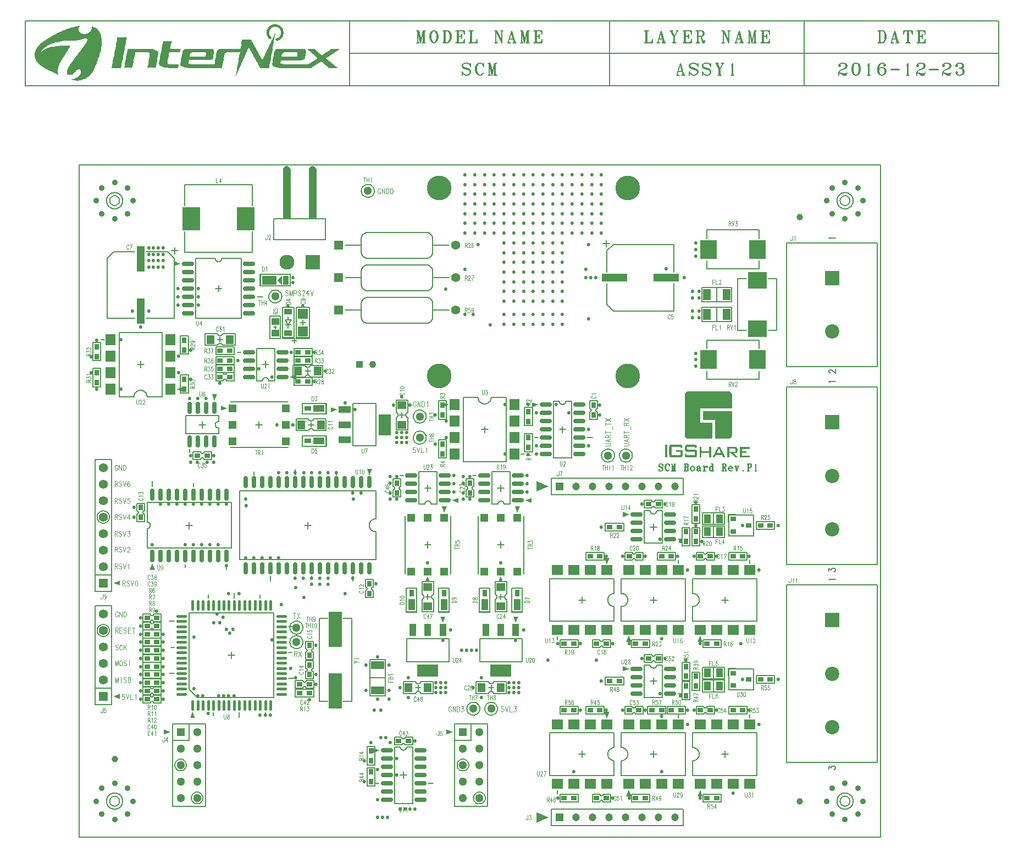
<source format=gbr>
%MOMM*%
%FSLAX33Y33*%
%ADD10C,0.203200*%
%ADD11C,0.120000*%
%ADD12C,0.162560*%
%ADD125C,0.200000*%
%ADD126C,0.152400*%
%ADD133C,1.400000*%
%ADD134R,1.400000X1.400000*%
%ADD144R,1.350000X1.200000*%
%ADD156R,1.200000X1.200000*%
%ADD160R,1.200000X1.800000*%
%ADD163R,1.300000X1.300000*%
%ADD171C,2.300000*%
%ADD172R,2.300000X2.300000*%
%ADD179C,0.530000*%
%ADD180C,0.900000*%
%ADD181R,1.100000X1.100000*%
%ADD182C,1.100000*%
%ADD183C,3.800000*%
%ADD184C,2.200000*%
%ADD185R,2.200000X2.200000*%
%ADD187R,0.800000X0.900000*%
%ADD188R,1.520000X1.780000*%
%ADD189R,0.900000X0.800000*%
%ADD190C,0.400000*%
%ADD191C,0.635000*%
%ADD192R,1.200000X4.000000*%
%ADD193R,2.700000X3.600000*%
%ADD194R,1.270000X1.270000*%
%ADD195R,1.200000X1.350000*%
%ADD196R,1.600000X1.500000*%
%ADD197R,1.220000X0.910000*%
%ADD198R,1.250000X1.100000*%
%ADD199R,0.900000X1.400000*%
%ADD200R,2.200000X1.400000*%
%ADD201R,2.000000X5.500000*%
%ADD202R,1.700000X1.100000*%
%ADD203R,1.050000X0.800000*%
%ADD204R,1.900000X1.000000*%
%ADD205R,2.000000X1.300000*%
%ADD206R,1.900000X3.300000*%
%ADD207R,3.300000X1.900000*%
%ADD208R,1.000000X1.900000*%
%ADD209R,1.100000X1.700000*%
%ADD210R,0.800000X1.050000*%
%ADD211R,1.780000X1.520000*%
%ADD212R,4.000000X1.200000*%
%ADD213R,1.100000X1.450000*%
%ADD214R,2.500000X3.000000*%
%ADD215R,3.000000X2.500000*%
%ADD225C,1.000000*%
%ADD226C,1.200000*%
%ADD227C,1.300000*%
G90*G71*G01*D02*G54D10*X0Y0D02*X123500Y0D01*X123500Y103500D01*
X0Y103500D01*X0Y0D01*X17300Y6000D02*X17317Y5824D01*
X17369Y5656D01*X17452Y5500D01*X17564Y5364D01*X17700Y5252D01*
X17856Y5169D01*X18024Y5117D01*X18200Y5100D01*X18376Y5117D01*
X18544Y5169D01*X18700Y5252D01*X18836Y5364D01*X18948Y5500D01*
X19031Y5656D01*X19083Y5824D01*X19100Y6000D01*X19083Y6176D01*
X19031Y6344D01*X18948Y6500D01*X18836Y6636D01*X18700Y6748D01*
X18544Y6831D01*X18376Y6883D01*X18200Y6900D01*X18024Y6883D01*
X17856Y6831D01*X17700Y6748D01*X17564Y6636D01*X17452Y6500D01*
X17369Y6344D01*X17317Y6176D01*X17300Y6000D01*X14760Y11080D02*
X14777Y10904D01*X14829Y10736D01*X14912Y10580D01*X15024Y10444D01*
X15160Y10332D01*X15316Y10249D01*X15484Y10197D01*X15660Y10180D01*
X15836Y10197D01*X16004Y10249D01*X16160Y10332D01*X16296Y10444D01*
X16408Y10580D01*X16491Y10736D01*X16543Y10904D01*X16560Y11080D01*
X16543Y11256D01*X16491Y11424D01*X16408Y11580D01*X16296Y11716D01*
X16160Y11828D01*X16004Y11911D01*X15836Y11963D01*X15660Y11980D01*
X15484Y11963D01*X15316Y11911D01*X15160Y11828D01*X15024Y11716D01*
X14912Y11580D01*X14829Y11424D01*X14777Y11256D01*X14760Y11080D01*
X16930Y17430D02*X16930Y14890D01*X14390Y14890D01*X19470Y17430D02*
X14390Y17430D01*X14390Y4730D01*X19470Y4730D01*X19470Y17430D01*
X53800Y8230D02*X54600Y8230D01*X45700Y8230D02*X46200Y8230D01*
X51400Y13875D02*X51400Y5125D01*X48600Y5125D01*X48600Y13875D01*
X51400Y13875D02*X50500Y13875D01*X48600Y13875D02*X49500Y13875D01*
X49500Y9500D02*X50500Y9500D01*X50000Y10000D02*X50000Y9000D01*
X50500Y13875D02*X50498Y13826D01*X50490Y13777D01*X50478Y13730D01*
X50462Y13684D01*X50441Y13639D01*X50416Y13597D01*X50387Y13558D01*
X50354Y13521D01*X50317Y13488D01*X50278Y13459D01*X50236Y13434D01*
X50191Y13413D01*X50145Y13397D01*X50098Y13385D01*X50049Y13377D01*
X50000Y13375D01*X49951Y13377D01*X49902Y13385D01*X49855Y13397D01*
X49809Y13413D01*X49764Y13434D01*X49722Y13459D01*X49683Y13488D01*
X49646Y13521D01*X49613Y13558D01*X49584Y13597D01*X49559Y13639D01*
X49538Y13684D01*X49522Y13730D01*X49510Y13777D01*X49502Y13826D01*
X49500Y13875D01*X60800Y6000D02*X60817Y5824D01*X60869Y5656D01*
X60952Y5500D01*X61064Y5364D01*X61200Y5252D01*X61356Y5169D01*
X61524Y5117D01*X61700Y5100D01*X61876Y5117D01*X62044Y5169D01*
X62200Y5252D01*X62336Y5364D01*X62448Y5500D01*X62531Y5656D01*
X62583Y5824D01*X62600Y6000D01*X62583Y6176D01*X62531Y6344D01*
X62448Y6500D01*X62336Y6636D01*X62200Y6748D01*X62044Y6831D01*
X61876Y6883D01*X61700Y6900D01*X61524Y6883D01*X61356Y6831D01*
X61200Y6748D01*X61064Y6636D01*X60952Y6500D01*X60869Y6344D01*
X60817Y6176D01*X60800Y6000D01*X58260Y11080D02*X58277Y10904D01*
X58329Y10736D01*X58412Y10580D01*X58524Y10444D01*X58660Y10332D01*
X58816Y10249D01*X58984Y10197D01*X59160Y10180D01*X59336Y10197D01*
X59504Y10249D01*X59660Y10332D01*X59796Y10444D01*X59908Y10580D01*
X59991Y10736D01*X60043Y10904D01*X60060Y11080D01*X60043Y11256D01*
X59991Y11424D01*X59908Y11580D01*X59796Y11716D01*X59660Y11828D01*
X59504Y11911D01*X59336Y11963D01*X59160Y11980D01*X58984Y11963D01*
X58816Y11911D01*X58660Y11828D01*X58524Y11716D01*X58412Y11580D01*
X58329Y11424D01*X58277Y11256D01*X58260Y11080D01*X60430Y17430D02*
X60430Y14890D01*X57890Y14890D01*X62970Y17430D02*X57890Y17430D01*
X57890Y4730D01*X62970Y4730D01*X62970Y17430D01*X78000Y12750D02*
X77000Y12750D01*X77500Y13250D02*X77500Y12250D01*X82455Y16050D02*
X82455Y13750D01*X82455Y9450D02*X82455Y11750D01*X82455Y9450D02*
X72545Y9450D01*X72545Y16050D01*X82455Y16050D01*X73690Y7150D02*
X73690Y6650D01*X82455Y11750D02*X82357Y11755D01*X82260Y11769D01*
X82165Y11793D01*X82072Y11826D01*X81984Y11868D01*X81899Y11919D01*
X81821Y11977D01*X81748Y12043D01*X81682Y12116D01*X81624Y12194D01*
X81573Y12279D01*X81531Y12367D01*X81498Y12460D01*X81474Y12555D01*
X81460Y12652D01*X81455Y12750D01*X81460Y12848D01*X81474Y12945D01*
X81498Y13040D01*X81531Y13133D01*X81573Y13221D01*X81624Y13306D01*
X81682Y13384D01*X81748Y13457D01*X81821Y13523D01*X81899Y13581D01*
X81984Y13632D01*X82072Y13674D01*X82165Y13707D01*X82260Y13731D01*
X82357Y13745D01*X82455Y13750D01*X88000Y12750D02*X89000Y12750D01*
X88500Y12250D02*X88500Y13250D01*X83545Y9450D02*X83545Y11750D01*
X83545Y16050D02*X83545Y13750D01*X83545Y16050D02*X93455Y16050D01*
X93455Y9450D01*X83545Y9450D01*X92310Y18350D02*X92310Y18850D01*
X83545Y13750D02*X83643Y13745D01*X83740Y13731D01*X83835Y13707D01*
X83928Y13674D01*X84016Y13632D01*X84101Y13581D01*X84179Y13523D01*
X84252Y13457D01*X84318Y13384D01*X84376Y13306D01*X84427Y13221D01*
X84469Y13133D01*X84502Y13040D01*X84526Y12945D01*X84540Y12848D01*
X84545Y12750D01*X84540Y12652D01*X84526Y12555D01*X84502Y12460D01*
X84469Y12367D01*X84427Y12279D01*X84376Y12194D01*X84318Y12116D01*
X84252Y12043D01*X84179Y11977D01*X84101Y11919D01*X84016Y11868D01*
X83928Y11826D01*X83835Y11793D01*X83740Y11769D01*X83643Y11755D01*
X83545Y11750D01*X99000Y12750D02*X100000Y12750D01*X99500Y12250D02*
X99500Y13250D01*X94545Y9450D02*X94545Y11750D01*X94545Y16050D02*
X94545Y13750D01*X94545Y16050D02*X104455Y16050D01*X104455Y9450D01*
X94545Y9450D01*X103310Y18350D02*X103310Y18850D01*X94545Y13750D02*
X94643Y13745D01*X94740Y13731D01*X94835Y13707D01*X94928Y13674D01*
X95016Y13632D01*X95101Y13581D01*X95179Y13523D01*X95252Y13457D01*
X95318Y13384D01*X95376Y13306D01*X95427Y13221D01*X95469Y13133D01*
X95502Y13040D01*X95526Y12945D01*X95540Y12848D01*X95545Y12750D01*
X95540Y12652D01*X95526Y12555D01*X95502Y12460D01*X95469Y12367D01*
X95427Y12279D01*X95376Y12194D01*X95318Y12116D01*X95252Y12043D01*
X95179Y11977D01*X95101Y11919D01*X95016Y11868D01*X94928Y11826D01*
X94835Y11793D01*X94740Y11769D01*X94643Y11755D01*X94545Y11750D01*
X123000Y38800D02*X109000Y38800D01*X109000Y11500D01*X123000Y11500D01*
X123000Y38800D01*X2800Y31810D02*X2818Y31625D01*X2872Y31446D01*
X2960Y31282D01*X3078Y31138D01*X3222Y31020D01*X3386Y30932D01*
X3565Y30878D01*X3750Y30860D01*X3935Y30878D01*X4114Y30932D01*
X4278Y31020D01*X4422Y31138D01*X4540Y31282D01*X4628Y31446D01*
X4682Y31625D01*X4700Y31810D01*X4682Y31995D01*X4628Y32174D01*
X4540Y32338D01*X4422Y32482D01*X4278Y32600D01*X4114Y32688D01*
X3935Y32742D01*X3750Y32760D01*X3565Y32742D01*X3386Y32688D01*
X3222Y32600D01*X3078Y32482D01*X2960Y32338D01*X2872Y32174D01*
X2818Y31995D01*X2800Y31810D01*X2500Y20380D02*X5000Y20380D01*
X5000Y35620D01*X2500Y35620D01*X2500Y20380D01*X2500Y22920D02*
X5020Y22920D01*X28700Y19200D02*X28700Y18700D01*X24700Y19200D02*
X24700Y18400D01*X20700Y19200D02*X20700Y18700D01*X32300Y28400D02*
X32800Y28400D01*X32300Y24400D02*X33100Y24400D01*X27900Y36800D02*
X27900Y37300D01*X14700Y33200D02*X13900Y33200D01*X14700Y29200D02*
X14200Y29200D01*X14700Y25200D02*X13900Y25200D01*X23900Y36800D02*
X23900Y37600D01*X19900Y36800D02*X19900Y37300D01*X32300Y32400D02*
X33100Y32400D01*X17000Y34500D02*X30000Y34500D01*X30000Y21500D01*
X18250Y21500D01*X17000Y22750D01*X17000Y34500D01*X23000Y28000D02*
X24000Y28000D01*X23500Y27500D02*X23500Y28500D01*X59750Y19750D02*
X59769Y19555D01*X59826Y19367D01*X59919Y19194D01*X60043Y19043D01*
X60194Y18919D01*X60367Y18826D01*X60555Y18769D01*X60750Y18750D01*
X60945Y18769D01*X61133Y18826D01*X61306Y18919D01*X61457Y19043D01*
X61581Y19194D01*X61674Y19367D01*X61731Y19555D01*X61750Y19750D01*
X61731Y19945D01*X61674Y20133D01*X61581Y20306D01*X61457Y20457D01*
X61306Y20581D01*X61133Y20674D01*X60945Y20731D01*X60750Y20750D01*
X60555Y20731D01*X60367Y20674D01*X60194Y20581D01*X60043Y20457D01*
X59919Y20306D01*X59826Y20133D01*X59769Y19945D01*X59750Y19750D01*
X62500Y19750D02*X62519Y19555D01*X62576Y19367D01*X62669Y19194D01*
X62793Y19043D01*X62944Y18919D01*X63117Y18826D01*X63305Y18769D01*
X63500Y18750D01*X63695Y18769D01*X63883Y18826D01*X64056Y18919D01*
X64207Y19043D01*X64331Y19194D01*X64424Y19367D01*X64481Y19555D01*
X64500Y19750D01*X64481Y19945D01*X64424Y20133D01*X64331Y20306D01*
X64207Y20457D01*X64056Y20581D01*X63883Y20674D01*X63695Y20731D01*
X63500Y20750D01*X63305Y20731D01*X63117Y20674D01*X62944Y20581D01*
X62793Y20457D01*X62669Y20306D01*X62576Y20133D01*X62519Y19945D01*
X62500Y19750D01*X92300Y22095D02*X92800Y22095D01*X89900Y26500D02*
X89900Y21500D01*X87100Y21500D01*X87100Y26500D01*X89900Y26500D02*
X89000Y26500D01*X87100Y26500D02*X88000Y26500D01*X88000Y24000D02*
X89000Y24000D01*X88500Y24500D02*X88500Y23500D01*X89000Y26500D02*
X88998Y26451D01*X88990Y26402D01*X88978Y26355D01*X88962Y26309D01*
X88941Y26264D01*X88916Y26222D01*X88887Y26183D01*X88854Y26146D01*
X88817Y26113D01*X88778Y26084D01*X88736Y26059D01*X88691Y26038D01*
X88645Y26022D01*X88598Y26010D01*X88549Y26002D01*X88500Y26000D01*
X88451Y26002D01*X88402Y26010D01*X88355Y26022D01*X88309Y26038D01*
X88264Y26059D01*X88222Y26084D01*X88183Y26113D01*X88146Y26146D01*
X88113Y26183D01*X88084Y26222D01*X88059Y26264D01*X88038Y26309D01*
X88022Y26355D01*X88010Y26402D01*X88002Y26451D01*X88000Y26500D01*
X49950Y23900D02*X49950Y22100D01*X49950Y23900D02*X51850Y23900D01*
X52650Y23900D02*X54550Y23900D01*X54550Y23900D02*X54550Y22100D01*
X54550Y22100D02*X52650Y22100D01*X51850Y22100D02*X49950Y22100D01*
X52650Y23000D02*X51850Y23000D01*X52250Y22600D02*X52250Y23400D01*
X51850Y22100D02*X51860Y22133D01*X51872Y22165D01*X51887Y22195D01*
X51904Y22225D01*X51924Y22253D01*X51946Y22279D01*X51970Y22303D01*
X51996Y22325D01*X52024Y22345D01*X52053Y22362D01*X52084Y22377D01*
X52116Y22390D01*X52149Y22400D01*X52182Y22407D01*X52216Y22411D01*
X52250Y22412D01*X52284Y22411D01*X52318Y22407D01*X52351Y22400D01*
X52384Y22390D01*X52416Y22377D01*X52447Y22362D01*X52476Y22345D01*
X52504Y22325D01*X52530Y22303D01*X52554Y22279D01*X52576Y22253D01*
X52596Y22225D01*X52613Y22195D01*X52628Y22165D01*X52640Y22133D01*
X52650Y22100D01*X52650Y23900D02*X52639Y23868D01*X52626Y23837D01*
X52611Y23808D01*X52593Y23780D01*X52572Y23753D01*X52550Y23728D01*
X52526Y23705D01*X52500Y23683D01*X52472Y23664D01*X52443Y23648D01*
X52413Y23633D01*X52382Y23621D01*X52350Y23612D01*X52317Y23605D01*
X52283Y23601D01*X52250Y23600D01*X52217Y23601D01*X52183Y23605D01*
X52150Y23612D01*X52118Y23621D01*X52087Y23633D01*X52057Y23648D01*
X52028Y23664D01*X52000Y23683D01*X51974Y23705D01*X51950Y23728D01*
X51928Y23753D01*X51907Y23780D01*X51889Y23808D01*X51874Y23837D01*
X51861Y23868D01*X51850Y23900D01*X44800Y21700D02*X44800Y27300D01*
X47200Y27300D01*X47200Y21700D01*X44800Y21700D01*X44800Y24500D02*
X47200Y24500D01*X57000Y26969D02*X50500Y26969D01*X50500Y30525D01*
X57000Y30525D01*X57000Y26969D01*X61200Y23900D02*X61200Y22100D01*
X61200Y23900D02*X63100Y23900D01*X63900Y23900D02*X65800Y23900D01*
X65800Y23900D02*X65800Y22100D01*X65800Y22100D02*X63900Y22100D01*
X63100Y22100D02*X61200Y22100D01*X63900Y23000D02*X63100Y23000D01*
X63500Y22600D02*X63500Y23400D01*X63100Y22100D02*X63110Y22133D01*
X63122Y22165D01*X63137Y22195D01*X63154Y22225D01*X63174Y22253D01*
X63196Y22279D01*X63220Y22303D01*X63246Y22325D01*X63274Y22345D01*
X63303Y22362D01*X63334Y22377D01*X63366Y22390D01*X63399Y22400D01*
X63432Y22407D01*X63466Y22411D01*X63500Y22412D01*X63534Y22411D01*
X63568Y22407D01*X63601Y22400D01*X63634Y22390D01*X63666Y22377D01*
X63697Y22362D01*X63726Y22345D01*X63754Y22325D01*X63780Y22303D01*
X63804Y22279D01*X63826Y22253D01*X63846Y22225D01*X63863Y22195D01*
X63878Y22165D01*X63890Y22133D01*X63900Y22100D01*X63900Y23900D02*
X63889Y23868D01*X63876Y23837D01*X63861Y23808D01*X63843Y23780D01*
X63822Y23753D01*X63800Y23728D01*X63776Y23705D01*X63750Y23683D01*
X63722Y23664D01*X63693Y23648D01*X63663Y23633D01*X63632Y23621D01*
X63600Y23612D01*X63567Y23605D01*X63533Y23601D01*X63500Y23600D01*
X63467Y23601D01*X63433Y23605D01*X63400Y23612D01*X63368Y23621D01*
X63337Y23633D01*X63307Y23648D01*X63278Y23664D01*X63250Y23683D01*
X63224Y23705D01*X63200Y23728D01*X63178Y23753D01*X63157Y23780D01*
X63139Y23808D01*X63124Y23837D01*X63111Y23868D01*X63100Y23900D01*
X68250Y26969D02*X61750Y26969D01*X61750Y30525D01*X68250Y30525D01*
X68250Y26969D01*X103900Y25850D02*X100100Y25850D01*X100100Y22650D01*
X103900Y22650D01*X103900Y25850D01*X101200Y25950D02*X100000Y25950D01*
X100000Y24850D01*X32500Y32250D02*X32519Y32055D01*X32576Y31867D01*
X32669Y31694D01*X32793Y31543D01*X32944Y31419D01*X33117Y31326D01*
X33305Y31269D01*X33500Y31250D01*X33695Y31269D01*X33883Y31326D01*
X34056Y31419D01*X34207Y31543D01*X34331Y31694D01*X34424Y31867D01*
X34481Y32055D01*X34500Y32250D01*X34481Y32445D01*X34424Y32633D01*
X34331Y32806D01*X34207Y32957D01*X34056Y33081D01*X33883Y33174D01*
X33695Y33231D01*X33500Y33250D01*X33305Y33231D01*X33117Y33174D01*
X32944Y33081D01*X32793Y32957D01*X32669Y32806D01*X32576Y32633D01*
X32519Y32445D01*X32500Y32250D01*X32500Y30000D02*X32519Y29805D01*
X32576Y29617D01*X32669Y29444D01*X32793Y29293D01*X32944Y29169D01*
X33117Y29076D01*X33305Y29019D01*X33500Y29000D01*X33695Y29019D01*
X33883Y29076D01*X34056Y29169D01*X34207Y29293D01*X34331Y29444D01*
X34424Y29617D01*X34481Y29805D01*X34500Y30000D01*X34481Y30195D01*
X34424Y30383D01*X34331Y30556D01*X34207Y30707D01*X34056Y30831D01*
X33883Y30924D01*X33695Y30981D01*X33500Y31000D01*X33305Y30981D01*
X33117Y30924D01*X32944Y30831D01*X32793Y30707D01*X32669Y30556D01*
X32576Y30383D01*X32519Y30195D01*X32500Y30000D01*X78000Y36500D02*
X77000Y36500D01*X77500Y37000D02*X77500Y36000D01*X82455Y39800D02*
X82455Y37500D01*X82455Y33200D02*X82455Y35500D01*X82455Y33200D02*
X72545Y33200D01*X72545Y39800D01*X82455Y39800D01*X73690Y30900D02*
X73690Y30400D01*X82455Y35500D02*X82357Y35505D01*X82260Y35519D01*
X82165Y35543D01*X82072Y35576D01*X81984Y35618D01*X81899Y35669D01*
X81821Y35727D01*X81748Y35793D01*X81682Y35866D01*X81624Y35944D01*
X81573Y36029D01*X81531Y36117D01*X81498Y36210D01*X81474Y36305D01*
X81460Y36402D01*X81455Y36500D01*X81460Y36598D01*X81474Y36695D01*
X81498Y36790D01*X81531Y36883D01*X81573Y36971D01*X81624Y37056D01*
X81682Y37134D01*X81748Y37207D01*X81821Y37273D01*X81899Y37331D01*
X81984Y37382D01*X82072Y37424D01*X82165Y37457D01*X82260Y37481D01*
X82357Y37495D01*X82455Y37500D01*X88000Y36500D02*X89000Y36500D01*
X88500Y36000D02*X88500Y37000D01*X83545Y33200D02*X83545Y35500D01*
X83545Y39800D02*X83545Y37500D01*X83545Y39800D02*X93455Y39800D01*
X93455Y33200D01*X83545Y33200D01*X92310Y42100D02*X92310Y42600D01*
X83545Y37500D02*X83643Y37495D01*X83740Y37481D01*X83835Y37457D01*
X83928Y37424D01*X84016Y37382D01*X84101Y37331D01*X84179Y37273D01*
X84252Y37207D01*X84318Y37134D01*X84376Y37056D01*X84427Y36971D01*
X84469Y36883D01*X84502Y36790D01*X84526Y36695D01*X84540Y36598D01*
X84545Y36500D01*X84540Y36402D01*X84526Y36305D01*X84502Y36210D01*
X84469Y36117D01*X84427Y36029D01*X84376Y35944D01*X84318Y35866D01*
X84252Y35793D01*X84179Y35727D01*X84101Y35669D01*X84016Y35618D01*
X83928Y35576D01*X83835Y35543D01*X83740Y35519D01*X83643Y35505D01*
X83545Y35500D01*X99000Y36500D02*X100000Y36500D01*X99500Y36000D02*
X99500Y37000D01*X94545Y33200D02*X94545Y35500D01*X94545Y39800D02*
X94545Y37500D01*X94545Y39800D02*X104455Y39800D01*X104455Y33200D01*
X94545Y33200D01*X103310Y42100D02*X103310Y42600D01*X94545Y37500D02*
X94643Y37495D01*X94740Y37481D01*X94835Y37457D01*X94928Y37424D01*
X95016Y37382D01*X95101Y37331D01*X95179Y37273D01*X95252Y37207D01*
X95318Y37134D01*X95376Y37056D01*X95427Y36971D01*X95469Y36883D01*
X95502Y36790D01*X95526Y36695D01*X95540Y36598D01*X95545Y36500D01*
X95540Y36402D01*X95526Y36305D01*X95502Y36210D01*X95469Y36117D01*
X95427Y36029D01*X95376Y35944D01*X95318Y35866D01*X95252Y35793D01*
X95179Y35727D01*X95101Y35669D01*X95016Y35618D01*X94928Y35576D01*
X94835Y35543D01*X94740Y35519D01*X94643Y35505D01*X94545Y35500D01*
X2800Y49270D02*X2818Y49085D01*X2872Y48906D01*X2960Y48742D01*
X3078Y48598D01*X3222Y48480D01*X3386Y48392D01*X3565Y48338D01*
X3750Y48320D01*X3935Y48338D01*X4114Y48392D01*X4278Y48480D01*
X4422Y48598D01*X4540Y48742D01*X4628Y48906D01*X4682Y49085D01*
X4700Y49270D01*X4682Y49455D01*X4628Y49634D01*X4540Y49798D01*
X4422Y49942D01*X4278Y50060D01*X4114Y50148D01*X3935Y50202D01*
X3750Y50220D01*X3565Y50202D01*X3386Y50148D01*X3222Y50060D01*
X3078Y49942D01*X2960Y49798D01*X2872Y49634D01*X2818Y49455D01*
X2800Y49270D01*X2480Y37840D02*X5020Y37840D01*X5020Y58160D01*
X2480Y58160D01*X2480Y37840D01*X2480Y40380D02*X5020Y40380D01*
X50450Y34600D02*X52050Y34600D01*X52050Y38300D01*X50450Y38300D01*
X50450Y34600D01*X50450Y34700D02*X52050Y34700D01*X52850Y34700D02*
X54650Y34700D01*X52850Y34700D02*X52850Y36600D01*X52850Y37400D02*
X52850Y39300D01*X52850Y39300D02*X54650Y39300D01*X54650Y39300D02*
X54650Y37400D01*X54650Y36600D02*X54650Y34700D01*X53750Y37400D02*
X53750Y36600D01*X54150Y37000D02*X53350Y37000D01*X54650Y36600D02*
X54617Y36610D01*X54585Y36622D01*X54555Y36637D01*X54525Y36654D01*
X54497Y36674D01*X54471Y36696D01*X54447Y36720D01*X54425Y36746D01*
X54405Y36774D01*X54388Y36803D01*X54373Y36834D01*X54360Y36866D01*
X54350Y36899D01*X54343Y36932D01*X54339Y36966D01*X54338Y37000D01*
X54339Y37034D01*X54343Y37068D01*X54350Y37101D01*X54360Y37134D01*
X54373Y37166D01*X54388Y37197D01*X54405Y37226D01*X54425Y37254D01*
X54447Y37280D01*X54471Y37304D01*X54497Y37326D01*X54525Y37346D01*
X54555Y37363D01*X54585Y37378D01*X54617Y37390D01*X54650Y37400D01*
X52850Y37400D02*X52882Y37389D01*X52913Y37376D01*X52942Y37361D01*
X52971Y37343D01*X52997Y37322D01*X53022Y37300D01*X53046Y37276D01*
X53067Y37250D01*X53086Y37222D01*X53102Y37193D01*X53117Y37163D01*
X53129Y37132D01*X53138Y37100D01*X53145Y37067D01*X53149Y37033D01*
X53150Y37000D01*X53149Y36967D01*X53145Y36933D01*X53138Y36900D01*
X53129Y36868D01*X53117Y36837D01*X53102Y36807D01*X53086Y36778D01*
X53067Y36750D01*X53046Y36724D01*X53022Y36700D01*X52997Y36678D01*
X52971Y36657D01*X52942Y36639D01*X52913Y36624D01*X52882Y36611D01*
X52850Y36600D01*X55450Y34600D02*X57050Y34600D01*X57050Y38300D01*
X55450Y38300D01*X55450Y34600D01*X55450Y34700D02*X57050Y34700D01*
X64100Y34700D02*X65900Y34700D01*X64100Y34700D02*X64100Y36600D01*
X64100Y37400D02*X64100Y39300D01*X64100Y39300D02*X65900Y39300D01*
X65900Y39300D02*X65900Y37400D01*X65900Y36600D02*X65900Y34700D01*
X65000Y37400D02*X65000Y36600D01*X65400Y37000D02*X64600Y37000D01*
X65900Y36600D02*X65867Y36610D01*X65835Y36622D01*X65805Y36637D01*
X65775Y36654D01*X65747Y36674D01*X65721Y36696D01*X65697Y36720D01*
X65675Y36746D01*X65655Y36774D01*X65638Y36803D01*X65623Y36834D01*
X65610Y36866D01*X65600Y36899D01*X65593Y36932D01*X65589Y36966D01*
X65588Y37000D01*X65589Y37034D01*X65593Y37068D01*X65600Y37101D01*
X65610Y37134D01*X65623Y37166D01*X65638Y37197D01*X65655Y37226D01*
X65675Y37254D01*X65697Y37280D01*X65721Y37304D01*X65747Y37326D01*
X65775Y37346D01*X65805Y37363D01*X65835Y37378D01*X65867Y37390D01*
X65900Y37400D01*X64100Y37400D02*X64132Y37389D01*X64163Y37376D01*
X64192Y37361D01*X64221Y37343D01*X64247Y37322D01*X64272Y37300D01*
X64296Y37276D01*X64317Y37250D01*X64336Y37222D01*X64352Y37193D01*
X64367Y37163D01*X64379Y37132D01*X64388Y37100D01*X64395Y37067D01*
X64399Y37033D01*X64400Y37000D01*X64399Y36967D01*X64395Y36933D01*
X64388Y36900D01*X64379Y36868D01*X64367Y36837D01*X64352Y36807D01*
X64336Y36778D01*X64317Y36750D01*X64296Y36724D01*X64272Y36700D01*
X64247Y36678D01*X64221Y36657D01*X64192Y36639D01*X64163Y36624D01*
X64132Y36611D01*X64100Y36600D01*X66700Y34600D02*X68300Y34600D01*
X68300Y38300D01*X66700Y38300D01*X66700Y34600D01*X66700Y34700D02*
X68300Y34700D01*X61700Y34600D02*X63300Y34600D01*X63300Y38300D01*
X61700Y38300D01*X61700Y34600D01*X61700Y34700D02*X63300Y34700D01*
X22715Y41200D02*X22715Y42000D01*X17635Y54000D02*X17635Y54500D01*
X11285Y54000D02*X11285Y54800D01*X16365Y41500D02*X16365Y42000D01*
X10500Y48500D02*X10549Y48498D01*X10598Y48490D01*X10645Y48478D01*
X10691Y48462D01*X10736Y48441D01*X10778Y48416D01*X10817Y48387D01*
X10854Y48354D01*X10887Y48317D01*X10916Y48278D01*X10941Y48236D01*
X10962Y48191D01*X10978Y48145D01*X10990Y48098D01*X10998Y48049D01*
X11000Y48000D01*X10998Y47951D01*X10990Y47902D01*X10978Y47855D01*
X10962Y47809D01*X10941Y47764D01*X10916Y47722D01*X10887Y47683D01*
X10854Y47646D01*X10817Y47613D01*X10778Y47584D01*X10736Y47559D01*
X10691Y47538D01*X10645Y47522D01*X10598Y47510D01*X10549Y47502D01*
X10500Y47500D01*X16500Y48000D02*X17500Y48000D01*X17000Y48500D02*
X17000Y47500D01*X23500Y51500D02*X10500Y51500D01*X23500Y44500D02*
X23500Y51500D01*X10500Y44500D02*X23500Y44500D01*X10500Y51500D02*
X10500Y48500D01*X10500Y47500D02*X10500Y44500D01*X42235Y39400D02*
X42235Y40200D01*X29535Y39400D02*X29535Y40200D01*X35885Y39700D02*
X35885Y40200D01*X26995Y56300D02*X26995Y55800D01*X33345Y56600D02*
X33345Y55800D01*X39695Y56300D02*X39695Y55800D01*X35750Y48000D02*
X34750Y48000D01*X35250Y48500D02*X35250Y47500D01*X45725Y49000D02*
X45725Y53300D01*X24775Y53300D01*X24775Y42700D01*X45725Y42700D01*
X45725Y47000D01*X45725Y47000D02*X45627Y47005D01*X45530Y47019D01*
X45435Y47043D01*X45342Y47076D01*X45254Y47118D01*X45169Y47169D01*
X45091Y47227D01*X45018Y47293D01*X44952Y47366D01*X44894Y47444D01*
X44843Y47529D01*X44801Y47617D01*X44768Y47710D01*X44744Y47805D01*
X44730Y47902D01*X44725Y48000D01*X44730Y48098D01*X44744Y48195D01*
X44768Y48290D01*X44801Y48383D01*X44843Y48471D01*X44894Y48556D01*
X44952Y48634D01*X45018Y48707D01*X45091Y48773D01*X45169Y48831D01*
X45254Y48882D01*X45342Y48924D01*X45435Y48957D01*X45530Y48981D01*
X45627Y48995D01*X45725Y49000D01*X50255Y40555D02*X50255Y49445D01*
X53750Y40000D02*X53750Y39500D01*X57245Y40555D02*X57245Y49445D01*
X53750Y44500D02*X53750Y45500D01*X54250Y45000D02*X53250Y45000D01*
X61505Y40555D02*X61505Y49445D01*X65000Y40000D02*X65000Y39500D01*
X68495Y40555D02*X68495Y49445D01*X65000Y44500D02*X65000Y45500D01*
X65500Y45000D02*X64500Y45000D01*X92300Y45845D02*X92800Y45845D01*
X89900Y50250D02*X89900Y45250D01*X87100Y45250D01*X87100Y50250D01*
X89900Y50250D02*X89000Y50250D01*X87100Y50250D02*X88000Y50250D01*
X88000Y47750D02*X89000Y47750D01*X88500Y48250D02*X88500Y47250D01*
X89000Y50250D02*X88998Y50201D01*X88990Y50152D01*X88978Y50105D01*
X88962Y50059D01*X88941Y50014D01*X88916Y49972D01*X88887Y49933D01*
X88854Y49896D01*X88817Y49863D01*X88778Y49834D01*X88736Y49809D01*
X88691Y49788D01*X88645Y49772D01*X88598Y49760D01*X88549Y49752D01*
X88500Y49750D01*X88451Y49752D01*X88402Y49760D01*X88355Y49772D01*
X88309Y49788D01*X88264Y49809D01*X88222Y49834D01*X88183Y49863D01*
X88146Y49896D01*X88113Y49933D01*X88084Y49972D01*X88059Y50014D01*
X88038Y50059D01*X88022Y50105D01*X88010Y50152D01*X88002Y50201D01*
X88000Y50250D01*X123000Y69275D02*X109000Y69275D01*X109000Y41975D01*
X123000Y41975D01*X123000Y69275D01*X49950Y55655D02*X49450Y55655D01*
X52350Y51250D02*X52350Y56250D01*X55150Y56250D01*X55150Y51250D01*
X52350Y51250D02*X53250Y51250D01*X55150Y51250D02*X54250Y51250D01*
X54250Y53750D02*X53250Y53750D01*X53750Y53250D02*X53750Y54250D01*
X53250Y51250D02*X53252Y51299D01*X53260Y51348D01*X53272Y51395D01*
X53288Y51441D01*X53309Y51486D01*X53334Y51528D01*X53363Y51567D01*
X53396Y51604D01*X53433Y51637D01*X53472Y51666D01*X53514Y51691D01*
X53559Y51712D01*X53605Y51728D01*X53652Y51740D01*X53701Y51748D01*
X53750Y51750D01*X53799Y51748D01*X53848Y51740D01*X53895Y51728D01*
X53941Y51712D01*X53986Y51691D01*X54028Y51666D01*X54067Y51637D01*
X54104Y51604D01*X54137Y51567D01*X54166Y51528D01*X54191Y51486D01*
X54212Y51441D01*X54228Y51395D01*X54240Y51348D01*X54248Y51299D01*
X54250Y51250D01*X61200Y55655D02*X60700Y55655D01*X63600Y51250D02*
X63600Y56250D01*X66400Y56250D01*X66400Y51250D01*X63600Y51250D02*
X64500Y51250D01*X66400Y51250D02*X65500Y51250D01*X65500Y53750D02*
X64500Y53750D01*X65000Y53250D02*X65000Y54250D01*X64500Y51250D02*
X64502Y51299D01*X64510Y51348D01*X64522Y51395D01*X64538Y51441D01*
X64559Y51486D01*X64584Y51528D01*X64613Y51567D01*X64646Y51604D01*
X64683Y51637D01*X64722Y51666D01*X64764Y51691D01*X64809Y51712D01*
X64855Y51728D01*X64902Y51740D01*X64951Y51748D01*X65000Y51750D01*
X65049Y51748D01*X65098Y51740D01*X65145Y51728D01*X65191Y51712D01*
X65236Y51691D01*X65278Y51666D01*X65317Y51637D01*X65354Y51604D01*
X65387Y51567D01*X65416Y51528D01*X65441Y51486D01*X65462Y51441D01*
X65478Y51395D01*X65490Y51348D01*X65498Y51299D01*X65500Y51250D01*
X103900Y49600D02*X100100Y49600D01*X100100Y46400D01*X103900Y46400D01*
X103900Y49600D01*X101200Y49700D02*X100000Y49700D01*X100000Y48600D01*
X17095Y59700D02*X17095Y59200D01*X21500Y62100D02*X16500Y62100D01*
X16500Y64900D01*X21500Y64900D01*X21500Y62100D02*X21500Y63000D01*
X21500Y64900D02*X21500Y64000D01*X19000Y64000D02*X19000Y63000D01*
X19500Y63500D02*X18500Y63500D01*X21500Y63000D02*X21451Y63002D01*
X21402Y63010D01*X21355Y63022D01*X21309Y63038D01*X21264Y63059D01*
X21222Y63084D01*X21183Y63113D01*X21146Y63146D01*X21113Y63183D01*
X21084Y63222D01*X21059Y63264D01*X21038Y63309D01*X21022Y63355D01*
X21010Y63402D01*X21002Y63451D01*X21000Y63500D01*X21002Y63549D01*
X21010Y63598D01*X21022Y63645D01*X21038Y63691D01*X21059Y63736D01*
X21084Y63778D01*X21113Y63817D01*X21146Y63854D01*X21183Y63887D01*
X21222Y63916D01*X21264Y63941D01*X21309Y63962D01*X21355Y63978D01*
X21402Y63990D01*X21451Y63998D01*X21500Y64000D01*X32195Y60005D02*
X23305Y60005D01*X32750Y63500D02*X33250Y63500D01*X32195Y66995D02*
X23305Y66995D01*X28250Y63500D02*X27250Y63500D01*X27750Y64000D02*
X27750Y63000D01*X38150Y60200D02*X38150Y61800D01*X34450Y61800D01*
X34450Y60200D01*X38150Y60200D01*X38050Y60200D02*X38050Y61800D01*
X45781Y66750D02*X45781Y60250D01*X42225Y60250D01*X42225Y66750D01*
X45781Y66750D01*X62500Y63250D02*X62500Y62250D01*X62000Y62750D02*
X63000Y62750D01*X59200Y67705D02*X61500Y67705D01*X65800Y67705D02*
X63500Y67705D01*X65800Y67705D02*X65800Y57795D01*X59200Y57795D01*
X59200Y67705D01*X68100Y58940D02*X68600Y58940D01*X63500Y67705D02*
X63495Y67607D01*X63481Y67510D01*X63457Y67415D01*X63424Y67322D01*
X63382Y67234D01*X63331Y67149D01*X63273Y67071D01*X63207Y66998D01*
X63134Y66932D01*X63056Y66874D01*X62971Y66823D01*X62883Y66781D01*
X62790Y66748D01*X62695Y66724D01*X62598Y66710D01*X62500Y66705D01*
X62402Y66710D01*X62305Y66724D01*X62210Y66748D01*X62117Y66781D01*
X62029Y66823D01*X61944Y66874D01*X61866Y66932D01*X61793Y66998D01*
X61727Y67071D01*X61669Y67149D01*X61618Y67234D01*X61576Y67322D01*
X61543Y67415D01*X61519Y67510D01*X61505Y67607D01*X61500Y67705D01*
X78300Y61480D02*X79100Y61480D01*X70200Y61480D02*X70700Y61480D01*
X75900Y67125D02*X75900Y58375D01*X73100Y58375D01*X73100Y67125D01*
X75900Y67125D02*X75000Y67125D01*X73100Y67125D02*X74000Y67125D01*
X74000Y62750D02*X75000Y62750D01*X74500Y63250D02*X74500Y62250D01*
X75000Y67125D02*X74998Y67076D01*X74990Y67027D01*X74978Y66980D01*
X74962Y66934D01*X74941Y66889D01*X74916Y66847D01*X74887Y66808D01*
X74854Y66771D01*X74817Y66738D01*X74778Y66709D01*X74736Y66684D01*
X74691Y66663D01*X74645Y66647D01*X74598Y66635D01*X74549Y66627D01*
X74500Y66625D01*X74451Y66627D01*X74402Y66635D01*X74355Y66647D01*
X74309Y66663D01*X74264Y66684D01*X74222Y66709D01*X74183Y66738D01*
X74146Y66771D01*X74113Y66808D01*X74084Y66847D01*X74059Y66889D01*
X74038Y66934D01*X74022Y66980D01*X74010Y67027D01*X74002Y67076D01*
X74000Y67125D01*X80500Y58750D02*X80519Y58555D01*X80576Y58367D01*
X80669Y58194D01*X80793Y58043D01*X80944Y57919D01*X81117Y57826D01*
X81305Y57769D01*X81500Y57750D01*X81695Y57769D01*X81883Y57826D01*
X82056Y57919D01*X82207Y58043D01*X82331Y58194D01*X82424Y58367D01*
X82481Y58555D01*X82500Y58750D01*X82481Y58945D01*X82424Y59133D01*
X82331Y59306D01*X82207Y59457D01*X82056Y59581D01*X81883Y59674D01*
X81695Y59731D01*X81500Y59750D01*X81305Y59731D01*X81117Y59674D01*
X80944Y59581D01*X80793Y59457D01*X80669Y59306D01*X80576Y59133D01*
X80519Y58945D01*X80500Y58750D01*X83250Y58750D02*X83269Y58555D01*
X83326Y58367D01*X83419Y58194D01*X83543Y58043D01*X83694Y57919D01*
X83867Y57826D01*X84055Y57769D01*X84250Y57750D01*X84445Y57769D01*
X84633Y57826D01*X84806Y57919D01*X84957Y58043D01*X85081Y58194D01*
X85174Y58367D01*X85231Y58555D01*X85250Y58750D01*X85231Y58945D01*
X85174Y59133D01*X85081Y59306D01*X84957Y59457D01*X84806Y59581D01*
X84633Y59674D01*X84445Y59731D01*X84250Y59750D01*X84055Y59731D01*
X83867Y59674D01*X83694Y59581D01*X83543Y59457D01*X83419Y59306D01*
X83326Y59133D01*X83269Y58945D01*X83250Y58750D01*X38050Y62600D02*
X38050Y64400D01*X38050Y62600D02*X36150Y62600D01*X35350Y62600D02*
X33450Y62600D01*X33450Y62600D02*X33450Y64400D01*X33450Y64400D02*
X35350Y64400D01*X36150Y64400D02*X38050Y64400D01*X35350Y63500D02*
X36150Y63500D01*X35750Y63900D02*X35750Y63100D01*X36150Y64400D02*
X36140Y64367D01*X36128Y64335D01*X36113Y64305D01*X36096Y64275D01*
X36076Y64247D01*X36054Y64221D01*X36030Y64197D01*X36004Y64175D01*
X35976Y64155D01*X35947Y64138D01*X35916Y64123D01*X35884Y64110D01*
X35851Y64100D01*X35818Y64093D01*X35784Y64089D01*X35750Y64088D01*
X35716Y64089D01*X35682Y64093D01*X35649Y64100D01*X35616Y64110D01*
X35584Y64123D01*X35553Y64138D01*X35524Y64155D01*X35496Y64175D01*
X35470Y64197D01*X35446Y64221D01*X35424Y64247D01*X35404Y64275D01*
X35387Y64305D01*X35372Y64335D01*X35360Y64367D01*X35350Y64400D01*
X35350Y62600D02*X35361Y62632D01*X35374Y62663D01*X35389Y62692D01*
X35407Y62721D01*X35428Y62747D01*X35450Y62772D01*X35474Y62796D01*
X35500Y62817D01*X35528Y62836D01*X35557Y62852D01*X35587Y62867D01*
X35618Y62879D01*X35650Y62888D01*X35683Y62895D01*X35717Y62899D01*
X35750Y62900D01*X35783Y62899D01*X35817Y62895D01*X35850Y62888D01*
X35882Y62879D01*X35913Y62867D01*X35943Y62852D01*X35972Y62836D01*
X36000Y62817D01*X36026Y62796D01*X36050Y62772D01*X36072Y62747D01*
X36093Y62721D01*X36111Y62692D01*X36126Y62663D01*X36139Y62632D01*
X36150Y62600D01*X38150Y65200D02*X38150Y66800D01*X34450Y66800D01*
X34450Y65200D01*X38150Y65200D01*X38050Y65200D02*X38050Y66800D01*
X50650Y67300D02*X48850Y67300D01*X50650Y67300D02*X50650Y65400D01*
X50650Y64600D02*X50650Y62700D01*X50650Y62700D02*X48850Y62700D01*
X48850Y62700D02*X48850Y64600D01*X48850Y65400D02*X48850Y67300D01*
X49750Y64600D02*X49750Y65400D01*X49350Y65000D02*X50150Y65000D01*
X48850Y65400D02*X48883Y65390D01*X48915Y65378D01*X48945Y65363D01*
X48975Y65346D01*X49003Y65326D01*X49029Y65304D01*X49053Y65280D01*
X49075Y65254D01*X49095Y65226D01*X49112Y65197D01*X49127Y65166D01*
X49140Y65134D01*X49150Y65101D01*X49157Y65068D01*X49161Y65034D01*
X49162Y65000D01*X49161Y64966D01*X49157Y64932D01*X49150Y64899D01*
X49140Y64866D01*X49127Y64834D01*X49112Y64803D01*X49095Y64774D01*
X49075Y64746D01*X49053Y64720D01*X49029Y64696D01*X49003Y64674D01*
X48975Y64654D01*X48945Y64637D01*X48915Y64622D01*X48883Y64610D01*
X48850Y64600D01*X50650Y64600D02*X50618Y64611D01*X50587Y64624D01*
X50558Y64639D01*X50530Y64657D01*X50503Y64678D01*X50478Y64700D01*
X50455Y64724D01*X50433Y64750D01*X50414Y64778D01*X50398Y64807D01*
X50383Y64837D01*X50371Y64868D01*X50362Y64900D01*X50355Y64933D01*
X50351Y64967D01*X50350Y65000D01*X50351Y65033D01*X50355Y65067D01*
X50362Y65100D01*X50371Y65132D01*X50383Y65163D01*X50398Y65193D01*
X50414Y65222D01*X50433Y65250D01*X50455Y65276D01*X50478Y65300D01*
X50503Y65322D01*X50530Y65343D01*X50558Y65361D01*X50587Y65376D01*
X50618Y65389D01*X50650Y65400D01*X51500Y64750D02*X51519Y64555D01*
X51576Y64367D01*X51669Y64194D01*X51793Y64043D01*X51944Y63919D01*
X52117Y63826D01*X52305Y63769D01*X52500Y63750D01*X52695Y63769D01*
X52883Y63826D01*X53056Y63919D01*X53207Y64043D01*X53331Y64194D01*
X53424Y64367D01*X53481Y64555D01*X53500Y64750D01*X53481Y64945D01*
X53424Y65133D01*X53331Y65306D01*X53207Y65457D01*X53056Y65581D01*
X52883Y65674D01*X52695Y65731D01*X52500Y65750D01*X52305Y65731D01*
X52117Y65674D01*X51944Y65581D01*X51793Y65457D01*X51669Y65306D01*
X51576Y65133D01*X51519Y64945D01*X51500Y64750D01*X51500Y61500D02*
X51519Y61305D01*X51576Y61117D01*X51669Y60944D01*X51793Y60793D01*
X51944Y60669D01*X52117Y60576D01*X52305Y60519D01*X52500Y60500D01*
X52695Y60519D01*X52883Y60576D01*X53056Y60669D01*X53207Y60793D01*
X53331Y60944D01*X53424Y61117D01*X53481Y61305D01*X53500Y61500D01*
X53481Y61695D01*X53424Y61883D01*X53331Y62056D01*X53207Y62207D01*
X53056Y62331D01*X52883Y62424D01*X52695Y62481D01*X52500Y62500D01*
X52305Y62481D01*X52117Y62424D01*X51944Y62331D01*X51793Y62207D01*
X51669Y62056D01*X51576Y61883D01*X51519Y61695D01*X51500Y61500D01*
X9500Y72250D02*X9500Y73250D01*X10000Y72750D02*X9000Y72750D01*
X12800Y67795D02*X10500Y67795D01*X6200Y67795D02*X8500Y67795D01*
X6200Y67795D02*X6200Y77705D01*X12800Y77705D01*X12800Y67795D01*
X3900Y76560D02*X3400Y76560D01*X8500Y67795D02*X8505Y67893D01*
X8519Y67990D01*X8543Y68085D01*X8576Y68178D01*X8618Y68266D01*
X8669Y68351D01*X8727Y68429D01*X8793Y68502D01*X8866Y68568D01*
X8944Y68626D01*X9029Y68677D01*X9117Y68719D01*X9210Y68752D01*
X9305Y68776D01*X9402Y68790D01*X9500Y68795D01*X9598Y68790D01*
X9695Y68776D01*X9790Y68752D01*X9883Y68719D01*X9971Y68677D01*
X10056Y68626D01*X10134Y68568D01*X10207Y68502D01*X10273Y68429D01*
X10331Y68351D01*X10382Y68266D01*X10424Y68178D01*X10457Y68085D01*
X10481Y67990D01*X10495Y67893D01*X10500Y67795D01*X24950Y74655D02*
X24450Y74655D01*X27350Y70250D02*X27350Y75250D01*X30150Y75250D01*
X30150Y70250D01*X27350Y70250D02*X28250Y70250D01*X30150Y70250D02*
X29250Y70250D01*X29250Y72750D02*X28250Y72750D01*X28750Y72250D02*
X28750Y73250D01*X28250Y70250D02*X28252Y70299D01*X28260Y70348D01*
X28272Y70395D01*X28288Y70441D01*X28309Y70486D01*X28334Y70528D01*
X28363Y70567D01*X28396Y70604D01*X28433Y70637D01*X28472Y70666D01*
X28514Y70691D01*X28559Y70712D01*X28605Y70728D01*X28652Y70740D01*
X28701Y70748D01*X28750Y70750D01*X28799Y70748D01*X28848Y70740D01*
X28895Y70728D01*X28941Y70712D01*X28986Y70691D01*X29028Y70666D01*
X29067Y70637D01*X29104Y70604D01*X29137Y70567D01*X29166Y70528D01*
X29191Y70486D01*X29212Y70441D01*X29228Y70395D01*X29240Y70348D01*
X29248Y70299D01*X29250Y70250D01*X32950Y72650D02*X32950Y70850D01*
X32950Y72650D02*X34850Y72650D01*X35650Y72650D02*X37550Y72650D01*
X37550Y72650D02*X37550Y70850D01*X37550Y70850D02*X35650Y70850D01*
X34850Y70850D02*X32950Y70850D01*X35650Y71750D02*X34850Y71750D01*
X35250Y71350D02*X35250Y72150D01*X34850Y70850D02*X34860Y70883D01*
X34872Y70915D01*X34887Y70945D01*X34904Y70975D01*X34924Y71003D01*
X34946Y71029D01*X34970Y71053D01*X34996Y71075D01*X35024Y71095D01*
X35053Y71112D01*X35084Y71127D01*X35116Y71140D01*X35149Y71150D01*
X35182Y71157D01*X35216Y71161D01*X35250Y71162D01*X35284Y71161D01*
X35318Y71157D01*X35351Y71150D01*X35384Y71140D01*X35416Y71127D01*
X35447Y71112D01*X35476Y71095D01*X35504Y71075D01*X35530Y71053D01*
X35554Y71029D01*X35576Y71003D01*X35596Y70975D01*X35613Y70945D01*
X35628Y70915D01*X35640Y70883D01*X35650Y70850D01*X35650Y72650D02*
X35639Y72618D01*X35626Y72587D01*X35611Y72558D01*X35593Y72530D01*
X35572Y72503D01*X35550Y72478D01*X35526Y72455D01*X35500Y72433D01*
X35472Y72414D01*X35443Y72398D01*X35413Y72383D01*X35382Y72371D01*
X35350Y72362D01*X35317Y72355D01*X35283Y72351D01*X35250Y72350D01*
X35217Y72351D01*X35183Y72355D01*X35150Y72362D01*X35118Y72371D01*
X35087Y72383D01*X35057Y72398D01*X35028Y72414D01*X35000Y72433D01*
X34974Y72455D01*X34950Y72478D01*X34928Y72503D01*X34907Y72530D01*
X34889Y72558D01*X34874Y72587D01*X34861Y72618D01*X34850Y72650D01*
X104750Y71800D02*X104750Y70500D01*X96750Y70500D01*X96750Y71800D01*
X104750Y75200D02*X104750Y76500D01*X96750Y76500D01*X96750Y75200D01*
X123000Y91505D02*X109000Y91505D01*X109000Y72455D01*X123000Y72455D01*
X123000Y91505D01*X27500Y83230D02*X28300Y83230D01*X15000Y83230D02*
X15500Y83230D01*X22000Y89100D02*X21998Y89051D01*X21990Y89002D01*
X21978Y88955D01*X21962Y88909D01*X21941Y88864D01*X21916Y88822D01*
X21887Y88783D01*X21854Y88746D01*X21817Y88713D01*X21778Y88684D01*
X21736Y88659D01*X21691Y88638D01*X21645Y88622D01*X21598Y88610D01*
X21549Y88602D01*X21500Y88600D01*X21451Y88602D01*X21402Y88610D01*
X21355Y88622D01*X21309Y88638D01*X21264Y88659D01*X21222Y88684D01*
X21183Y88713D01*X21146Y88746D01*X21113Y88783D01*X21084Y88822D01*
X21059Y88864D01*X21038Y88909D01*X21022Y88955D01*X21010Y89002D01*
X21002Y89051D01*X21000Y89100D01*X21500Y85000D02*X21500Y84000D01*
X22000Y84500D02*X21000Y84500D01*X25000Y79900D02*X25000Y89100D01*
X18000Y79900D02*X25000Y79900D01*X18000Y89100D02*X18000Y79900D01*
X25000Y89100D02*X22000Y89100D01*X21000Y89100D02*X18000Y89100D01*
X24050Y75725D02*X24050Y77525D01*X24050Y75725D02*X22150Y75725D01*
X21350Y75725D02*X19450Y75725D01*X19450Y75725D02*X19450Y77525D01*
X19450Y77525D02*X21350Y77525D01*X22150Y77525D02*X24050Y77525D01*
X21350Y76625D02*X22150Y76625D01*X21750Y77025D02*X21750Y76225D01*
X22150Y77525D02*X22140Y77492D01*X22128Y77460D01*X22113Y77430D01*
X22096Y77400D01*X22076Y77372D01*X22054Y77346D01*X22030Y77322D01*
X22004Y77300D01*X21976Y77280D01*X21947Y77263D01*X21916Y77248D01*
X21884Y77235D01*X21851Y77225D01*X21818Y77218D01*X21784Y77214D01*
X21750Y77213D01*X21716Y77214D01*X21682Y77218D01*X21649Y77225D01*
X21616Y77235D01*X21584Y77248D01*X21553Y77263D01*X21524Y77280D01*
X21496Y77300D01*X21470Y77322D01*X21446Y77346D01*X21424Y77372D01*
X21404Y77400D01*X21387Y77430D01*X21372Y77460D01*X21360Y77492D01*
X21350Y77525D01*X21350Y75725D02*X21361Y75757D01*X21374Y75788D01*
X21389Y75817D01*X21407Y75846D01*X21428Y75872D01*X21450Y75897D01*
X21474Y75921D01*X21500Y75942D01*X21528Y75961D01*X21557Y75977D01*
X21587Y75992D01*X21618Y76004D01*X21650Y76013D01*X21683Y76020D01*
X21717Y76024D01*X21750Y76025D01*X21783Y76024D01*X21817Y76020D01*
X21850Y76013D01*X21882Y76004D01*X21913Y75992D01*X21943Y75977D01*
X21972Y75961D01*X22000Y75942D01*X22026Y75921D01*X22050Y75897D01*
X22072Y75872D01*X22093Y75846D01*X22111Y75817D01*X22126Y75788D01*
X22139Y75757D01*X22150Y75725D01*X34100Y79250D02*X34900Y79250D01*
X34500Y78850D02*X34500Y79650D01*X33200Y76050D02*X33200Y76850D01*
X32800Y76450D02*X33600Y76450D01*X33500Y76950D02*X35500Y76950D01*
X35500Y81550D01*X33500Y81550D01*X33500Y76950D01*X33500Y76950D02*
X33500Y76850D01*X35500Y76850D01*X35500Y76950D01*X33500Y76850D02*
X33500Y76750D01*X35500Y76750D01*X35500Y76850D01*X31350Y81550D02*
X33150Y81550D01*X33150Y76950D01*X31350Y76950D01*X31350Y81550D01*
X31750Y79650D02*X32750Y79650D01*X32250Y78850D01*X31750Y79650D01*
X31750Y78850D02*X32750Y78850D01*X32250Y78850D02*X32250Y78350D01*
X32250Y79650D02*X32250Y80150D01*X31350Y76950D02*X33150Y76950D01*
X33150Y81550D02*X31350Y81550D01*X33150Y76950D02*X33150Y76850D01*
X31350Y76850D01*X31350Y76950D01*X33150Y76850D02*X33150Y76750D01*
X31350Y76750D01*X14300Y90300D02*X15300Y90300D01*X14800Y90800D02*
X14800Y89800D01*X10400Y90150D02*X13650Y90150D01*X14650Y89150D01*
X14650Y79850D01*X10400Y79850D01*X8600Y90150D02*X5350Y90150D01*
X4350Y89150D01*X4350Y79850D01*X8600Y79850D01*X29250Y83250D02*
X29269Y83055D01*X29326Y82867D01*X29419Y82694D01*X29543Y82543D01*
X29694Y82419D01*X29867Y82326D01*X30055Y82269D01*X30250Y82250D01*
X30445Y82269D01*X30633Y82326D01*X30806Y82419D01*X30957Y82543D01*
X31081Y82694D01*X31174Y82867D01*X31231Y83055D01*X31250Y83250D01*
X31231Y83445D01*X31174Y83633D01*X31081Y83806D01*X30957Y83957D01*
X30806Y84081D01*X30633Y84174D01*X30445Y84231D01*X30250Y84250D01*
X30055Y84231D01*X29867Y84174D01*X29694Y84081D01*X29543Y83957D01*
X29419Y83806D01*X29326Y83633D01*X29269Y83445D01*X29250Y83250D01*
X53500Y83125D02*X53549Y83124D01*X53598Y83120D01*X53647Y83114D01*
X53695Y83106D01*X53743Y83095D01*X53790Y83082D01*X53837Y83067D01*
X53883Y83049D01*X53928Y83029D01*X53971Y83007D01*X54014Y82983D01*
X54056Y82956D01*X54096Y82928D01*X54134Y82898D01*X54172Y82866D01*
X54207Y82832D01*X54241Y82797D01*X54273Y82759D01*X54303Y82721D01*
X54331Y82681D01*X54358Y82639D01*X54382Y82596D01*X54404Y82553D01*
X54424Y82508D01*X54442Y82462D01*X54457Y82415D01*X54470Y82368D01*
X54481Y82320D01*X54489Y82272D01*X54495Y82223D01*X54499Y82174D01*
X54500Y82125D01*X54500Y80125D02*X54499Y80076D01*X54495Y80027D01*
X54489Y79978D01*X54481Y79930D01*X54470Y79882D01*X54457Y79835D01*
X54442Y79788D01*X54424Y79742D01*X54404Y79697D01*X54382Y79654D01*
X54358Y79611D01*X54331Y79569D01*X54303Y79529D01*X54273Y79491D01*
X54241Y79453D01*X54207Y79418D01*X54172Y79384D01*X54134Y79352D01*
X54096Y79322D01*X54056Y79294D01*X54014Y79267D01*X53971Y79243D01*
X53928Y79221D01*X53883Y79201D01*X53837Y79183D01*X53790Y79168D01*
X53743Y79155D01*X53695Y79144D01*X53647Y79136D01*X53598Y79130D01*
X53549Y79126D01*X53500Y79125D01*X44500Y79125D02*X44451Y79126D01*
X44402Y79130D01*X44353Y79136D01*X44305Y79144D01*X44257Y79155D01*
X44210Y79168D01*X44163Y79183D01*X44117Y79201D01*X44072Y79221D01*
X44029Y79243D01*X43986Y79267D01*X43944Y79294D01*X43904Y79322D01*
X43866Y79352D01*X43828Y79384D01*X43793Y79418D01*X43759Y79453D01*
X43727Y79491D01*X43697Y79529D01*X43669Y79569D01*X43642Y79611D01*
X43618Y79654D01*X43596Y79697D01*X43576Y79742D01*X43558Y79788D01*
X43543Y79835D01*X43530Y79882D01*X43519Y79930D01*X43511Y79978D01*
X43505Y80027D01*X43501Y80076D01*X43500Y80125D01*X43500Y82125D02*
X43501Y82174D01*X43505Y82223D01*X43511Y82272D01*X43519Y82320D01*
X43530Y82368D01*X43543Y82415D01*X43558Y82462D01*X43576Y82508D01*
X43596Y82553D01*X43618Y82596D01*X43642Y82639D01*X43669Y82681D01*
X43697Y82721D01*X43727Y82759D01*X43759Y82797D01*X43793Y82832D01*
X43828Y82866D01*X43866Y82898D01*X43904Y82928D01*X43944Y82956D01*
X43986Y82983D01*X44029Y83007D01*X44072Y83029D01*X44117Y83049D01*
X44163Y83067D01*X44210Y83082D01*X44257Y83095D01*X44305Y83106D01*
X44353Y83114D01*X44402Y83120D01*X44451Y83124D01*X44500Y83125D01*
X43500Y82125D02*X43500Y80125D01*X54500Y82125D02*X54500Y80125D01*
X44500Y83125D02*X53500Y83125D01*X44500Y79125D02*X53500Y79125D01*
X43500Y81125D02*X41000Y81125D01*X54500Y81125D02*X57000Y81125D01*
X81200Y90925D02*X81200Y91925D01*X80700Y91425D02*X81700Y91425D01*
X81350Y87025D02*X81350Y90275D01*X82350Y91275D01*X91650Y91275D01*
X91650Y87025D01*X81350Y85225D02*X81350Y81975D01*X82350Y80975D01*
X91650Y80975D01*X91650Y85225D01*X102800Y78000D02*X101500Y78000D01*
X101500Y86000D01*X102800Y86000D01*X106200Y78000D02*X107500Y78000D01*
X107500Y86000D01*X106200Y86000D01*X95950Y79400D02*X100550Y79400D01*
X100550Y81600D01*X95950Y81600D01*X95950Y81600D02*X95950Y79400D01*
X98250Y79400D02*X98250Y81600D01*X95950Y82400D02*X100550Y82400D01*
X100550Y84600D01*X95950Y84600D01*X95950Y84600D02*X95950Y82400D01*
X98250Y82400D02*X98250Y84600D01*X26700Y93250D02*X26700Y90050D01*
X16300Y90050D01*X16300Y93250D01*X26700Y97250D02*X26700Y100450D01*
X16300Y100450D01*X16300Y97250D01*X27950Y84860D02*X32550Y84860D01*
X32550Y86640D01*X27950Y86640D01*X27950Y84860D01*X32550Y84860D02*
X32550Y86640D01*X27950Y84860D02*X27850Y84860D01*X27850Y86640D01*
X27950Y86640D01*X53500Y88125D02*X53549Y88124D01*X53598Y88120D01*
X53647Y88114D01*X53695Y88106D01*X53743Y88095D01*X53790Y88082D01*
X53837Y88067D01*X53883Y88049D01*X53928Y88029D01*X53971Y88007D01*
X54014Y87983D01*X54056Y87956D01*X54096Y87928D01*X54134Y87898D01*
X54172Y87866D01*X54207Y87832D01*X54241Y87797D01*X54273Y87759D01*
X54303Y87721D01*X54331Y87681D01*X54358Y87639D01*X54382Y87596D01*
X54404Y87553D01*X54424Y87508D01*X54442Y87462D01*X54457Y87415D01*
X54470Y87368D01*X54481Y87320D01*X54489Y87272D01*X54495Y87223D01*
X54499Y87174D01*X54500Y87125D01*X54500Y85125D02*X54499Y85076D01*
X54495Y85027D01*X54489Y84978D01*X54481Y84930D01*X54470Y84882D01*
X54457Y84835D01*X54442Y84788D01*X54424Y84742D01*X54404Y84697D01*
X54382Y84654D01*X54358Y84611D01*X54331Y84569D01*X54303Y84529D01*
X54273Y84491D01*X54241Y84453D01*X54207Y84418D01*X54172Y84384D01*
X54134Y84352D01*X54096Y84322D01*X54056Y84294D01*X54014Y84267D01*
X53971Y84243D01*X53928Y84221D01*X53883Y84201D01*X53837Y84183D01*
X53790Y84168D01*X53743Y84155D01*X53695Y84144D01*X53647Y84136D01*
X53598Y84130D01*X53549Y84126D01*X53500Y84125D01*X44500Y84125D02*
X44451Y84126D01*X44402Y84130D01*X44353Y84136D01*X44305Y84144D01*
X44257Y84155D01*X44210Y84168D01*X44163Y84183D01*X44117Y84201D01*
X44072Y84221D01*X44029Y84243D01*X43986Y84267D01*X43944Y84294D01*
X43904Y84322D01*X43866Y84352D01*X43828Y84384D01*X43793Y84418D01*
X43759Y84453D01*X43727Y84491D01*X43697Y84529D01*X43669Y84569D01*
X43642Y84611D01*X43618Y84654D01*X43596Y84697D01*X43576Y84742D01*
X43558Y84788D01*X43543Y84835D01*X43530Y84882D01*X43519Y84930D01*
X43511Y84978D01*X43505Y85027D01*X43501Y85076D01*X43500Y85125D01*
X43500Y87125D02*X43501Y87174D01*X43505Y87223D01*X43511Y87272D01*
X43519Y87320D01*X43530Y87368D01*X43543Y87415D01*X43558Y87462D01*
X43576Y87508D01*X43596Y87553D01*X43618Y87596D01*X43642Y87639D01*
X43669Y87681D01*X43697Y87721D01*X43727Y87759D01*X43759Y87797D01*
X43793Y87832D01*X43828Y87866D01*X43866Y87898D01*X43904Y87928D01*
X43944Y87956D01*X43986Y87983D01*X44029Y88007D01*X44072Y88029D01*
X44117Y88049D01*X44163Y88067D01*X44210Y88082D01*X44257Y88095D01*
X44305Y88106D01*X44353Y88114D01*X44402Y88120D01*X44451Y88124D01*
X44500Y88125D01*X43500Y87125D02*X43500Y85125D01*X54500Y87125D02*
X54500Y85125D01*X44500Y88125D02*X53500Y88125D01*X44500Y84125D02*
X53500Y84125D01*X43500Y86125D02*X41000Y86125D01*X54500Y86125D02*
X57000Y86125D01*X104750Y88800D02*X104750Y87500D01*X96750Y87500D01*
X96750Y88800D01*X104750Y92200D02*X104750Y93500D01*X96750Y93500D01*
X96750Y92200D01*X53500Y93125D02*X53549Y93124D01*X53598Y93120D01*
X53647Y93114D01*X53695Y93106D01*X53743Y93095D01*X53790Y93082D01*
X53837Y93067D01*X53883Y93049D01*X53928Y93029D01*X53971Y93007D01*
X54014Y92983D01*X54056Y92956D01*X54096Y92928D01*X54134Y92898D01*
X54172Y92866D01*X54207Y92832D01*X54241Y92797D01*X54273Y92759D01*
X54303Y92721D01*X54331Y92681D01*X54358Y92639D01*X54382Y92596D01*
X54404Y92553D01*X54424Y92508D01*X54442Y92462D01*X54457Y92415D01*
X54470Y92368D01*X54481Y92320D01*X54489Y92272D01*X54495Y92223D01*
X54499Y92174D01*X54500Y92125D01*X54500Y90125D02*X54499Y90076D01*
X54495Y90027D01*X54489Y89978D01*X54481Y89930D01*X54470Y89882D01*
X54457Y89835D01*X54442Y89788D01*X54424Y89742D01*X54404Y89697D01*
X54382Y89654D01*X54358Y89611D01*X54331Y89569D01*X54303Y89529D01*
X54273Y89491D01*X54241Y89453D01*X54207Y89418D01*X54172Y89384D01*
X54134Y89352D01*X54096Y89322D01*X54056Y89294D01*X54014Y89267D01*
X53971Y89243D01*X53928Y89221D01*X53883Y89201D01*X53837Y89183D01*
X53790Y89168D01*X53743Y89155D01*X53695Y89144D01*X53647Y89136D01*
X53598Y89130D01*X53549Y89126D01*X53500Y89125D01*X44500Y89125D02*
X44451Y89126D01*X44402Y89130D01*X44353Y89136D01*X44305Y89144D01*
X44257Y89155D01*X44210Y89168D01*X44163Y89183D01*X44117Y89201D01*
X44072Y89221D01*X44029Y89243D01*X43986Y89267D01*X43944Y89294D01*
X43904Y89322D01*X43866Y89352D01*X43828Y89384D01*X43793Y89418D01*
X43759Y89453D01*X43727Y89491D01*X43697Y89529D01*X43669Y89569D01*
X43642Y89611D01*X43618Y89654D01*X43596Y89697D01*X43576Y89742D01*
X43558Y89788D01*X43543Y89835D01*X43530Y89882D01*X43519Y89930D01*
X43511Y89978D01*X43505Y90027D01*X43501Y90076D01*X43500Y90125D01*
X43500Y92125D02*X43501Y92174D01*X43505Y92223D01*X43511Y92272D01*
X43519Y92320D01*X43530Y92368D01*X43543Y92415D01*X43558Y92462D01*
X43576Y92508D01*X43596Y92553D01*X43618Y92596D01*X43642Y92639D01*
X43669Y92681D01*X43697Y92721D01*X43727Y92759D01*X43759Y92797D01*
X43793Y92832D01*X43828Y92866D01*X43866Y92898D01*X43904Y92928D01*
X43944Y92956D01*X43986Y92983D01*X44029Y93007D01*X44072Y93029D01*
X44117Y93049D01*X44163Y93067D01*X44210Y93082D01*X44257Y93095D01*
X44305Y93106D01*X44353Y93114D01*X44402Y93120D01*X44451Y93124D01*
X44500Y93125D01*X43500Y92125D02*X43500Y90125D01*X54500Y92125D02*
X54500Y90125D01*X44500Y93125D02*X53500Y93125D01*X44500Y89125D02*
X53500Y89125D01*X43500Y91125D02*X41000Y91125D01*X54500Y91125D02*
X57000Y91125D01*X43500Y99500D02*X43519Y99305D01*X43576Y99117D01*
X43669Y98944D01*X43793Y98793D01*X43944Y98669D01*X44117Y98576D01*
X44305Y98519D01*X44500Y98500D01*X44695Y98519D01*X44883Y98576D01*
X45056Y98669D01*X45207Y98793D01*X45331Y98944D01*X45424Y99117D01*
X45481Y99305D01*X45500Y99500D01*X45481Y99695D01*X45424Y99883D01*
X45331Y100056D01*X45207Y100207D01*X45056Y100331D01*X44883Y100424D01*
X44695Y100481D01*X44500Y100500D01*X44305Y100481D01*X44117Y100424D01*
X43944Y100331D01*X43793Y100207D01*X43669Y100056D01*X43576Y99883D01*
X43519Y99695D01*X43500Y99500D01*X4250Y5500D02*X4274Y5256D01*
X4345Y5022D01*X4461Y4806D01*X4616Y4616D01*X4806Y4461D01*
X5022Y4345D01*X5256Y4274D01*X5500Y4250D01*X5744Y4274D01*
X5978Y4345D01*X6194Y4461D01*X6384Y4616D01*X6539Y4806D01*
X6655Y5022D01*X6726Y5256D01*X6750Y5500D01*X6726Y5744D01*
X6655Y5978D01*X6539Y6194D01*X6384Y6384D01*X6194Y6539D01*
X5978Y6655D01*X5744Y6726D01*X5500Y6750D01*X5256Y6726D01*
X5022Y6655D01*X4806Y6539D01*X4616Y6384D01*X4461Y6194D01*
X4345Y5978D01*X4274Y5744D01*X4250Y5500D01*X4750Y5500D02*
X4764Y5354D01*X4807Y5213D01*X4876Y5083D01*X4970Y4970D01*
X5083Y4876D01*X5213Y4807D01*X5354Y4764D01*X5500Y4750D01*
X5646Y4764D01*X5787Y4807D01*X5917Y4876D01*X6030Y4970D01*
X6124Y5083D01*X6193Y5213D01*X6236Y5354D01*X6250Y5500D01*
X6236Y5646D01*X6193Y5787D01*X6124Y5917D01*X6030Y6030D01*
X5917Y6124D01*X5787Y6193D01*X5646Y6236D01*X5500Y6250D01*
X5354Y6236D01*X5213Y6193D01*X5083Y6124D01*X4970Y6030D01*
X4876Y5917D01*X4807Y5787D01*X4764Y5646D01*X4750Y5500D01*
X116750Y5500D02*X116774Y5256D01*X116845Y5022D01*X116961Y4806D01*
X117116Y4616D01*X117306Y4461D01*X117522Y4345D01*X117756Y4274D01*
X118000Y4250D01*X118244Y4274D01*X118478Y4345D01*X118694Y4461D01*
X118884Y4616D01*X119039Y4806D01*X119155Y5022D01*X119226Y5256D01*
X119250Y5500D01*X119226Y5744D01*X119155Y5978D01*X119039Y6194D01*
X118884Y6384D01*X118694Y6539D01*X118478Y6655D01*X118244Y6726D01*
X118000Y6750D01*X117756Y6726D01*X117522Y6655D01*X117306Y6539D01*
X117116Y6384D01*X116961Y6194D01*X116845Y5978D01*X116774Y5744D01*
X116750Y5500D01*X117250Y5500D02*X117264Y5354D01*X117307Y5213D01*
X117376Y5083D01*X117470Y4970D01*X117583Y4876D01*X117713Y4807D01*
X117854Y4764D01*X118000Y4750D01*X118146Y4764D01*X118287Y4807D01*
X118417Y4876D01*X118530Y4970D01*X118624Y5083D01*X118693Y5213D01*
X118736Y5354D01*X118750Y5500D01*X118736Y5646D01*X118693Y5787D01*
X118624Y5917D01*X118530Y6030D01*X118417Y6124D01*X118287Y6193D01*
X118146Y6236D01*X118000Y6250D01*X117854Y6236D01*X117713Y6193D01*
X117583Y6124D01*X117470Y6030D01*X117376Y5917D01*X117307Y5787D01*
X117264Y5646D01*X117250Y5500D01*X4250Y98000D02*X4274Y97756D01*
X4345Y97522D01*X4461Y97306D01*X4616Y97116D01*X4806Y96961D01*
X5022Y96845D01*X5256Y96774D01*X5500Y96750D01*X5744Y96774D01*
X5978Y96845D01*X6194Y96961D01*X6384Y97116D01*X6539Y97306D01*
X6655Y97522D01*X6726Y97756D01*X6750Y98000D01*X6726Y98244D01*
X6655Y98478D01*X6539Y98694D01*X6384Y98884D01*X6194Y99039D01*
X5978Y99155D01*X5744Y99226D01*X5500Y99250D01*X5256Y99226D01*
X5022Y99155D01*X4806Y99039D01*X4616Y98884D01*X4461Y98694D01*
X4345Y98478D01*X4274Y98244D01*X4250Y98000D01*X4750Y98000D02*
X4764Y97854D01*X4807Y97713D01*X4876Y97583D01*X4970Y97470D01*
X5083Y97376D01*X5213Y97307D01*X5354Y97264D01*X5500Y97250D01*
X5646Y97264D01*X5787Y97307D01*X5917Y97376D01*X6030Y97470D01*
X6124Y97583D01*X6193Y97713D01*X6236Y97854D01*X6250Y98000D01*
X6236Y98146D01*X6193Y98287D01*X6124Y98417D01*X6030Y98530D01*
X5917Y98624D01*X5787Y98693D01*X5646Y98736D01*X5500Y98750D01*
X5354Y98736D01*X5213Y98693D01*X5083Y98624D01*X4970Y98530D01*
X4876Y98417D01*X4807Y98287D01*X4764Y98146D01*X4750Y98000D01*
X116750Y98000D02*X116774Y97756D01*X116845Y97522D01*X116961Y97306D01*
X117116Y97116D01*X117306Y96961D01*X117522Y96845D01*X117756Y96774D01*
X118000Y96750D01*X118244Y96774D01*X118478Y96845D01*X118694Y96961D01*
X118884Y97116D01*X119039Y97306D01*X119155Y97522D01*X119226Y97756D01*
X119250Y98000D01*X119226Y98244D01*X119155Y98478D01*X119039Y98694D01*
X118884Y98884D01*X118694Y99039D01*X118478Y99155D01*X118244Y99226D01*
X118000Y99250D01*X117756Y99226D01*X117522Y99155D01*X117306Y99039D01*
X117116Y98884D01*X116961Y98694D01*X116845Y98478D01*X116774Y98244D01*
X116750Y98000D01*X117250Y98000D02*X117264Y97854D01*X117307Y97713D01*
X117376Y97583D01*X117470Y97470D01*X117583Y97376D01*X117713Y97307D01*
X117854Y97264D01*X118000Y97250D01*X118146Y97264D01*X118287Y97307D01*
X118417Y97376D01*X118530Y97470D01*X118624Y97583D01*X118693Y97713D01*
X118736Y97854D01*X118750Y98000D01*X118736Y98146D01*X118693Y98287D01*
X118624Y98417D01*X118530Y98530D01*X118417Y98624D01*X118287Y98693D01*
X118146Y98736D01*X118000Y98750D01*X117854Y98736D01*X117713Y98693D01*
X117583Y98624D01*X117470Y98530D01*X117376Y98417D01*X117307Y98287D01*
X117264Y98146D01*X117250Y98000D01*D02*G54D11*X65386Y20088D02*
X65090Y20088D01*X65061Y19748D01*X65090Y19785D01*X65178Y19821D01*
X65265Y19821D01*X65356Y19785D01*X65415Y19712D01*X65448Y19603D01*
X65448Y19518D01*X65415Y19409D01*X65356Y19336D01*X65265Y19300D01*
X65178Y19300D01*X65090Y19336D01*X65061Y19373D01*X65032Y19445D01*
X65672Y20100D02*X65876Y19300D01*X66088Y20100D01*X66312Y20100D02*
X66312Y19300D01*X66728Y19300D01*X67010Y20088D02*X67335Y20088D01*
X67156Y19785D01*X67247Y19785D01*X67306Y19748D01*X67335Y19712D01*
X67368Y19603D01*X67368Y19518D01*X67335Y19409D01*X67276Y19336D01*
X67189Y19300D01*X67098Y19300D01*X67010Y19336D01*X66981Y19373D01*
X66952Y19445D01*X32972Y34500D02*X33388Y34500D01*X33180Y34500D02*
X33180Y33700D01*X34028Y34500D02*X33612Y33700D01*X33612Y34500D02*
X34028Y33700D01*X33172Y27800D02*X33172Y28600D01*X33438Y28600D01*
X33526Y28552D01*X33555Y28515D01*X33588Y28442D01*X33588Y28370D01*
X33555Y28297D01*X33526Y28248D01*X33438Y28212D01*X33172Y28212D01*
X33376Y28212D02*X33588Y27800D01*X34228Y28600D02*X33812Y27800D01*
X33812Y28600D02*X34228Y27800D01*X81100Y60212D02*X81670Y60212D01*
X81791Y60241D01*X81864Y60299D01*X81900Y60391D01*X81900Y60449D01*
X81864Y60536D01*X81791Y60595D01*X81670Y60628D01*X81100Y60628D01*
X81633Y60927D02*X81633Y61189D01*X81900Y60852D02*X81100Y61056D01*
X81900Y61268D01*X81900Y61492D02*X81100Y61492D01*X81100Y61758D01*
X81148Y61846D01*X81185Y61875D01*X81258Y61908D01*X81330Y61908D01*
X81403Y61875D01*X81452Y61846D01*X81488Y61758D01*X81488Y61492D01*
X81488Y61696D02*X81900Y61908D01*X81100Y62132D02*X81100Y62548D01*
X81100Y62340D02*X81900Y62340D01*X82167Y62772D02*X82167Y63188D01*
X81100Y63412D02*X81100Y63828D01*X81100Y63620D02*X81900Y63620D01*
X81100Y64468D02*X81900Y64052D01*X81100Y64052D02*X81900Y64468D01*
X83900Y60212D02*X84470Y60212D01*X84591Y60241D01*X84664Y60299D01*
X84700Y60391D01*X84700Y60449D01*X84664Y60536D01*X84591Y60595D01*
X84470Y60628D01*X83900Y60628D01*X84433Y60927D02*X84433Y61189D01*
X84700Y60852D02*X83900Y61056D01*X84700Y61268D01*X84700Y61492D02*
X83900Y61492D01*X83900Y61758D01*X83948Y61846D01*X83985Y61875D01*
X84058Y61908D01*X84130Y61908D01*X84203Y61875D01*X84252Y61846D01*
X84288Y61758D01*X84288Y61492D01*X84288Y61696D02*X84700Y61908D01*
X83900Y62132D02*X83900Y62548D01*X83900Y62340D02*X84700Y62340D01*
X84967Y62772D02*X84967Y63188D01*X84700Y63412D02*X83900Y63412D01*
X83900Y63678D01*X83948Y63766D01*X83985Y63795D01*X84058Y63828D01*
X84130Y63828D01*X84203Y63795D01*X84252Y63766D01*X84288Y63678D01*
X84288Y63412D01*X84288Y63616D02*X84700Y63828D01*X83900Y64468D02*
X84700Y64052D01*X83900Y64052D02*X84700Y64468D01*X57348Y19906D02*
X57319Y19979D01*X57261Y20052D01*X57207Y20100D01*X57094Y20100D01*
X57040Y20052D01*X56986Y19979D01*X56957Y19906D01*X56932Y19797D01*
X56932Y19603D01*X56957Y19494D01*X56986Y19409D01*X57040Y19336D01*
X57094Y19300D01*X57207Y19300D01*X57261Y19336D01*X57319Y19409D01*
X57348Y19494D01*X57348Y19603D01*X57207Y19603D01*X57572Y19300D02*
X57572Y20100D01*X57988Y19300D01*X57988Y20100D01*X58212Y20100D02*
X58420Y20100D01*X58507Y20052D01*X58566Y19979D01*X58595Y19906D01*
X58628Y19797D01*X58628Y19603D01*X58595Y19494D01*X58566Y19409D01*
X58507Y19336D01*X58420Y19300D01*X58212Y19300D01*X58212Y20100D01*
X58910Y20088D02*X59235Y20088D01*X59056Y19785D01*X59147Y19785D01*
X59206Y19748D01*X59235Y19712D01*X59268Y19603D01*X59268Y19518D01*
X59235Y19409D01*X59176Y19336D01*X59089Y19300D01*X58998Y19300D01*
X58910Y19336D01*X58881Y19373D01*X58852Y19445D01*X51766Y59988D02*
X51470Y59988D01*X51441Y59648D01*X51470Y59685D01*X51558Y59721D01*
X51645Y59721D01*X51736Y59685D01*X51795Y59612D01*X51828Y59503D01*
X51828Y59418D01*X51795Y59309D01*X51736Y59236D01*X51645Y59200D01*
X51558Y59200D01*X51470Y59236D01*X51441Y59273D01*X51412Y59345D01*
X52052Y60000D02*X52256Y59200D01*X52468Y60000D01*X52692Y60000D02*
X52692Y59200D01*X53108Y59200D01*X53494Y59842D02*X53528Y59879D01*
X53577Y59988D01*X53577Y59200D01*X51928Y66906D02*X51899Y66979D01*
X51841Y67052D01*X51787Y67100D01*X51674Y67100D01*X51620Y67052D01*
X51566Y66979D01*X51537Y66906D01*X51512Y66797D01*X51512Y66603D01*
X51537Y66494D01*X51566Y66409D01*X51620Y66336D01*X51674Y66300D01*
X51787Y66300D01*X51841Y66336D01*X51899Y66409D01*X51928Y66494D01*
X51928Y66603D01*X51787Y66603D01*X52152Y66300D02*X52152Y67100D01*
X52568Y66300D01*X52568Y67100D01*X52792Y67100D02*X53000Y67100D01*
X53087Y67052D01*X53146Y66979D01*X53175Y66906D01*X53208Y66797D01*
X53208Y66603D01*X53175Y66494D01*X53146Y66409D01*X53087Y66336D01*
X53000Y66300D01*X52792Y66300D01*X52792Y67100D01*X53594Y66942D02*
X53628Y66979D01*X53677Y67088D01*X53677Y66300D01*X32228Y84079D02*
X32166Y84152D01*X32078Y84200D01*X31958Y84200D01*X31870Y84152D01*
X31812Y84079D01*X31812Y84006D01*X31841Y83933D01*X31870Y83897D01*
X31928Y83848D01*X32107Y83776D01*X32166Y83739D01*X32195Y83703D01*
X32228Y83630D01*X32228Y83509D01*X32166Y83436D01*X32078Y83400D01*
X31958Y83400D01*X31870Y83436D01*X31812Y83509D01*X32452Y83400D02*
X32452Y84200D01*X32660Y83400D01*X32868Y84200D01*X32868Y83400D01*
X33092Y83400D02*X33092Y84200D01*X33358Y84200D01*X33446Y84152D01*
X33475Y84115D01*X33508Y84042D01*X33508Y83933D01*X33475Y83848D01*
X33446Y83812D01*X33358Y83776D01*X33092Y83776D01*X34148Y84079D02*
X34086Y84152D01*X33998Y84200D01*X33878Y84200D01*X33790Y84152D01*
X33732Y84079D01*X33732Y84006D01*X33761Y83933D01*X33790Y83897D01*
X33848Y83848D01*X34027Y83776D01*X34086Y83739D01*X34115Y83703D01*
X34148Y83630D01*X34148Y83509D01*X34086Y83436D01*X33998Y83400D01*
X33878Y83400D01*X33790Y83436D01*X33732Y83509D01*X34401Y84006D02*
X34401Y84042D01*X34430Y84115D01*X34459Y84152D01*X34518Y84200D01*
X34638Y84200D01*X34696Y84152D01*X34726Y84115D01*X34755Y84042D01*
X34755Y83970D01*X34726Y83897D01*X34667Y83776D01*X34372Y83400D01*
X34788Y83400D01*X35287Y84188D02*X35287Y83400D01*X35287Y84188D02*
X35012Y83667D01*X35428Y83667D01*X35652Y84200D02*X35856Y83400D01*
X36068Y84200D01*X46428Y99706D02*X46399Y99779D01*X46341Y99852D01*
X46287Y99900D01*X46174Y99900D01*X46120Y99852D01*X46066Y99779D01*
X46037Y99706D01*X46012Y99597D01*X46012Y99403D01*X46037Y99294D01*
X46066Y99209D01*X46120Y99136D01*X46174Y99100D01*X46287Y99100D01*
X46341Y99136D01*X46399Y99209D01*X46428Y99294D01*X46428Y99403D01*
X46287Y99403D01*X46652Y99100D02*X46652Y99900D01*X47068Y99100D01*
X47068Y99900D01*X47292Y99900D02*X47500Y99900D01*X47587Y99852D01*
X47646Y99779D01*X47675Y99706D01*X47708Y99597D01*X47708Y99403D01*
X47675Y99294D01*X47646Y99209D01*X47587Y99136D01*X47500Y99100D01*
X47292Y99100D01*X47292Y99900D01*X48111Y99888D02*X48019Y99852D01*
X47961Y99742D01*X47932Y99548D01*X47932Y99439D01*X47961Y99245D01*
X48019Y99136D01*X48111Y99100D01*X48169Y99100D01*X48256Y99136D01*
X48315Y99245D01*X48348Y99439D01*X48348Y99548D01*X48315Y99742D01*
X48256Y99852D01*X48169Y99888D01*X48111Y99888D01*X6712Y38700D02*
X6712Y39500D01*X6978Y39500D01*X7066Y39452D01*X7095Y39415D01*
X7128Y39342D01*X7128Y39270D01*X7095Y39197D01*X7066Y39148D01*
X6978Y39112D01*X6712Y39112D01*X6916Y39112D02*X7128Y38700D01*
X7768Y39379D02*X7706Y39452D01*X7618Y39500D01*X7498Y39500D01*
X7410Y39452D01*X7352Y39379D01*X7352Y39306D01*X7381Y39233D01*
X7410Y39197D01*X7468Y39148D01*X7647Y39076D01*X7706Y39039D01*
X7735Y39003D01*X7768Y38930D01*X7768Y38809D01*X7706Y38736D01*
X7618Y38700D01*X7498Y38700D01*X7410Y38736D01*X7352Y38809D01*
X7992Y39500D02*X8196Y38700D01*X8408Y39500D01*X8811Y39488D02*
X8719Y39452D01*X8661Y39342D01*X8632Y39148D01*X8632Y39039D01*
X8661Y38845D01*X8719Y38736D01*X8811Y38700D01*X8869Y38700D01*
X8956Y38736D01*X9015Y38845D01*X9048Y39039D01*X9048Y39148D01*
X9015Y39342D01*X8956Y39452D01*X8869Y39488D01*X8811Y39488D01*
X5512Y54000D02*X5512Y54800D01*X5778Y54800D01*X5866Y54752D01*
X5895Y54715D01*X5928Y54642D01*X5928Y54570D01*X5895Y54497D01*
X5866Y54448D01*X5778Y54412D01*X5512Y54412D01*X5716Y54412D02*
X5928Y54000D01*X6568Y54679D02*X6506Y54752D01*X6418Y54800D01*
X6298Y54800D01*X6210Y54752D01*X6152Y54679D01*X6152Y54606D01*
X6181Y54533D01*X6210Y54497D01*X6268Y54448D01*X6447Y54376D01*
X6506Y54339D01*X6535Y54303D01*X6568Y54230D01*X6568Y54109D01*
X6506Y54036D01*X6418Y54000D01*X6298Y54000D01*X6210Y54036D01*
X6152Y54109D01*X6792Y54800D02*X6996Y54000D01*X7208Y54800D01*
X7815Y54679D02*X7781Y54752D01*X7686Y54788D01*X7623Y54788D01*
X7528Y54752D01*X7461Y54642D01*X7432Y54448D01*X7432Y54267D01*
X7461Y54109D01*X7528Y54036D01*X7623Y54000D01*X7652Y54000D01*
X7748Y54036D01*X7815Y54109D01*X7848Y54218D01*X7848Y54267D01*
X7815Y54376D01*X7748Y54448D01*X7652Y54485D01*X7623Y54485D01*
X7528Y54448D01*X7461Y54376D01*X7432Y54267D01*X5928Y57106D02*
X5899Y57179D01*X5841Y57252D01*X5787Y57300D01*X5674Y57300D01*
X5620Y57252D01*X5566Y57179D01*X5537Y57106D01*X5512Y56997D01*
X5512Y56803D01*X5537Y56694D01*X5566Y56609D01*X5620Y56536D01*
X5674Y56500D01*X5787Y56500D01*X5841Y56536D01*X5899Y56609D01*
X5928Y56694D01*X5928Y56803D01*X5787Y56803D01*X6152Y56500D02*
X6152Y57300D01*X6568Y56500D01*X6568Y57300D01*X6792Y57300D02*
X7000Y57300D01*X7087Y57252D01*X7146Y57179D01*X7175Y57106D01*
X7208Y56997D01*X7208Y56803D01*X7175Y56694D01*X7146Y56609D01*
X7087Y56536D01*X7000Y56500D01*X6792Y56500D01*X6792Y57300D01*
X5512Y51400D02*X5512Y52200D01*X5778Y52200D01*X5866Y52152D01*
X5895Y52115D01*X5928Y52042D01*X5928Y51970D01*X5895Y51897D01*
X5866Y51848D01*X5778Y51812D01*X5512Y51812D01*X5716Y51812D02*
X5928Y51400D01*X6568Y52079D02*X6506Y52152D01*X6418Y52200D01*
X6298Y52200D01*X6210Y52152D01*X6152Y52079D01*X6152Y52006D01*
X6181Y51933D01*X6210Y51897D01*X6268Y51848D01*X6447Y51776D01*
X6506Y51739D01*X6535Y51703D01*X6568Y51630D01*X6568Y51509D01*
X6506Y51436D01*X6418Y51400D01*X6298Y51400D01*X6210Y51436D01*
X6152Y51509D01*X6792Y52200D02*X6996Y51400D01*X7208Y52200D01*
X7786Y52188D02*X7490Y52188D01*X7461Y51848D01*X7490Y51885D01*
X7578Y51921D01*X7665Y51921D01*X7756Y51885D01*X7815Y51812D01*
X7848Y51703D01*X7848Y51618D01*X7815Y51509D01*X7756Y51436D01*
X7665Y51400D01*X7578Y51400D01*X7490Y51436D01*X7461Y51473D01*
X7432Y51545D01*X5512Y48900D02*X5512Y49700D01*X5778Y49700D01*
X5866Y49652D01*X5895Y49615D01*X5928Y49542D01*X5928Y49470D01*
X5895Y49397D01*X5866Y49348D01*X5778Y49312D01*X5512Y49312D01*
X5716Y49312D02*X5928Y48900D01*X6568Y49579D02*X6506Y49652D01*
X6418Y49700D01*X6298Y49700D01*X6210Y49652D01*X6152Y49579D01*
X6152Y49506D01*X6181Y49433D01*X6210Y49397D01*X6268Y49348D01*
X6447Y49276D01*X6506Y49239D01*X6535Y49203D01*X6568Y49130D01*
X6568Y49009D01*X6506Y48936D01*X6418Y48900D01*X6298Y48900D01*
X6210Y48936D01*X6152Y49009D01*X6792Y49700D02*X6996Y48900D01*
X7208Y49700D01*X7707Y49688D02*X7707Y48900D01*X7707Y49688D02*
X7432Y49167D01*X7848Y49167D01*X5512Y46300D02*X5512Y47100D01*
X5778Y47100D01*X5866Y47052D01*X5895Y47015D01*X5928Y46942D01*
X5928Y46870D01*X5895Y46797D01*X5866Y46748D01*X5778Y46712D01*
X5512Y46712D01*X5716Y46712D02*X5928Y46300D01*X6568Y46979D02*
X6506Y47052D01*X6418Y47100D01*X6298Y47100D01*X6210Y47052D01*
X6152Y46979D01*X6152Y46906D01*X6181Y46833D01*X6210Y46797D01*
X6268Y46748D01*X6447Y46676D01*X6506Y46639D01*X6535Y46603D01*
X6568Y46530D01*X6568Y46409D01*X6506Y46336D01*X6418Y46300D01*
X6298Y46300D01*X6210Y46336D01*X6152Y46409D01*X6792Y47100D02*
X6996Y46300D01*X7208Y47100D01*X7490Y47088D02*X7815Y47088D01*
X7636Y46785D01*X7727Y46785D01*X7786Y46748D01*X7815Y46712D01*
X7848Y46603D01*X7848Y46518D01*X7815Y46409D01*X7756Y46336D01*
X7669Y46300D01*X7578Y46300D01*X7490Y46336D01*X7461Y46373D01*
X7432Y46445D01*X5512Y43900D02*X5512Y44700D01*X5778Y44700D01*
X5866Y44652D01*X5895Y44615D01*X5928Y44542D01*X5928Y44470D01*
X5895Y44397D01*X5866Y44348D01*X5778Y44312D01*X5512Y44312D01*
X5716Y44312D02*X5928Y43900D01*X6568Y44579D02*X6506Y44652D01*
X6418Y44700D01*X6298Y44700D01*X6210Y44652D01*X6152Y44579D01*
X6152Y44506D01*X6181Y44433D01*X6210Y44397D01*X6268Y44348D01*
X6447Y44276D01*X6506Y44239D01*X6535Y44203D01*X6568Y44130D01*
X6568Y44009D01*X6506Y43936D01*X6418Y43900D01*X6298Y43900D01*
X6210Y43936D01*X6152Y44009D01*X6792Y44700D02*X6996Y43900D01*
X7208Y44700D01*X7461Y44506D02*X7461Y44542D01*X7490Y44615D01*
X7519Y44652D01*X7578Y44700D01*X7698Y44700D01*X7756Y44652D01*
X7786Y44615D01*X7815Y44542D01*X7815Y44470D01*X7786Y44397D01*
X7727Y44276D01*X7432Y43900D01*X7848Y43900D01*X5512Y41300D02*
X5512Y42100D01*X5778Y42100D01*X5866Y42052D01*X5895Y42015D01*
X5928Y41942D01*X5928Y41870D01*X5895Y41797D01*X5866Y41748D01*
X5778Y41712D01*X5512Y41712D01*X5716Y41712D02*X5928Y41300D01*
X6568Y41979D02*X6506Y42052D01*X6418Y42100D01*X6298Y42100D01*
X6210Y42052D01*X6152Y41979D01*X6152Y41906D01*X6181Y41833D01*
X6210Y41797D01*X6268Y41748D01*X6447Y41676D01*X6506Y41639D01*
X6535Y41603D01*X6568Y41530D01*X6568Y41409D01*X6506Y41336D01*
X6418Y41300D01*X6298Y41300D01*X6210Y41336D01*X6152Y41409D01*
X6792Y42100D02*X6996Y41300D01*X7208Y42100D01*X7594Y41942D02*
X7628Y41979D01*X7677Y42088D01*X7677Y41300D01*X6966Y21988D02*
X6670Y21988D01*X6641Y21648D01*X6670Y21685D01*X6758Y21721D01*
X6845Y21721D01*X6936Y21685D01*X6995Y21612D01*X7028Y21503D01*
X7028Y21418D01*X6995Y21309D01*X6936Y21236D01*X6845Y21200D01*
X6758Y21200D01*X6670Y21236D01*X6641Y21273D01*X6612Y21345D01*
X7252Y22000D02*X7456Y21200D01*X7668Y22000D01*X7892Y22000D02*
X7892Y21200D01*X8308Y21200D01*X8694Y21842D02*X8728Y21879D01*
X8777Y21988D01*X8777Y21200D01*X5612Y23800D02*X5612Y24600D01*
X5820Y23800D01*X6028Y24600D01*X6028Y23800D01*X6460Y24600D02*
X6460Y23800D01*X7308Y24479D02*X7246Y24552D01*X7158Y24600D01*
X7038Y24600D01*X6950Y24552D01*X6892Y24479D01*X6892Y24406D01*
X6921Y24333D01*X6950Y24297D01*X7008Y24248D01*X7187Y24176D01*
X7246Y24139D01*X7275Y24103D01*X7308Y24030D01*X7308Y23909D01*
X7246Y23836D01*X7158Y23800D01*X7038Y23800D01*X6950Y23836D01*
X6892Y23909D01*X7686Y24600D02*X7636Y24552D01*X7582Y24479D01*
X7557Y24406D01*X7532Y24297D01*X7532Y24103D01*X7557Y23994D01*
X7582Y23909D01*X7636Y23836D01*X7686Y23800D01*X7790Y23800D01*
X7840Y23836D01*X7894Y23909D01*X7919Y23994D01*X7948Y24103D01*
X7948Y24297D01*X7919Y24406D01*X7894Y24479D01*X7840Y24552D01*
X7790Y24600D01*X7686Y24600D01*X5612Y26400D02*X5612Y27200D01*
X5820Y26400D01*X6028Y27200D01*X6028Y26400D01*X6406Y27200D02*
X6356Y27152D01*X6302Y27079D01*X6277Y27006D01*X6252Y26897D01*
X6252Y26703D01*X6277Y26594D01*X6302Y26509D01*X6356Y26436D01*
X6406Y26400D01*X6510Y26400D01*X6560Y26436D01*X6614Y26509D01*
X6639Y26594D01*X6668Y26703D01*X6668Y26897D01*X6639Y27006D01*
X6614Y27079D01*X6560Y27152D01*X6510Y27200D01*X6406Y27200D01*
X7308Y27079D02*X7246Y27152D01*X7158Y27200D01*X7038Y27200D01*
X6950Y27152D01*X6892Y27079D01*X6892Y27006D01*X6921Y26933D01*
X6950Y26897D01*X7008Y26848D01*X7187Y26776D01*X7246Y26739D01*
X7275Y26703D01*X7308Y26630D01*X7308Y26509D01*X7246Y26436D01*
X7158Y26400D01*X7038Y26400D01*X6950Y26436D01*X6892Y26509D01*
X7740Y27200D02*X7740Y26400D01*X6028Y29479D02*X5966Y29552D01*
X5878Y29600D01*X5758Y29600D01*X5670Y29552D01*X5612Y29479D01*
X5612Y29406D01*X5641Y29333D01*X5670Y29297D01*X5728Y29248D01*
X5907Y29176D01*X5966Y29139D01*X5995Y29103D01*X6028Y29030D01*
X6028Y28909D01*X5966Y28836D01*X5878Y28800D01*X5758Y28800D01*
X5670Y28836D01*X5612Y28909D01*X6668Y29406D02*X6639Y29479D01*
X6581Y29552D01*X6527Y29600D01*X6414Y29600D01*X6360Y29552D01*
X6306Y29479D01*X6277Y29406D01*X6252Y29297D01*X6252Y29103D01*
X6277Y28994D01*X6306Y28909D01*X6360Y28836D01*X6414Y28800D01*
X6527Y28800D01*X6581Y28836D01*X6639Y28909D01*X6668Y28994D01*
X7038Y29248D02*X7308Y28800D01*X7308Y29600D02*X6892Y29067D01*
X6892Y29600D02*X6892Y28800D01*X5612Y31400D02*X5612Y32200D01*
X5878Y32200D01*X5966Y32152D01*X5995Y32115D01*X6028Y32042D01*
X6028Y31970D01*X5995Y31897D01*X5966Y31848D01*X5878Y31812D01*
X5612Y31812D01*X5816Y31812D02*X6028Y31400D01*X6668Y32200D02*
X6252Y32200D01*X6252Y31400D01*X6668Y31400D01*X6252Y31812D02*
X6506Y31812D01*X7308Y32079D02*X7246Y32152D01*X7158Y32200D01*
X7038Y32200D01*X6950Y32152D01*X6892Y32079D01*X6892Y32006D01*
X6921Y31933D01*X6950Y31897D01*X7008Y31848D01*X7187Y31776D01*
X7246Y31739D01*X7275Y31703D01*X7308Y31630D01*X7308Y31509D01*
X7246Y31436D01*X7158Y31400D01*X7038Y31400D01*X6950Y31436D01*
X6892Y31509D01*X7948Y32200D02*X7532Y32200D01*X7532Y31400D01*
X7948Y31400D01*X7532Y31812D02*X7786Y31812D01*X8172Y32200D02*
X8588Y32200D01*X8380Y32200D02*X8380Y31400D01*X6028Y34506D02*
X5999Y34579D01*X5941Y34652D01*X5887Y34700D01*X5774Y34700D01*
X5720Y34652D01*X5666Y34579D01*X5637Y34506D01*X5612Y34397D01*
X5612Y34203D01*X5637Y34094D01*X5666Y34009D01*X5720Y33936D01*
X5774Y33900D01*X5887Y33900D01*X5941Y33936D01*X5999Y34009D01*
X6028Y34094D01*X6028Y34203D01*X5887Y34203D01*X6252Y33900D02*
X6252Y34700D01*X6668Y33900D01*X6668Y34700D01*X6892Y34700D02*
X7100Y34700D01*X7187Y34652D01*X7246Y34579D01*X7275Y34506D01*
X7308Y34397D01*X7308Y34203D01*X7275Y34094D01*X7246Y34009D01*
X7187Y33936D01*X7100Y33900D01*X6892Y33900D01*X6892Y34700D01*
X69161Y3350D02*X69161Y2820D01*X69129Y2714D01*X69097Y2682D01*
X69037Y2650D01*X68970Y2650D01*X68909Y2682D01*X68878Y2714D01*
X68846Y2820D01*X68846Y2883D01*X69380Y3339D02*X69629Y3339D01*
X69492Y3074D01*X69562Y3074D01*X69606Y3042D01*X69629Y3011D01*
X69654Y2915D01*X69654Y2841D01*X69629Y2745D01*X69584Y2682D01*
X69517Y2650D01*X69447Y2650D01*X69380Y2682D01*X69358Y2714D01*
X69336Y2777D01*X13161Y15350D02*X13161Y14820D01*X13129Y14714D01*
X13097Y14682D01*X13037Y14650D01*X12970Y14650D01*X12909Y14682D01*
X12878Y14714D01*X12846Y14820D01*X12846Y14883D01*X13546Y15339D02*
X13546Y14650D01*X13546Y15339D02*X13336Y14883D01*X13654Y14883D01*
X49351Y4600D02*X49351Y4102D01*X49373Y3995D01*X49418Y3932D01*
X49488Y3900D01*X49532Y3900D01*X49599Y3932D01*X49644Y3995D01*
X49669Y4102D01*X49669Y4600D01*X49965Y4462D02*X49990Y4494D01*
X50029Y4589D01*X50029Y3900D01*X50455Y4462D02*X50480Y4494D01*
X50519Y4589D01*X50519Y3900D01*X43850Y8601D02*X43150Y8601D01*
X43150Y8805D01*X43192Y8871D01*X43224Y8894D01*X43288Y8919D01*
X43352Y8919D01*X43415Y8894D01*X43458Y8871D01*X43489Y8805D01*
X43489Y8601D01*X43489Y8757D02*X43850Y8919D01*X43161Y9301D02*
X43850Y9301D01*X43161Y9301D02*X43617Y9091D01*X43617Y9409D01*
X43161Y9791D02*X43850Y9791D01*X43161Y9791D02*X43617Y9581D01*
X43617Y9899D01*X55411Y16350D02*X55411Y15820D01*X55379Y15714D01*
X55347Y15682D01*X55287Y15650D01*X55220Y15650D01*X55159Y15682D01*
X55128Y15714D01*X55096Y15820D01*X55096Y15883D01*X55879Y16244D02*
X55853Y16308D01*X55780Y16339D01*X55732Y16339D01*X55659Y16308D01*
X55608Y16212D01*X55586Y16042D01*X55586Y15883D01*X55608Y15745D01*
X55659Y15682D01*X55732Y15650D01*X55755Y15650D01*X55828Y15682D01*
X55879Y15745D01*X55904Y15841D01*X55904Y15883D01*X55879Y15979D01*
X55828Y16042D01*X55755Y16074D01*X55732Y16074D01*X55659Y16042D01*
X55608Y15979D01*X55586Y15883D01*X70601Y10100D02*X70601Y9602D01*
X70623Y9495D01*X70668Y9432D01*X70738Y9400D01*X70782Y9400D01*
X70849Y9432D01*X70894Y9495D01*X70919Y9602D01*X70919Y10100D01*
X71113Y9930D02*X71113Y9962D01*X71135Y10026D01*X71158Y10058D01*
X71202Y10100D01*X71295Y10100D01*X71339Y10058D01*X71361Y10026D01*
X71384Y9962D01*X71384Y9898D01*X71361Y9835D01*X71317Y9729D01*
X71091Y9400D01*X71409Y9400D01*X71581Y10089D02*X71899Y10089D01*
X71670Y9400D01*X72101Y5400D02*X72101Y6100D01*X72305Y6100D01*
X72371Y6058D01*X72394Y6026D01*X72419Y5962D01*X72419Y5898D01*
X72394Y5835D01*X72371Y5792D01*X72305Y5761D01*X72101Y5761D01*
X72257Y5761D02*X72419Y5400D01*X72801Y6089D02*X72801Y5400D01*
X72801Y6089D02*X72591Y5633D01*X72909Y5633D01*X73374Y5994D02*
X73348Y6058D01*X73275Y6089D01*X73227Y6089D01*X73154Y6058D01*
X73103Y5962D01*X73081Y5792D01*X73081Y5633D01*X73103Y5495D01*
X73154Y5432D01*X73227Y5400D01*X73250Y5400D01*X73323Y5432D01*
X73374Y5495D01*X73399Y5591D01*X73399Y5633D01*X73374Y5729D01*
X73323Y5792D01*X73250Y5824D01*X73227Y5824D01*X73154Y5792D01*
X73103Y5729D01*X73081Y5633D01*X91601Y6850D02*X91601Y6352D01*
X91623Y6245D01*X91668Y6182D01*X91738Y6150D01*X91782Y6150D01*
X91849Y6182D01*X91894Y6245D01*X91919Y6352D01*X91919Y6850D01*
X92113Y6680D02*X92113Y6712D01*X92135Y6776D01*X92158Y6808D01*
X92202Y6850D01*X92295Y6850D01*X92339Y6808D01*X92361Y6776D01*
X92384Y6712D01*X92384Y6648D01*X92361Y6585D01*X92317Y6479D01*
X92091Y6150D01*X92409Y6150D01*X92899Y6617D02*X92874Y6511D01*
X92826Y6447D01*X92750Y6415D01*X92727Y6415D01*X92654Y6447D01*
X92603Y6511D01*X92581Y6617D01*X92581Y6648D01*X92603Y6744D01*
X92654Y6808D01*X92727Y6839D01*X92750Y6839D01*X92826Y6808D01*
X92874Y6744D01*X92899Y6617D01*X92899Y6447D01*X92874Y6277D01*
X92826Y6182D01*X92750Y6150D01*X92702Y6150D01*X92629Y6182D01*
X92603Y6245D01*X82669Y6180D02*X82647Y6244D01*X82602Y6308D01*
X82561Y6350D01*X82475Y6350D01*X82434Y6308D01*X82392Y6244D01*
X82370Y6180D01*X82351Y6085D01*X82351Y5915D01*X82370Y5820D01*
X82392Y5745D01*X82434Y5682D01*X82475Y5650D01*X82561Y5650D01*
X82602Y5682D01*X82647Y5745D01*X82669Y5820D01*X83111Y6339D02*
X82885Y6339D01*X82863Y6042D01*X82885Y6074D01*X82952Y6106D01*
X83019Y6106D01*X83089Y6074D01*X83134Y6011D01*X83159Y5915D01*
X83159Y5841D01*X83134Y5745D01*X83089Y5682D01*X83019Y5650D01*
X82952Y5650D01*X82885Y5682D01*X82863Y5714D01*X82841Y5777D01*
X83455Y6212D02*X83480Y6244D01*X83519Y6339D01*X83519Y5650D01*
X88351Y5650D02*X88351Y6350D01*X88555Y6350D01*X88621Y6308D01*
X88644Y6276D01*X88669Y6212D01*X88669Y6148D01*X88644Y6085D01*
X88621Y6042D01*X88555Y6011D01*X88351Y6011D01*X88507Y6011D02*
X88669Y5650D01*X89051Y6339D02*X89051Y5650D01*X89051Y6339D02*
X88841Y5883D01*X89159Y5883D01*X89649Y6117D02*X89624Y6011D01*
X89576Y5947D01*X89500Y5915D01*X89477Y5915D01*X89404Y5947D01*
X89353Y6011D01*X89331Y6117D01*X89331Y6148D01*X89353Y6244D01*
X89404Y6308D01*X89477Y6339D01*X89500Y6339D01*X89576Y6308D01*
X89624Y6244D01*X89649Y6117D01*X89649Y5947D01*X89624Y5777D01*
X89576Y5682D01*X89500Y5650D01*X89452Y5650D01*X89379Y5682D01*
X89353Y5745D01*X102601Y6850D02*X102601Y6352D01*X102623Y6245D01*
X102668Y6182D01*X102738Y6150D01*X102782Y6150D01*X102849Y6182D01*
X102894Y6245D01*X102919Y6352D01*X102919Y6850D01*X103135Y6839D02*
X103384Y6839D01*X103247Y6574D01*X103317Y6574D01*X103361Y6542D01*
X103384Y6511D01*X103409Y6415D01*X103409Y6341D01*X103384Y6245D01*
X103339Y6182D01*X103272Y6150D01*X103202Y6150D01*X103135Y6182D01*
X103113Y6214D01*X103091Y6277D01*X103705Y6712D02*X103730Y6744D01*
X103769Y6839D01*X103769Y6150D01*X96851Y4400D02*X96851Y5100D01*
X97055Y5100D01*X97121Y5058D01*X97144Y5026D01*X97169Y4962D01*
X97169Y4898D01*X97144Y4835D01*X97121Y4792D01*X97055Y4761D01*
X96851Y4761D01*X97007Y4761D02*X97169Y4400D01*X97611Y5089D02*
X97385Y5089D01*X97363Y4792D01*X97385Y4824D01*X97452Y4856D01*
X97519Y4856D01*X97589Y4824D01*X97634Y4761D01*X97659Y4665D01*
X97659Y4591D01*X97634Y4495D01*X97589Y4432D01*X97519Y4400D01*
X97452Y4400D01*X97385Y4432D01*X97363Y4464D01*X97341Y4527D01*
X98041Y5089D02*X98041Y4400D01*X98041Y5089D02*X97831Y4633D01*
X98149Y4633D01*X49669Y16180D02*X49647Y16244D01*X49602Y16308D01*
X49561Y16350D01*X49475Y16350D01*X49434Y16308D01*X49392Y16244D01*
X49370Y16180D01*X49351Y16085D01*X49351Y15915D01*X49370Y15820D01*
X49392Y15745D01*X49434Y15682D01*X49475Y15650D01*X49561Y15650D01*
X49602Y15682D01*X49647Y15745D01*X49669Y15820D01*X50051Y16339D02*
X50051Y15650D01*X50051Y16339D02*X49841Y15883D01*X50159Y15883D01*
X50375Y16339D02*X50624Y16339D01*X50487Y16074D01*X50557Y16074D01*
X50601Y16042D01*X50624Y16011D01*X50649Y15915D01*X50649Y15841D01*
X50624Y15745D01*X50579Y15682D01*X50512Y15650D01*X50442Y15650D01*
X50375Y15682D01*X50353Y15714D01*X50331Y15777D01*X43850Y11851D02*
X43150Y11851D01*X43150Y12055D01*X43192Y12121D01*X43224Y12144D01*
X43288Y12169D01*X43352Y12169D01*X43415Y12144D01*X43458Y12121D01*
X43489Y12055D01*X43489Y11851D01*X43489Y12007D02*X43850Y12169D01*
X43288Y12465D02*X43256Y12490D01*X43161Y12529D01*X43850Y12529D01*
X43161Y13041D02*X43850Y13041D01*X43161Y13041D02*X43617Y12831D01*
X43617Y13149D01*X109666Y39850D02*X109666Y39320D01*X109634Y39214D01*
X109602Y39182D01*X109542Y39150D01*X109475Y39150D01*X109414Y39182D01*
X109383Y39214D01*X109351Y39320D01*X109351Y39383D01*X109965Y39712D02*
X109990Y39744D01*X110029Y39839D01*X110029Y39150D01*X110455Y39712D02*
X110480Y39744D01*X110519Y39839D01*X110519Y39150D01*X10601Y17650D02*
X10601Y18350D01*X10805Y18350D01*X10871Y18308D01*X10894Y18276D01*
X10919Y18212D01*X10919Y18148D01*X10894Y18085D01*X10871Y18042D01*
X10805Y18011D01*X10601Y18011D01*X10757Y18011D02*X10919Y17650D01*
X11215Y18212D02*X11240Y18244D01*X11279Y18339D01*X11279Y17650D01*
X11603Y18180D02*X11603Y18212D01*X11625Y18276D01*X11648Y18308D01*
X11692Y18350D01*X11785Y18350D01*X11829Y18308D01*X11851Y18276D01*
X11874Y18212D01*X11874Y18148D01*X11851Y18085D01*X11807Y17979D01*
X11581Y17650D01*X11899Y17650D01*X10919Y17180D02*X10897Y17244D01*
X10852Y17308D01*X10811Y17350D01*X10725Y17350D01*X10684Y17308D01*
X10642Y17244D01*X10620Y17180D01*X10601Y17085D01*X10601Y16915D01*
X10620Y16820D01*X10642Y16745D01*X10684Y16682D01*X10725Y16650D01*
X10811Y16650D01*X10852Y16682D01*X10897Y16745D01*X10919Y16820D01*
X11301Y17339D02*X11301Y16650D01*X11301Y17339D02*X11091Y16883D01*
X11409Y16883D01*X11718Y17339D02*X11648Y17308D01*X11603Y17212D01*
X11581Y17042D01*X11581Y16947D01*X11603Y16777D01*X11648Y16682D01*
X11718Y16650D01*X11762Y16650D01*X11829Y16682D01*X11874Y16777D01*
X11899Y16947D01*X11899Y17042D01*X11874Y17212D01*X11829Y17308D01*
X11762Y17339D01*X11718Y17339D01*X10919Y16180D02*X10897Y16244D01*
X10852Y16308D01*X10811Y16350D01*X10725Y16350D01*X10684Y16308D01*
X10642Y16244D01*X10620Y16180D01*X10601Y16085D01*X10601Y15915D01*
X10620Y15820D01*X10642Y15745D01*X10684Y15682D01*X10725Y15650D01*
X10811Y15650D01*X10852Y15682D01*X10897Y15745D01*X10919Y15820D01*
X11301Y16339D02*X11301Y15650D01*X11301Y16339D02*X11091Y15883D01*
X11409Y15883D01*X11705Y16212D02*X11730Y16244D01*X11769Y16339D01*
X11769Y15650D01*X3661Y19850D02*X3661Y19320D01*X3629Y19214D01*
X3597Y19182D01*X3537Y19150D01*X3470Y19150D01*X3409Y19182D01*
X3378Y19214D01*X3346Y19320D01*X3346Y19383D01*X4106Y19839D02*
X3880Y19839D01*X3858Y19542D01*X3880Y19574D01*X3947Y19606D01*
X4014Y19606D01*X4084Y19574D01*X4129Y19511D01*X4154Y19415D01*
X4154Y19341D01*X4129Y19245D01*X4084Y19182D01*X4014Y19150D01*
X3947Y19150D01*X3880Y19182D01*X3858Y19214D01*X3836Y19277D01*
X10601Y19650D02*X10601Y20350D01*X10805Y20350D01*X10871Y20308D01*
X10894Y20276D01*X10919Y20212D01*X10919Y20148D01*X10894Y20085D01*
X10871Y20042D01*X10805Y20011D01*X10601Y20011D01*X10757Y20011D02*
X10919Y19650D01*X11215Y20212D02*X11240Y20244D01*X11279Y20339D01*
X11279Y19650D01*X11718Y20339D02*X11648Y20308D01*X11603Y20212D01*
X11581Y20042D01*X11581Y19947D01*X11603Y19777D01*X11648Y19682D01*
X11718Y19650D01*X11762Y19650D01*X11829Y19682D01*X11874Y19777D01*
X11899Y19947D01*X11899Y20042D01*X11874Y20212D01*X11829Y20308D01*
X11762Y20339D01*X11718Y20339D01*X10601Y18650D02*X10601Y19350D01*
X10805Y19350D01*X10871Y19308D01*X10894Y19276D01*X10919Y19212D01*
X10919Y19148D01*X10894Y19085D01*X10871Y19042D01*X10805Y19011D01*
X10601Y19011D01*X10757Y19011D02*X10919Y18650D01*X11215Y19212D02*
X11240Y19244D01*X11279Y19339D01*X11279Y18650D01*X11705Y19212D02*
X11730Y19244D01*X11769Y19339D01*X11769Y18650D01*X22346Y18850D02*
X22346Y18352D01*X22368Y18245D01*X22413Y18182D01*X22483Y18150D01*
X22527Y18150D01*X22594Y18182D01*X22639Y18245D01*X22664Y18352D01*
X22664Y18850D01*X22947Y18839D02*X22880Y18808D01*X22858Y18744D01*
X22858Y18680D01*X22880Y18606D01*X22925Y18574D01*X23017Y18542D01*
X23084Y18511D01*X23129Y18447D01*X23154Y18383D01*X23154Y18277D01*
X23129Y18214D01*X23106Y18182D01*X23040Y18150D01*X22947Y18150D01*
X22880Y18182D01*X22858Y18214D01*X22836Y18277D01*X22836Y18383D01*
X22858Y18447D01*X22903Y18511D01*X22970Y18542D01*X23062Y18574D01*
X23106Y18606D01*X23129Y18680D01*X23129Y18744D01*X23106Y18808D01*
X23040Y18839D01*X22947Y18839D01*X34101Y19400D02*X34101Y20100D01*
X34305Y20100D01*X34371Y20058D01*X34394Y20026D01*X34419Y19962D01*
X34419Y19898D01*X34394Y19835D01*X34371Y19792D01*X34305Y19761D01*
X34101Y19761D01*X34257Y19761D02*X34419Y19400D01*X34715Y19962D02*
X34740Y19994D01*X34779Y20089D01*X34779Y19400D01*X35125Y20089D02*
X35374Y20089D01*X35237Y19824D01*X35307Y19824D01*X35351Y19792D01*
X35374Y19761D01*X35399Y19665D01*X35399Y19591D01*X35374Y19495D01*
X35329Y19432D01*X35262Y19400D01*X35192Y19400D01*X35125Y19432D01*
X35103Y19464D01*X35081Y19527D01*X60051Y21850D02*X60369Y21850D01*
X60210Y21850D02*X60210Y21150D01*X60541Y21511D02*X60859Y21511D01*
X60859Y21850D02*X60859Y21150D01*X60541Y21850D02*X60541Y21150D01*
X61031Y21839D02*X61349Y21839D01*X61120Y21150D01*X62851Y21850D02*
X63169Y21850D01*X63010Y21850D02*X63010Y21150D01*X63341Y21511D02*
X63659Y21511D01*X63659Y21850D02*X63659Y21150D01*X63341Y21850D02*
X63341Y21150D01*X63942Y21839D02*X63875Y21808D01*X63853Y21744D01*
X63853Y21680D01*X63875Y21606D01*X63920Y21574D01*X64012Y21542D01*
X64079Y21511D01*X64124Y21447D01*X64149Y21383D01*X64149Y21277D01*
X64124Y21214D01*X64101Y21182D01*X64035Y21150D01*X63942Y21150D01*
X63875Y21182D01*X63853Y21214D01*X63831Y21277D01*X63831Y21383D01*
X63853Y21447D01*X63898Y21511D01*X63965Y21542D01*X64057Y21574D01*
X64101Y21606D01*X64124Y21680D01*X64124Y21744D01*X64101Y21808D01*
X64035Y21839D01*X63942Y21839D01*X74851Y20400D02*X74851Y21100D01*
X75055Y21100D01*X75121Y21058D01*X75144Y21026D01*X75169Y20962D01*
X75169Y20898D01*X75144Y20835D01*X75121Y20792D01*X75055Y20761D01*
X74851Y20761D01*X75007Y20761D02*X75169Y20400D01*X75611Y21089D02*
X75385Y21089D01*X75363Y20792D01*X75385Y20824D01*X75452Y20856D01*
X75519Y20856D01*X75589Y20824D01*X75634Y20761D01*X75659Y20665D01*
X75659Y20591D01*X75634Y20495D01*X75589Y20432D01*X75519Y20400D01*
X75452Y20400D01*X75385Y20432D01*X75363Y20464D01*X75341Y20527D01*
X75942Y21089D02*X75875Y21058D01*X75853Y20994D01*X75853Y20930D01*
X75875Y20856D01*X75920Y20824D01*X76012Y20792D01*X76079Y20761D01*
X76124Y20697D01*X76149Y20633D01*X76149Y20527D01*X76124Y20464D01*
X76101Y20432D01*X76035Y20400D01*X75942Y20400D01*X75875Y20432D01*
X75853Y20464D01*X75831Y20527D01*X75831Y20633D01*X75853Y20697D01*
X75898Y20761D01*X75965Y20792D01*X76057Y20824D01*X76101Y20856D01*
X76124Y20930D01*X76124Y20994D01*X76101Y21058D01*X76035Y21089D01*
X75942Y21089D01*X83601Y27350D02*X83601Y26852D01*X83623Y26745D01*
X83668Y26682D01*X83738Y26650D01*X83782Y26650D01*X83849Y26682D01*
X83894Y26745D01*X83919Y26852D01*X83919Y27350D01*X84113Y27180D02*
X84113Y27212D01*X84135Y27276D01*X84158Y27308D01*X84202Y27350D01*
X84295Y27350D01*X84339Y27308D01*X84361Y27276D01*X84384Y27212D01*
X84384Y27148D01*X84361Y27085D01*X84317Y26979D01*X84091Y26650D01*
X84409Y26650D01*X84692Y27339D02*X84625Y27308D01*X84603Y27244D01*
X84603Y27180D01*X84625Y27106D01*X84670Y27074D01*X84762Y27042D01*
X84829Y27011D01*X84874Y26947D01*X84899Y26883D01*X84899Y26777D01*
X84874Y26714D01*X84851Y26682D01*X84785Y26650D01*X84692Y26650D01*
X84625Y26682D01*X84603Y26714D01*X84581Y26777D01*X84581Y26883D01*
X84603Y26947D01*X84648Y27011D01*X84715Y27042D01*X84807Y27074D01*
X84851Y27106D01*X84874Y27180D01*X84874Y27244D01*X84851Y27308D01*
X84785Y27339D01*X84692Y27339D01*X85169Y20930D02*X85147Y20994D01*
X85102Y21058D01*X85061Y21100D01*X84975Y21100D01*X84934Y21058D01*
X84892Y20994D01*X84870Y20930D01*X84851Y20835D01*X84851Y20665D01*
X84870Y20570D01*X84892Y20495D01*X84934Y20432D01*X84975Y20400D01*
X85061Y20400D01*X85102Y20432D01*X85147Y20495D01*X85169Y20570D01*
X85611Y21089D02*X85385Y21089D01*X85363Y20792D01*X85385Y20824D01*
X85452Y20856D01*X85519Y20856D01*X85589Y20824D01*X85634Y20761D01*
X85659Y20665D01*X85659Y20591D01*X85634Y20495D01*X85589Y20432D01*
X85519Y20400D01*X85452Y20400D01*X85385Y20432D01*X85363Y20464D01*
X85341Y20527D01*X85875Y21089D02*X86124Y21089D01*X85987Y20824D01*
X86057Y20824D01*X86101Y20792D01*X86124Y20761D01*X86149Y20665D01*
X86149Y20591D01*X86124Y20495D01*X86079Y20432D01*X86012Y20400D01*
X85942Y20400D01*X85875Y20432D01*X85853Y20464D01*X85831Y20527D01*
X78851Y20400D02*X78851Y21100D01*X79055Y21100D01*X79121Y21058D01*
X79144Y21026D01*X79169Y20962D01*X79169Y20898D01*X79144Y20835D01*
X79121Y20792D01*X79055Y20761D01*X78851Y20761D01*X79007Y20761D02*
X79169Y20400D01*X79551Y21089D02*X79551Y20400D01*X79551Y21089D02*
X79341Y20633D01*X79659Y20633D01*X80101Y21089D02*X79875Y21089D01*
X79853Y20792D01*X79875Y20824D01*X79942Y20856D01*X80009Y20856D01*
X80079Y20824D01*X80124Y20761D01*X80149Y20665D01*X80149Y20591D01*
X80124Y20495D01*X80079Y20432D01*X80009Y20400D01*X79942Y20400D01*
X79875Y20432D01*X79853Y20464D01*X79831Y20527D01*X91351Y20400D02*
X91351Y21100D01*X91555Y21100D01*X91621Y21058D01*X91644Y21026D01*
X91669Y20962D01*X91669Y20898D01*X91644Y20835D01*X91621Y20792D01*
X91555Y20761D01*X91351Y20761D01*X91507Y20761D02*X91669Y20400D01*
X92111Y21089D02*X91885Y21089D01*X91863Y20792D01*X91885Y20824D01*
X91952Y20856D01*X92019Y20856D01*X92089Y20824D01*X92134Y20761D01*
X92159Y20665D01*X92159Y20591D01*X92134Y20495D01*X92089Y20432D01*
X92019Y20400D01*X91952Y20400D01*X91885Y20432D01*X91863Y20464D01*
X91841Y20527D01*X92468Y21089D02*X92398Y21058D01*X92353Y20962D01*
X92331Y20792D01*X92331Y20697D01*X92353Y20527D01*X92398Y20432D01*
X92468Y20400D01*X92512Y20400D01*X92579Y20432D01*X92624Y20527D01*
X92649Y20697D01*X92649Y20792D01*X92624Y20962D01*X92579Y21058D01*
X92512Y21089D01*X92468Y21089D01*X88351Y20400D02*X88351Y21100D01*
X88555Y21100D01*X88621Y21058D01*X88644Y21026D01*X88669Y20962D01*
X88669Y20898D01*X88644Y20835D01*X88621Y20792D01*X88555Y20761D01*
X88351Y20761D01*X88507Y20761D02*X88669Y20400D01*X89111Y21089D02*
X88885Y21089D01*X88863Y20792D01*X88885Y20824D01*X88952Y20856D01*
X89019Y20856D01*X89089Y20824D01*X89134Y20761D01*X89159Y20665D01*
X89159Y20591D01*X89134Y20495D01*X89089Y20432D01*X89019Y20400D01*
X88952Y20400D01*X88885Y20432D01*X88863Y20464D01*X88841Y20527D01*
X89331Y21089D02*X89649Y21089D01*X89420Y20400D01*X98669Y19680D02*
X98647Y19744D01*X98602Y19808D01*X98561Y19850D01*X98475Y19850D01*
X98434Y19808D01*X98392Y19744D01*X98370Y19680D01*X98351Y19585D01*
X98351Y19415D01*X98370Y19320D01*X98392Y19245D01*X98434Y19182D01*
X98475Y19150D01*X98561Y19150D01*X98602Y19182D01*X98647Y19245D01*
X98669Y19320D01*X99111Y19839D02*X98885Y19839D01*X98863Y19542D01*
X98885Y19574D01*X98952Y19606D01*X99019Y19606D01*X99089Y19574D01*
X99134Y19511D01*X99159Y19415D01*X99159Y19341D01*X99134Y19245D01*
X99089Y19182D01*X99019Y19150D01*X98952Y19150D01*X98885Y19182D01*
X98863Y19214D01*X98841Y19277D01*X99541Y19839D02*X99541Y19150D01*
X99541Y19839D02*X99331Y19383D01*X99649Y19383D01*X103351Y19150D02*
X103351Y19850D01*X103555Y19850D01*X103621Y19808D01*X103644Y19776D01*
X103669Y19712D01*X103669Y19648D01*X103644Y19585D01*X103621Y19542D01*
X103555Y19511D01*X103351Y19511D01*X103507Y19511D02*X103669Y19150D01*
X104111Y19839D02*X103885Y19839D01*X103863Y19542D01*X103885Y19574D01*
X103952Y19606D01*X104019Y19606D01*X104089Y19574D01*X104134Y19511D01*
X104159Y19415D01*X104159Y19341D01*X104134Y19245D01*X104089Y19182D01*
X104019Y19150D01*X103952Y19150D01*X103885Y19182D01*X103863Y19214D01*
X103841Y19277D01*X104375Y19839D02*X104624Y19839D01*X104487Y19574D01*
X104557Y19574D01*X104601Y19542D01*X104624Y19511D01*X104649Y19415D01*
X104649Y19341D01*X104624Y19245D01*X104579Y19182D01*X104512Y19150D01*
X104442Y19150D01*X104375Y19182D01*X104353Y19214D01*X104331Y19277D01*
X34419Y20930D02*X34397Y20994D01*X34352Y21058D01*X34311Y21100D01*
X34225Y21100D01*X34184Y21058D01*X34142Y20994D01*X34120Y20930D01*
X34101Y20835D01*X34101Y20665D01*X34120Y20570D01*X34142Y20495D01*
X34184Y20432D01*X34225Y20400D01*X34311Y20400D01*X34352Y20432D01*
X34397Y20495D01*X34419Y20570D01*X34801Y21089D02*X34801Y20400D01*
X34801Y21089D02*X34591Y20633D01*X34909Y20633D01*X35103Y20930D02*
X35103Y20962D01*X35125Y21026D01*X35148Y21058D01*X35192Y21100D01*
X35285Y21100D01*X35329Y21058D01*X35351Y21026D01*X35374Y20962D01*
X35374Y20898D01*X35351Y20835D01*X35307Y20729D01*X35081Y20400D01*
X35399Y20400D01*X34070Y25419D02*X34006Y25397D01*X33942Y25352D01*
X33900Y25311D01*X33900Y25225D01*X33942Y25184D01*X34006Y25142D01*
X34070Y25120D01*X34165Y25101D01*X34335Y25101D01*X34430Y25120D01*
X34505Y25142D01*X34568Y25184D01*X34600Y25225D01*X34600Y25311D01*
X34568Y25352D01*X34505Y25397D01*X34430Y25419D01*X34038Y25715D02*
X34006Y25740D01*X33911Y25779D01*X34600Y25779D01*X33911Y26291D02*
X34600Y26291D01*X33911Y26291D02*X34367Y26081D01*X34367Y26399D01*
X42400Y27164D02*X42739Y27005D01*X42400Y26846D02*X42739Y27005D01*
X43100Y27005D01*X42538Y27460D02*X42506Y27485D01*X42411Y27524D01*
X43100Y27524D01*X51919Y21430D02*X51897Y21494D01*X51852Y21558D01*
X51811Y21600D01*X51725Y21600D01*X51684Y21558D01*X51642Y21494D01*
X51620Y21430D01*X51601Y21335D01*X51601Y21165D01*X51620Y21070D01*
X51642Y20995D01*X51684Y20932D01*X51725Y20900D01*X51811Y20900D01*
X51852Y20932D01*X51897Y20995D01*X51919Y21070D01*X52301Y21589D02*
X52301Y20900D01*X52301Y21589D02*X52091Y21133D01*X52409Y21133D01*
X52692Y21589D02*X52625Y21558D01*X52603Y21494D01*X52603Y21430D01*
X52625Y21356D01*X52670Y21324D01*X52762Y21292D01*X52829Y21261D01*
X52874Y21197D01*X52899Y21133D01*X52899Y21027D01*X52874Y20964D01*
X52851Y20932D01*X52785Y20900D01*X52692Y20900D01*X52625Y20932D01*
X52603Y20964D01*X52581Y21027D01*X52581Y21133D01*X52603Y21197D01*
X52648Y21261D01*X52715Y21292D01*X52807Y21324D01*X52851Y21356D01*
X52874Y21430D01*X52874Y21494D01*X52851Y21558D01*X52785Y21589D01*
X52692Y21589D01*X47650Y24169D02*X47650Y23851D01*X48350Y23851D01*
X47989Y23851D02*X47989Y24045D01*X47989Y24341D02*X47989Y24545D01*
X48021Y24611D01*X48053Y24634D01*X48117Y24659D01*X48223Y24659D01*
X48286Y24634D01*X48318Y24611D01*X48350Y24545D01*X48350Y24341D01*
X47650Y24341D01*X47650Y24545D01*X47692Y24611D01*X47724Y24634D01*
X47788Y24659D01*X47852Y24659D01*X47915Y24634D01*X47958Y24611D01*
X47989Y24545D01*X47788Y24955D02*X47756Y24980D01*X47661Y25019D01*
X48350Y25019D01*X57601Y27600D02*X57601Y27102D01*X57623Y26995D01*
X57668Y26932D01*X57738Y26900D01*X57782Y26900D01*X57849Y26932D01*
X57894Y26995D01*X57919Y27102D01*X57919Y27600D01*X58113Y27430D02*
X58113Y27462D01*X58135Y27526D01*X58158Y27558D01*X58202Y27600D01*
X58295Y27600D01*X58339Y27558D01*X58361Y27526D01*X58384Y27462D01*
X58384Y27398D01*X58361Y27335D01*X58317Y27229D01*X58091Y26900D01*
X58409Y26900D01*X58791Y27589D02*X58791Y26900D01*X58791Y27589D02*
X58581Y27133D01*X58899Y27133D01*X59669Y23180D02*X59647Y23244D01*
X59602Y23308D01*X59561Y23350D01*X59475Y23350D01*X59434Y23308D01*
X59392Y23244D01*X59370Y23180D01*X59351Y23085D01*X59351Y22915D01*
X59370Y22820D01*X59392Y22745D01*X59434Y22682D01*X59475Y22650D01*
X59561Y22650D01*X59602Y22682D01*X59647Y22745D01*X59669Y22820D01*
X59863Y23180D02*X59863Y23212D01*X59885Y23276D01*X59908Y23308D01*
X59952Y23350D01*X60045Y23350D01*X60089Y23308D01*X60111Y23276D01*
X60134Y23212D01*X60134Y23148D01*X60111Y23085D01*X60067Y22979D01*
X59841Y22650D01*X60159Y22650D01*X60624Y23244D02*X60598Y23308D01*
X60525Y23339D01*X60477Y23339D01*X60404Y23308D01*X60353Y23212D01*
X60331Y23042D01*X60331Y22883D01*X60353Y22745D01*X60404Y22682D01*
X60477Y22650D01*X60500Y22650D01*X60573Y22682D01*X60624Y22745D01*
X60649Y22841D01*X60649Y22883D01*X60624Y22979D01*X60573Y23042D01*
X60500Y23074D01*X60477Y23074D01*X60404Y23042D01*X60353Y22979D01*
X60331Y22883D01*X68851Y27600D02*X68851Y27102D01*X68873Y26995D01*
X68918Y26932D01*X68988Y26900D01*X69032Y26900D01*X69099Y26932D01*
X69144Y26995D01*X69169Y27102D01*X69169Y27600D01*X69363Y27430D02*
X69363Y27462D01*X69385Y27526D01*X69408Y27558D01*X69452Y27600D01*
X69545Y27600D01*X69589Y27558D01*X69611Y27526D01*X69634Y27462D01*
X69634Y27398D01*X69611Y27335D01*X69567Y27229D01*X69341Y26900D01*
X69659Y26900D01*X69968Y27589D02*X69898Y27558D01*X69853Y27462D01*
X69831Y27292D01*X69831Y27197D01*X69853Y27027D01*X69898Y26932D01*
X69968Y26900D01*X70012Y26900D01*X70079Y26932D01*X70124Y27027D01*
X70149Y27197D01*X70149Y27292D01*X70124Y27462D01*X70079Y27558D01*
X70012Y27589D01*X69968Y27589D01*X81851Y22400D02*X81851Y23100D01*
X82055Y23100D01*X82121Y23058D01*X82144Y23026D01*X82169Y22962D01*
X82169Y22898D01*X82144Y22835D01*X82121Y22792D01*X82055Y22761D01*
X81851Y22761D01*X82007Y22761D02*X82169Y22400D01*X82551Y23089D02*
X82551Y22400D01*X82551Y23089D02*X82341Y22633D01*X82659Y22633D01*
X82942Y23089D02*X82875Y23058D01*X82853Y22994D01*X82853Y22930D01*
X82875Y22856D01*X82920Y22824D01*X83012Y22792D01*X83079Y22761D01*
X83124Y22697D01*X83149Y22633D01*X83149Y22527D01*X83124Y22464D01*
X83101Y22432D01*X83035Y22400D01*X82942Y22400D01*X82875Y22432D01*
X82853Y22464D01*X82831Y22527D01*X82831Y22633D01*X82853Y22697D01*
X82898Y22761D01*X82965Y22792D01*X83057Y22824D01*X83101Y22856D01*
X83124Y22930D01*X83124Y22994D01*X83101Y23058D01*X83035Y23089D01*
X82942Y23089D01*X95350Y20851D02*X94650Y20851D01*X94650Y21055D01*
X94692Y21121D01*X94724Y21144D01*X94788Y21169D01*X94852Y21169D01*
X94915Y21144D01*X94958Y21121D01*X94989Y21055D01*X94989Y20851D01*
X94989Y21007D02*X95350Y21169D01*X94661Y21551D02*X95350Y21551D01*
X94661Y21551D02*X95117Y21341D01*X95117Y21659D01*X94661Y21831D02*
X94661Y22149D01*X95350Y21920D01*X101351Y22350D02*X101351Y21852D01*
X101373Y21745D01*X101418Y21682D01*X101488Y21650D01*X101532Y21650D01*
X101599Y21682D01*X101644Y21745D01*X101669Y21852D01*X101669Y22350D01*
X101885Y22339D02*X102134Y22339D01*X101997Y22074D01*X102067Y22074D01*
X102111Y22042D01*X102134Y22011D01*X102159Y21915D01*X102159Y21841D01*
X102134Y21745D01*X102089Y21682D01*X102022Y21650D01*X101952Y21650D01*
X101885Y21682D01*X101863Y21714D01*X101841Y21777D01*X102468Y22339D02*
X102398Y22308D01*X102353Y22212D01*X102331Y22042D01*X102331Y21947D01*
X102353Y21777D01*X102398Y21682D01*X102468Y21650D01*X102512Y21650D01*
X102579Y21682D01*X102624Y21777D01*X102649Y21947D01*X102649Y22042D01*
X102624Y22212D01*X102579Y22308D01*X102512Y22339D01*X102468Y22339D01*
X97419Y27100D02*X97101Y27100D01*X97101Y26400D01*X97101Y26761D02*
X97295Y26761D01*X97591Y27100D02*X97591Y26400D01*X97909Y26400D01*
X98351Y27089D02*X98125Y27089D01*X98103Y26792D01*X98125Y26824D01*
X98192Y26856D01*X98259Y26856D01*X98329Y26824D01*X98374Y26761D01*
X98399Y26665D01*X98399Y26591D01*X98374Y26495D01*X98329Y26432D01*
X98259Y26400D01*X98192Y26400D01*X98125Y26432D01*X98103Y26464D01*
X98081Y26527D01*X97419Y22100D02*X97101Y22100D01*X97101Y21400D01*
X97101Y21761D02*X97295Y21761D01*X97591Y22100D02*X97591Y21400D01*
X97909Y21400D01*X98374Y21994D02*X98348Y22058D01*X98275Y22089D01*
X98227Y22089D01*X98154Y22058D01*X98103Y21962D01*X98081Y21792D01*
X98081Y21633D01*X98103Y21495D01*X98154Y21432D01*X98227Y21400D01*
X98250Y21400D01*X98323Y21432D01*X98374Y21495D01*X98399Y21591D01*
X98399Y21633D01*X98374Y21729D01*X98323Y21792D01*X98250Y21824D01*
X98227Y21824D01*X98154Y21792D01*X98103Y21729D01*X98081Y21633D01*
X93850Y27351D02*X93150Y27351D01*X93150Y27555D01*X93192Y27621D01*
X93224Y27644D01*X93288Y27669D01*X93352Y27669D01*X93415Y27644D01*
X93458Y27621D01*X93489Y27555D01*X93489Y27351D01*X93489Y27507D02*
X93850Y27669D01*X93161Y28111D02*X93161Y27885D01*X93458Y27863D01*
X93426Y27885D01*X93394Y27952D01*X93394Y28019D01*X93426Y28089D01*
X93489Y28134D01*X93585Y28159D01*X93659Y28159D01*X93755Y28134D01*
X93818Y28089D01*X93850Y28019D01*X93850Y27952D01*X93818Y27885D01*
X93786Y27863D01*X93723Y27841D01*X93288Y28455D02*X93256Y28480D01*
X93161Y28519D01*X93850Y28519D01*X95350Y25851D02*X94650Y25851D01*
X94650Y26055D01*X94692Y26121D01*X94724Y26144D01*X94788Y26169D01*
X94852Y26169D01*X94915Y26144D01*X94958Y26121D01*X94989Y26055D01*
X94989Y25851D01*X94989Y26007D02*X95350Y26169D01*X94661Y26385D02*
X94661Y26634D01*X94926Y26497D01*X94926Y26567D01*X94958Y26611D01*
X94989Y26634D01*X95085Y26659D01*X95159Y26659D01*X95255Y26634D01*
X95318Y26589D01*X95350Y26522D01*X95350Y26452D01*X95318Y26385D01*
X95286Y26363D01*X95223Y26341D01*X94883Y27149D02*X94989Y27124D01*
X95053Y27076D01*X95085Y27000D01*X95085Y26977D01*X95053Y26904D01*
X94989Y26853D01*X94883Y26831D01*X94852Y26831D01*X94756Y26853D01*
X94692Y26904D01*X94661Y26977D01*X94661Y27000D01*X94692Y27076D01*
X94756Y27124D01*X94883Y27149D01*X95053Y27149D01*X95223Y27124D01*
X95318Y27076D01*X95350Y27000D01*X95350Y26952D01*X95318Y26879D01*
X95255Y26853D01*X105101Y22650D02*X105101Y23350D01*X105305Y23350D01*
X105371Y23308D01*X105394Y23276D01*X105419Y23212D01*X105419Y23148D01*
X105394Y23085D01*X105371Y23042D01*X105305Y23011D01*X105101Y23011D01*
X105257Y23011D02*X105419Y22650D01*X105861Y23339D02*X105635Y23339D01*
X105613Y23042D01*X105635Y23074D01*X105702Y23106D01*X105769Y23106D01*
X105839Y23074D01*X105884Y23011D01*X105909Y22915D01*X105909Y22841D01*
X105884Y22745D01*X105839Y22682D01*X105769Y22650D01*X105702Y22650D01*
X105635Y22682D01*X105613Y22714D01*X105591Y22777D01*X106351Y23339D02*
X106125Y23339D01*X106103Y23042D01*X106125Y23074D01*X106192Y23106D01*
X106259Y23106D01*X106329Y23074D01*X106374Y23011D01*X106399Y22915D01*
X106399Y22841D01*X106374Y22745D01*X106329Y22682D01*X106259Y22650D01*
X106192Y22650D01*X106125Y22682D01*X106103Y22714D01*X106081Y22777D01*
X10846Y37650D02*X10846Y38350D01*X11050Y38350D01*X11116Y38308D01*
X11139Y38276D01*X11164Y38212D01*X11164Y38148D01*X11139Y38085D01*
X11116Y38042D01*X11050Y38011D01*X10846Y38011D01*X11002Y38011D02*
X11164Y37650D01*X11629Y38244D02*X11603Y38308D01*X11530Y38339D01*
X11482Y38339D01*X11409Y38308D01*X11358Y38212D01*X11336Y38042D01*
X11336Y37883D01*X11358Y37745D01*X11409Y37682D01*X11482Y37650D01*
X11505Y37650D01*X11578Y37682D01*X11629Y37745D01*X11654Y37841D01*
X11654Y37883D01*X11629Y37979D01*X11578Y38042D01*X11505Y38074D01*
X11482Y38074D01*X11409Y38042D01*X11358Y37979D01*X11336Y37883D01*
X10846Y36650D02*X10846Y37350D01*X11050Y37350D01*X11116Y37308D01*
X11139Y37276D01*X11164Y37212D01*X11164Y37148D01*X11139Y37085D01*
X11116Y37042D01*X11050Y37011D01*X10846Y37011D01*X11002Y37011D02*
X11164Y36650D01*X11336Y37339D02*X11654Y37339D01*X11425Y36650D01*
X10846Y35650D02*X10846Y36350D01*X11050Y36350D01*X11116Y36308D01*
X11139Y36276D01*X11164Y36212D01*X11164Y36148D01*X11139Y36085D01*
X11116Y36042D01*X11050Y36011D01*X10846Y36011D01*X11002Y36011D02*
X11164Y35650D01*X11447Y36339D02*X11380Y36308D01*X11358Y36244D01*
X11358Y36180D01*X11380Y36106D01*X11425Y36074D01*X11517Y36042D01*
X11584Y36011D01*X11629Y35947D01*X11654Y35883D01*X11654Y35777D01*
X11629Y35714D01*X11606Y35682D01*X11540Y35650D01*X11447Y35650D01*
X11380Y35682D01*X11358Y35714D01*X11336Y35777D01*X11336Y35883D01*
X11358Y35947D01*X11403Y36011D01*X11470Y36042D01*X11562Y36074D01*
X11606Y36106D01*X11629Y36180D01*X11629Y36244D01*X11606Y36308D01*
X11540Y36339D01*X11447Y36339D01*X10846Y34650D02*X10846Y35350D01*
X11050Y35350D01*X11116Y35308D01*X11139Y35276D01*X11164Y35212D01*
X11164Y35148D01*X11139Y35085D01*X11116Y35042D01*X11050Y35011D01*
X10846Y35011D01*X11002Y35011D02*X11164Y34650D01*X11654Y35117D02*
X11629Y35011D01*X11581Y34947D01*X11505Y34915D01*X11482Y34915D01*
X11409Y34947D01*X11358Y35011D01*X11336Y35117D01*X11336Y35148D01*
X11358Y35244D01*X11409Y35308D01*X11482Y35339D01*X11505Y35339D01*
X11581Y35308D01*X11629Y35244D01*X11654Y35117D01*X11654Y34947D01*
X11629Y34777D01*X11581Y34682D01*X11505Y34650D01*X11457Y34650D01*
X11384Y34682D01*X11358Y34745D01*X35051Y33950D02*X35369Y33950D01*
X35210Y33950D02*X35210Y33250D01*X35541Y33611D02*X35859Y33611D01*
X35859Y33950D02*X35859Y33250D01*X35541Y33950D02*X35541Y33250D01*
X36349Y33717D02*X36324Y33611D01*X36276Y33547D01*X36200Y33515D01*
X36177Y33515D01*X36104Y33547D01*X36053Y33611D01*X36031Y33717D01*
X36031Y33748D01*X36053Y33844D01*X36104Y33908D01*X36177Y33939D01*
X36200Y33939D01*X36276Y33908D01*X36324Y33844D01*X36349Y33717D01*
X36349Y33547D01*X36324Y33377D01*X36276Y33282D01*X36200Y33250D01*
X36152Y33250D01*X36079Y33282D01*X36053Y33345D01*X34806Y32950D02*
X35124Y32950D01*X34965Y32950D02*X34965Y32250D01*X35296Y32611D02*
X35614Y32611D01*X35614Y32950D02*X35614Y32250D01*X35296Y32950D02*
X35296Y32250D01*X35910Y32812D02*X35935Y32844D01*X35974Y32939D01*
X35974Y32250D01*X36413Y32939D02*X36343Y32908D01*X36298Y32812D01*
X36276Y32642D01*X36276Y32547D01*X36298Y32377D01*X36343Y32282D01*
X36413Y32250D01*X36457Y32250D01*X36524Y32282D01*X36569Y32377D01*
X36594Y32547D01*X36594Y32642D01*X36569Y32812D01*X36524Y32908D01*
X36457Y32939D01*X36413Y32939D01*X35320Y30919D02*X35256Y30897D01*
X35192Y30852D01*X35150Y30811D01*X35150Y30725D01*X35192Y30684D01*
X35256Y30642D01*X35320Y30620D01*X35415Y30601D01*X35585Y30601D01*
X35680Y30620D01*X35755Y30642D01*X35818Y30684D01*X35850Y30725D01*
X35850Y30811D01*X35818Y30852D01*X35755Y30897D01*X35680Y30919D01*
X35288Y31215D02*X35256Y31240D01*X35161Y31279D01*X35850Y31279D01*
X35161Y31851D02*X35161Y31625D01*X35458Y31603D01*X35426Y31625D01*
X35394Y31692D01*X35394Y31759D01*X35426Y31829D01*X35489Y31874D01*
X35585Y31899D01*X35659Y31899D01*X35755Y31874D01*X35818Y31829D01*
X35850Y31759D01*X35850Y31692D01*X35818Y31625D01*X35786Y31603D01*
X35723Y31581D01*X71851Y30600D02*X71851Y30102D01*X71873Y29995D01*
X71918Y29932D01*X71988Y29900D01*X72032Y29900D01*X72099Y29932D01*
X72144Y29995D01*X72169Y30102D01*X72169Y30600D01*X72465Y30462D02*
X72490Y30494D01*X72529Y30589D01*X72529Y29900D01*X72875Y30589D02*
X73124Y30589D01*X72987Y30324D01*X73057Y30324D01*X73101Y30292D01*
X73124Y30261D01*X73149Y30165D01*X73149Y30091D01*X73124Y29995D01*
X73079Y29932D01*X73012Y29900D01*X72942Y29900D01*X72875Y29932D01*
X72853Y29964D01*X72831Y30027D01*X74851Y28150D02*X74851Y28850D01*
X75055Y28850D01*X75121Y28808D01*X75144Y28776D01*X75169Y28712D01*
X75169Y28648D01*X75144Y28585D01*X75121Y28542D01*X75055Y28511D01*
X74851Y28511D01*X75007Y28511D02*X75169Y28150D01*X75465Y28712D02*
X75490Y28744D01*X75529Y28839D01*X75529Y28150D01*X76149Y28617D02*
X76124Y28511D01*X76076Y28447D01*X76000Y28415D01*X75977Y28415D01*
X75904Y28447D01*X75853Y28511D01*X75831Y28617D01*X75831Y28648D01*
X75853Y28744D01*X75904Y28808D01*X75977Y28839D01*X76000Y28839D01*
X76076Y28808D01*X76124Y28744D01*X76149Y28617D01*X76149Y28447D01*
X76124Y28277D01*X76076Y28182D01*X76000Y28150D01*X75952Y28150D01*
X75879Y28182D01*X75853Y28245D01*X80169Y28680D02*X80147Y28744D01*
X80102Y28808D01*X80061Y28850D01*X79975Y28850D01*X79934Y28808D01*
X79892Y28744D01*X79870Y28680D01*X79851Y28585D01*X79851Y28415D01*
X79870Y28320D01*X79892Y28245D01*X79934Y28182D01*X79975Y28150D01*
X80061Y28150D01*X80102Y28182D01*X80147Y28245D01*X80169Y28320D01*
X80465Y28712D02*X80490Y28744D01*X80529Y28839D01*X80529Y28150D01*
X80942Y28839D02*X80875Y28808D01*X80853Y28744D01*X80853Y28680D01*
X80875Y28606D01*X80920Y28574D01*X81012Y28542D01*X81079Y28511D01*
X81124Y28447D01*X81149Y28383D01*X81149Y28277D01*X81124Y28214D01*
X81101Y28182D01*X81035Y28150D01*X80942Y28150D01*X80875Y28182D01*
X80853Y28214D01*X80831Y28277D01*X80831Y28383D01*X80853Y28447D01*
X80898Y28511D01*X80965Y28542D01*X81057Y28574D01*X81101Y28606D01*
X81124Y28680D01*X81124Y28744D01*X81101Y28808D01*X81035Y28839D01*
X80942Y28839D01*X91601Y30600D02*X91601Y30102D01*X91623Y29995D01*
X91668Y29932D01*X91738Y29900D01*X91782Y29900D01*X91849Y29932D01*
X91894Y29995D01*X91919Y30102D01*X91919Y30600D01*X92215Y30462D02*
X92240Y30494D01*X92279Y30589D01*X92279Y29900D01*X92874Y30494D02*
X92848Y30558D01*X92775Y30589D01*X92727Y30589D01*X92654Y30558D01*
X92603Y30462D01*X92581Y30292D01*X92581Y30133D01*X92603Y29995D01*
X92654Y29932D01*X92727Y29900D01*X92750Y29900D01*X92823Y29932D01*
X92874Y29995D01*X92899Y30091D01*X92899Y30133D01*X92874Y30229D01*
X92823Y30292D01*X92750Y30324D01*X92727Y30324D01*X92654Y30292D01*
X92603Y30229D01*X92581Y30133D01*X90669Y27680D02*X90647Y27744D01*
X90602Y27808D01*X90561Y27850D01*X90475Y27850D01*X90434Y27808D01*
X90392Y27744D01*X90370Y27680D01*X90351Y27585D01*X90351Y27415D01*
X90370Y27320D01*X90392Y27245D01*X90434Y27182D01*X90475Y27150D01*
X90561Y27150D01*X90602Y27182D01*X90647Y27245D01*X90669Y27320D01*
X91111Y27839D02*X90885Y27839D01*X90863Y27542D01*X90885Y27574D01*
X90952Y27606D01*X91019Y27606D01*X91089Y27574D01*X91134Y27511D01*
X91159Y27415D01*X91159Y27341D01*X91134Y27245D01*X91089Y27182D01*
X91019Y27150D01*X90952Y27150D01*X90885Y27182D01*X90863Y27214D01*
X90841Y27277D01*X91353Y27680D02*X91353Y27712D01*X91375Y27776D01*
X91398Y27808D01*X91442Y27850D01*X91535Y27850D01*X91579Y27808D01*
X91601Y27776D01*X91624Y27712D01*X91624Y27648D01*X91601Y27585D01*
X91557Y27479D01*X91331Y27150D01*X91649Y27150D01*X88351Y29400D02*
X88351Y30100D01*X88555Y30100D01*X88621Y30058D01*X88644Y30026D01*
X88669Y29962D01*X88669Y29898D01*X88644Y29835D01*X88621Y29792D01*
X88555Y29761D01*X88351Y29761D01*X88507Y29761D02*X88669Y29400D01*
X88863Y29930D02*X88863Y29962D01*X88885Y30026D01*X88908Y30058D01*
X88952Y30100D01*X89045Y30100D01*X89089Y30058D01*X89111Y30026D01*
X89134Y29962D01*X89134Y29898D01*X89111Y29835D01*X89067Y29729D01*
X88841Y29400D01*X89159Y29400D01*X89375Y30089D02*X89624Y30089D01*
X89487Y29824D01*X89557Y29824D01*X89601Y29792D01*X89624Y29761D01*
X89649Y29665D01*X89649Y29591D01*X89624Y29495D01*X89579Y29432D01*
X89512Y29400D01*X89442Y29400D01*X89375Y29432D01*X89353Y29464D01*
X89331Y29527D01*X99351Y29400D02*X99351Y30100D01*X99555Y30100D01*
X99621Y30058D01*X99644Y30026D01*X99669Y29962D01*X99669Y29898D01*
X99644Y29835D01*X99621Y29792D01*X99555Y29761D01*X99351Y29761D01*
X99507Y29761D02*X99669Y29400D01*X99965Y29962D02*X99990Y29994D01*
X100029Y30089D01*X100029Y29400D01*X100624Y29994D02*X100598Y30058D01*
X100525Y30089D01*X100477Y30089D01*X100404Y30058D01*X100353Y29962D01*
X100331Y29792D01*X100331Y29633D01*X100353Y29495D01*X100404Y29432D01*
X100477Y29400D01*X100500Y29400D01*X100573Y29432D01*X100624Y29495D01*
X100649Y29591D01*X100649Y29633D01*X100624Y29729D01*X100573Y29792D01*
X100500Y29824D01*X100477Y29824D01*X100404Y29792D01*X100353Y29729D01*
X100331Y29633D01*X102851Y30600D02*X102851Y30102D01*X102873Y29995D01*
X102918Y29932D01*X102988Y29900D01*X103032Y29900D01*X103099Y29932D01*
X103144Y29995D01*X103169Y30102D01*X103169Y30600D01*X103465Y30462D02*
X103490Y30494D01*X103529Y30589D01*X103529Y29900D01*X103853Y30430D02*
X103853Y30462D01*X103875Y30526D01*X103898Y30558D01*X103942Y30600D01*
X104035Y30600D01*X104079Y30558D01*X104101Y30526D01*X104124Y30462D01*
X104124Y30398D01*X104101Y30335D01*X104057Y30229D01*X103831Y29900D01*
X104149Y29900D01*X10919Y40180D02*X10897Y40244D01*X10852Y40308D01*
X10811Y40350D01*X10725Y40350D01*X10684Y40308D01*X10642Y40244D01*
X10620Y40180D01*X10601Y40085D01*X10601Y39915D01*X10620Y39820D01*
X10642Y39745D01*X10684Y39682D01*X10725Y39650D01*X10811Y39650D01*
X10852Y39682D01*X10897Y39745D01*X10919Y39820D01*X11135Y40339D02*
X11384Y40339D01*X11247Y40074D01*X11317Y40074D01*X11361Y40042D01*
X11384Y40011D01*X11409Y39915D01*X11409Y39841D01*X11384Y39745D01*
X11339Y39682D01*X11272Y39650D01*X11202Y39650D01*X11135Y39682D01*
X11113Y39714D01*X11091Y39777D01*X11692Y40339D02*X11625Y40308D01*
X11603Y40244D01*X11603Y40180D01*X11625Y40106D01*X11670Y40074D01*
X11762Y40042D01*X11829Y40011D01*X11874Y39947D01*X11899Y39883D01*
X11899Y39777D01*X11874Y39714D01*X11851Y39682D01*X11785Y39650D01*
X11692Y39650D01*X11625Y39682D01*X11603Y39714D01*X11581Y39777D01*
X11581Y39883D01*X11603Y39947D01*X11648Y40011D01*X11715Y40042D01*
X11807Y40074D01*X11851Y40106D01*X11874Y40180D01*X11874Y40244D01*
X11851Y40308D01*X11785Y40339D01*X11692Y40339D01*X10919Y39180D02*
X10897Y39244D01*X10852Y39308D01*X10811Y39350D01*X10725Y39350D01*
X10684Y39308D01*X10642Y39244D01*X10620Y39180D01*X10601Y39085D01*
X10601Y38915D01*X10620Y38820D01*X10642Y38745D01*X10684Y38682D01*
X10725Y38650D01*X10811Y38650D01*X10852Y38682D01*X10897Y38745D01*
X10919Y38820D01*X11135Y39339D02*X11384Y39339D01*X11247Y39074D01*
X11317Y39074D01*X11361Y39042D01*X11384Y39011D01*X11409Y38915D01*
X11409Y38841D01*X11384Y38745D01*X11339Y38682D01*X11272Y38650D01*
X11202Y38650D01*X11135Y38682D01*X11113Y38714D01*X11091Y38777D01*
X11899Y39117D02*X11874Y39011D01*X11826Y38947D01*X11750Y38915D01*
X11727Y38915D01*X11654Y38947D01*X11603Y39011D01*X11581Y39117D01*
X11581Y39148D01*X11603Y39244D01*X11654Y39308D01*X11727Y39339D01*
X11750Y39339D01*X11826Y39308D01*X11874Y39244D01*X11899Y39117D01*
X11899Y38947D01*X11874Y38777D01*X11826Y38682D01*X11750Y38650D01*
X11702Y38650D01*X11629Y38682D01*X11603Y38745D01*X3661Y37350D02*
X3661Y36820D01*X3629Y36714D01*X3597Y36682D01*X3537Y36650D01*
X3470Y36650D01*X3409Y36682D01*X3378Y36714D01*X3346Y36820D01*
X3346Y36883D01*X4154Y37117D02*X4129Y37011D01*X4081Y36947D01*
X4005Y36915D01*X3982Y36915D01*X3909Y36947D01*X3858Y37011D01*
X3836Y37117D01*X3836Y37148D01*X3858Y37244D01*X3909Y37308D01*
X3982Y37339D01*X4005Y37339D01*X4081Y37308D01*X4129Y37244D01*
X4154Y37117D01*X4154Y36947D01*X4129Y36777D01*X4081Y36682D01*
X4005Y36650D01*X3957Y36650D01*X3884Y36682D01*X3858Y36745D01*
X43320Y37919D02*X43256Y37897D01*X43192Y37852D01*X43150Y37811D01*
X43150Y37725D01*X43192Y37684D01*X43256Y37642D01*X43320Y37620D01*
X43415Y37601D01*X43585Y37601D01*X43680Y37620D01*X43755Y37642D01*
X43818Y37684D01*X43850Y37725D01*X43850Y37811D01*X43818Y37852D01*
X43755Y37897D01*X43680Y37919D01*X43288Y38215D02*X43256Y38240D01*
X43161Y38279D01*X43850Y38279D01*X43320Y38603D02*X43288Y38603D01*
X43224Y38625D01*X43192Y38648D01*X43150Y38692D01*X43150Y38785D01*
X43192Y38829D01*X43224Y38851D01*X43288Y38874D01*X43352Y38874D01*
X43415Y38851D01*X43521Y38807D01*X43850Y38581D01*X43850Y38899D01*
X49400Y35851D02*X49400Y36010D01*X49442Y36077D01*X49506Y36121D01*
X49570Y36144D01*X49665Y36169D01*X49835Y36169D01*X49930Y36144D01*
X50005Y36121D01*X50068Y36077D01*X50100Y36010D01*X50100Y35851D01*
X49400Y35851D01*X49538Y36465D02*X49506Y36490D01*X49411Y36529D01*
X50100Y36529D01*X49411Y36968D02*X49442Y36898D01*X49538Y36853D01*
X49708Y36831D01*X49803Y36831D01*X49973Y36853D01*X50068Y36898D01*
X50100Y36968D01*X50100Y37012D01*X50068Y37079D01*X49973Y37124D01*
X49803Y37149D01*X49708Y37149D01*X49538Y37124D01*X49442Y37079D01*
X49411Y37012D01*X49411Y36968D01*X53419Y34180D02*X53397Y34244D01*
X53352Y34308D01*X53311Y34350D01*X53225Y34350D01*X53184Y34308D01*
X53142Y34244D01*X53120Y34180D01*X53101Y34085D01*X53101Y33915D01*
X53120Y33820D01*X53142Y33745D01*X53184Y33682D01*X53225Y33650D01*
X53311Y33650D01*X53352Y33682D01*X53397Y33745D01*X53419Y33820D01*
X53801Y34339D02*X53801Y33650D01*X53801Y34339D02*X53591Y33883D01*
X53909Y33883D01*X54081Y34339D02*X54399Y34339D01*X54170Y33650D01*
X57400Y36096D02*X57400Y36255D01*X57442Y36322D01*X57506Y36366D01*
X57570Y36389D01*X57665Y36414D01*X57835Y36414D01*X57930Y36389D01*
X58005Y36366D01*X58068Y36322D01*X58100Y36255D01*X58100Y36096D01*
X57400Y36096D01*X57633Y36904D02*X57739Y36879D01*X57803Y36831D01*
X57835Y36755D01*X57835Y36732D01*X57803Y36659D01*X57739Y36608D01*
X57633Y36586D01*X57602Y36586D01*X57506Y36608D01*X57442Y36659D01*
X57411Y36732D01*X57411Y36755D01*X57442Y36831D01*X57506Y36879D01*
X57633Y36904D01*X57803Y36904D01*X57973Y36879D01*X58068Y36831D01*
X58100Y36755D01*X58100Y36707D01*X58068Y36634D01*X58005Y36608D01*
X64669Y34180D02*X64647Y34244D01*X64602Y34308D01*X64561Y34350D01*
X64475Y34350D01*X64434Y34308D01*X64392Y34244D01*X64370Y34180D01*
X64351Y34085D01*X64351Y33915D01*X64370Y33820D01*X64392Y33745D01*
X64434Y33682D01*X64475Y33650D01*X64561Y33650D01*X64602Y33682D01*
X64647Y33745D01*X64669Y33820D01*X64863Y34180D02*X64863Y34212D01*
X64885Y34276D01*X64908Y34308D01*X64952Y34350D01*X65045Y34350D01*
X65089Y34308D01*X65111Y34276D01*X65134Y34212D01*X65134Y34148D01*
X65111Y34085D01*X65067Y33979D01*X64841Y33650D01*X65159Y33650D01*
X65541Y34339D02*X65541Y33650D01*X65541Y34339D02*X65331Y33883D01*
X65649Y33883D01*X68650Y36096D02*X68650Y36255D01*X68692Y36322D01*
X68756Y36366D01*X68820Y36389D01*X68915Y36414D01*X69085Y36414D01*
X69180Y36389D01*X69255Y36366D01*X69318Y36322D01*X69350Y36255D01*
X69350Y36096D01*X68650Y36096D01*X68661Y36586D02*X68661Y36904D01*
X69350Y36675D01*X60650Y36096D02*X60650Y36255D01*X60692Y36322D01*
X60756Y36366D01*X60820Y36389D01*X60915Y36414D01*X61085Y36414D01*
X61180Y36389D01*X61255Y36366D01*X61318Y36322D01*X61350Y36255D01*
X61350Y36096D01*X60650Y36096D01*X60661Y36697D02*X60692Y36630D01*
X60756Y36608D01*X60820Y36608D01*X60894Y36630D01*X60926Y36675D01*
X60958Y36767D01*X60989Y36834D01*X61053Y36879D01*X61117Y36904D01*
X61223Y36904D01*X61286Y36879D01*X61318Y36856D01*X61350Y36790D01*
X61350Y36697D01*X61318Y36630D01*X61286Y36608D01*X61223Y36586D01*
X61117Y36586D01*X61053Y36608D01*X60989Y36653D01*X60958Y36720D01*
X60926Y36812D01*X60894Y36856D01*X60820Y36879D01*X60756Y36879D01*
X60692Y36856D01*X60661Y36790D01*X60661Y36697D01*X12096Y41850D02*
X12096Y41352D01*X12118Y41245D01*X12163Y41182D01*X12233Y41150D01*
X12277Y41150D01*X12344Y41182D01*X12389Y41245D01*X12414Y41352D01*
X12414Y41850D01*X12904Y41617D02*X12879Y41511D01*X12831Y41447D01*
X12755Y41415D01*X12732Y41415D01*X12659Y41447D01*X12608Y41511D01*
X12586Y41617D01*X12586Y41648D01*X12608Y41744D01*X12659Y41808D01*
X12732Y41839D01*X12755Y41839D01*X12831Y41808D01*X12879Y41744D01*
X12904Y41617D01*X12904Y41447D01*X12879Y41277D01*X12831Y41182D01*
X12755Y41150D01*X12707Y41150D01*X12634Y41182D01*X12608Y41245D01*
X42601Y56600D02*X42601Y56102D01*X42623Y55995D01*X42668Y55932D01*
X42738Y55900D01*X42782Y55900D01*X42849Y55932D01*X42894Y55995D01*
X42919Y56102D01*X42919Y56600D01*X43215Y56462D02*X43240Y56494D01*
X43279Y56589D01*X43279Y55900D01*X43718Y56589D02*X43648Y56558D01*
X43603Y56462D01*X43581Y56292D01*X43581Y56197D01*X43603Y56027D01*
X43648Y55932D01*X43718Y55900D01*X43762Y55900D01*X43829Y55932D01*
X43874Y56027D01*X43899Y56197D01*X43899Y56292D01*X43874Y56462D01*
X43829Y56558D01*X43762Y56589D01*X43718Y56589D01*X57900Y44351D02*
X57900Y44669D01*X57900Y44510D02*X58600Y44510D01*X58600Y44841D02*
X57900Y44841D01*X57900Y45045D01*X57942Y45111D01*X57974Y45134D01*
X58038Y45159D01*X58102Y45159D01*X58165Y45134D01*X58208Y45111D01*
X58239Y45045D01*X58239Y44841D01*X58239Y44997D02*X58600Y45159D01*
X57911Y45601D02*X57911Y45375D01*X58208Y45353D01*X58176Y45375D01*
X58144Y45442D01*X58144Y45509D01*X58176Y45579D01*X58239Y45624D01*
X58335Y45649D01*X58409Y45649D01*X58505Y45624D01*X58568Y45579D01*
X58600Y45509D01*X58600Y45442D01*X58568Y45375D01*X58536Y45353D01*
X58473Y45331D01*X69150Y44351D02*X69150Y44669D01*X69150Y44510D02*
X69850Y44510D01*X69850Y44841D02*X69150Y44841D01*X69150Y45045D01*
X69192Y45111D01*X69224Y45134D01*X69288Y45159D01*X69352Y45159D01*
X69415Y45134D01*X69458Y45111D01*X69489Y45045D01*X69489Y44841D01*
X69489Y44997D02*X69850Y45159D01*X69161Y45375D02*X69161Y45624D01*
X69426Y45487D01*X69426Y45557D01*X69458Y45601D01*X69489Y45624D01*
X69585Y45649D01*X69659Y45649D01*X69755Y45624D01*X69818Y45579D01*
X69850Y45512D01*X69850Y45442D01*X69818Y45375D01*X69786Y45353D01*
X69723Y45331D01*X83601Y51100D02*X83601Y50602D01*X83623Y50495D01*
X83668Y50432D01*X83738Y50400D01*X83782Y50400D01*X83849Y50432D01*
X83894Y50495D01*X83919Y50602D01*X83919Y51100D01*X84215Y50962D02*
X84240Y50994D01*X84279Y51089D01*X84279Y50400D01*X84791Y51089D02*
X84791Y50400D01*X84791Y51089D02*X84581Y50633D01*X84899Y50633D01*
X85169Y44680D02*X85147Y44744D01*X85102Y44808D01*X85061Y44850D01*
X84975Y44850D01*X84934Y44808D01*X84892Y44744D01*X84870Y44680D01*
X84851Y44585D01*X84851Y44415D01*X84870Y44320D01*X84892Y44245D01*
X84934Y44182D01*X84975Y44150D01*X85061Y44150D01*X85102Y44182D01*
X85147Y44245D01*X85169Y44320D01*X85363Y44680D02*X85363Y44712D01*
X85385Y44776D01*X85408Y44808D01*X85452Y44850D01*X85545Y44850D01*
X85589Y44808D01*X85611Y44776D01*X85634Y44712D01*X85634Y44648D01*
X85611Y44585D01*X85567Y44479D01*X85341Y44150D01*X85659Y44150D01*
X85968Y44839D02*X85898Y44808D01*X85853Y44712D01*X85831Y44542D01*
X85831Y44447D01*X85853Y44277D01*X85898Y44182D01*X85968Y44150D01*
X86012Y44150D01*X86079Y44182D01*X86124Y44277D01*X86149Y44447D01*
X86149Y44542D01*X86124Y44712D01*X86079Y44808D01*X86012Y44839D01*
X85968Y44839D01*X78851Y44150D02*X78851Y44850D01*X79055Y44850D01*
X79121Y44808D01*X79144Y44776D01*X79169Y44712D01*X79169Y44648D01*
X79144Y44585D01*X79121Y44542D01*X79055Y44511D01*X78851Y44511D01*
X79007Y44511D02*X79169Y44150D01*X79465Y44712D02*X79490Y44744D01*
X79529Y44839D01*X79529Y44150D01*X79942Y44839D02*X79875Y44808D01*
X79853Y44744D01*X79853Y44680D01*X79875Y44606D01*X79920Y44574D01*
X80012Y44542D01*X80079Y44511D01*X80124Y44447D01*X80149Y44383D01*
X80149Y44277D01*X80124Y44214D01*X80101Y44182D01*X80035Y44150D01*
X79942Y44150D01*X79875Y44182D01*X79853Y44214D01*X79831Y44277D01*
X79831Y44383D01*X79853Y44447D01*X79898Y44511D01*X79965Y44542D01*
X80057Y44574D01*X80101Y44606D01*X80124Y44680D01*X80124Y44744D01*
X80101Y44808D01*X80035Y44839D01*X79942Y44839D01*X89851Y44150D02*
X89851Y44850D01*X90055Y44850D01*X90121Y44808D01*X90144Y44776D01*
X90169Y44712D01*X90169Y44648D01*X90144Y44585D01*X90121Y44542D01*
X90055Y44511D01*X89851Y44511D01*X90007Y44511D02*X90169Y44150D01*
X90363Y44680D02*X90363Y44712D01*X90385Y44776D01*X90408Y44808D01*
X90452Y44850D01*X90545Y44850D01*X90589Y44808D01*X90611Y44776D01*
X90634Y44712D01*X90634Y44648D01*X90611Y44585D01*X90567Y44479D01*
X90341Y44150D01*X90659Y44150D01*X91041Y44839D02*X91041Y44150D01*
X91041Y44839D02*X90831Y44383D01*X91149Y44383D01*X98669Y43430D02*
X98647Y43494D01*X98602Y43558D01*X98561Y43600D01*X98475Y43600D01*
X98434Y43558D01*X98392Y43494D01*X98370Y43430D01*X98351Y43335D01*
X98351Y43165D01*X98370Y43070D01*X98392Y42995D01*X98434Y42932D01*
X98475Y42900D01*X98561Y42900D01*X98602Y42932D01*X98647Y42995D01*
X98669Y43070D01*X98965Y43462D02*X98990Y43494D01*X99029Y43589D01*
X99029Y42900D01*X99331Y43589D02*X99649Y43589D01*X99420Y42900D01*
X100851Y44150D02*X100851Y44850D01*X101055Y44850D01*X101121Y44808D01*
X101144Y44776D01*X101169Y44712D01*X101169Y44648D01*X101144Y44585D01*
X101121Y44542D01*X101055Y44511D01*X100851Y44511D01*X101007Y44511D02*
X101169Y44150D01*X101465Y44712D02*X101490Y44744D01*X101529Y44839D01*
X101529Y44150D01*X102101Y44839D02*X101875Y44839D01*X101853Y44542D01*
X101875Y44574D01*X101942Y44606D01*X102009Y44606D01*X102079Y44574D01*
X102124Y44511D01*X102149Y44415D01*X102149Y44341D01*X102124Y44245D01*
X102079Y44182D01*X102009Y44150D01*X101942Y44150D01*X101875Y44182D01*
X101853Y44214D01*X101831Y44277D01*X109911Y70475D02*X109911Y69945D01*
X109879Y69839D01*X109847Y69807D01*X109787Y69775D01*X109720Y69775D01*
X109659Y69807D01*X109628Y69839D01*X109596Y69945D01*X109596Y70008D01*
X110197Y70464D02*X110130Y70433D01*X110108Y70369D01*X110108Y70305D01*
X110130Y70231D01*X110175Y70199D01*X110267Y70167D01*X110334Y70136D01*
X110379Y70072D01*X110404Y70008D01*X110404Y69902D01*X110379Y69839D01*
X110356Y69807D01*X110290Y69775D01*X110197Y69775D01*X110130Y69807D01*
X110108Y69839D01*X110086Y69902D01*X110086Y70008D01*X110108Y70072D01*
X110153Y70136D01*X110220Y70167D01*X110312Y70199D01*X110356Y70231D01*
X110379Y70305D01*X110379Y70369D01*X110356Y70433D01*X110290Y70464D01*
X110197Y70464D01*X9320Y52169D02*X9256Y52147D01*X9192Y52102D01*
X9150Y52061D01*X9150Y51975D01*X9192Y51934D01*X9256Y51892D01*
X9320Y51870D01*X9415Y51851D01*X9585Y51851D01*X9680Y51870D01*
X9755Y51892D01*X9818Y51934D01*X9850Y51975D01*X9850Y52061D01*
X9818Y52102D01*X9755Y52147D01*X9680Y52169D01*X9288Y52465D02*
X9256Y52490D01*X9161Y52529D01*X9850Y52529D01*X9161Y52875D02*
X9161Y53124D01*X9426Y52987D01*X9426Y53057D01*X9458Y53101D01*
X9489Y53124D01*X9585Y53149D01*X9659Y53149D01*X9755Y53124D01*
X9818Y53079D01*X9850Y53012D01*X9850Y52942D01*X9818Y52875D01*
X9786Y52853D01*X9723Y52831D01*X53101Y57350D02*X53101Y56852D01*
X53123Y56745D01*X53168Y56682D01*X53238Y56650D01*X53282Y56650D01*
X53349Y56682D01*X53394Y56745D01*X53419Y56852D01*X53419Y57350D01*
X53613Y57180D02*X53613Y57212D01*X53635Y57276D01*X53658Y57308D01*
X53702Y57350D01*X53795Y57350D01*X53839Y57308D01*X53861Y57276D01*
X53884Y57212D01*X53884Y57148D01*X53861Y57085D01*X53817Y56979D01*
X53591Y56650D01*X53909Y56650D01*X54125Y57339D02*X54374Y57339D01*
X54237Y57074D01*X54307Y57074D01*X54351Y57042D01*X54374Y57011D01*
X54399Y56915D01*X54399Y56841D01*X54374Y56745D01*X54329Y56682D01*
X54262Y56650D01*X54192Y56650D01*X54125Y56682D01*X54103Y56714D01*
X54081Y56777D01*X64351Y57350D02*X64351Y56852D01*X64373Y56745D01*
X64418Y56682D01*X64488Y56650D01*X64532Y56650D01*X64599Y56682D01*
X64644Y56745D01*X64669Y56852D01*X64669Y57350D01*X64965Y57212D02*
X64990Y57244D01*X65029Y57339D01*X65029Y56650D01*X65649Y57117D02*
X65624Y57011D01*X65576Y56947D01*X65500Y56915D01*X65477Y56915D01*
X65404Y56947D01*X65353Y57011D01*X65331Y57117D01*X65331Y57148D01*
X65353Y57244D01*X65404Y57308D01*X65477Y57339D01*X65500Y57339D01*
X65576Y57308D01*X65624Y57244D01*X65649Y57117D01*X65649Y56947D01*
X65624Y56777D01*X65576Y56682D01*X65500Y56650D01*X65452Y56650D01*
X65379Y56682D01*X65353Y56745D01*X81851Y46150D02*X81851Y46850D01*
X82055Y46850D01*X82121Y46808D01*X82144Y46776D01*X82169Y46712D01*
X82169Y46648D01*X82144Y46585D01*X82121Y46542D01*X82055Y46511D01*
X81851Y46511D01*X82007Y46511D02*X82169Y46150D01*X82363Y46680D02*
X82363Y46712D01*X82385Y46776D01*X82408Y46808D01*X82452Y46850D01*
X82545Y46850D01*X82589Y46808D01*X82611Y46776D01*X82634Y46712D01*
X82634Y46648D01*X82611Y46585D01*X82567Y46479D01*X82341Y46150D01*
X82659Y46150D01*X82853Y46680D02*X82853Y46712D01*X82875Y46776D01*
X82898Y46808D01*X82942Y46850D01*X83035Y46850D01*X83079Y46808D01*
X83101Y46776D01*X83124Y46712D01*X83124Y46648D01*X83101Y46585D01*
X83057Y46479D01*X82831Y46150D01*X83149Y46150D01*X102351Y50600D02*
X102351Y50102D01*X102373Y49995D01*X102418Y49932D01*X102488Y49900D01*
X102532Y49900D01*X102599Y49932D01*X102644Y49995D01*X102669Y50102D01*
X102669Y50600D01*X102965Y50462D02*X102990Y50494D01*X103029Y50589D01*
X103029Y49900D01*X103601Y50589D02*X103375Y50589D01*X103353Y50292D01*
X103375Y50324D01*X103442Y50356D01*X103509Y50356D01*X103579Y50324D01*
X103624Y50261D01*X103649Y50165D01*X103649Y50091D01*X103624Y49995D01*
X103579Y49932D01*X103509Y49900D01*X103442Y49900D01*X103375Y49932D01*
X103353Y49964D01*X103331Y50027D01*X98419Y50850D02*X98101Y50850D01*
X98101Y50150D01*X98101Y50511D02*X98295Y50511D01*X98591Y50850D02*
X98591Y50150D01*X98909Y50150D01*X99125Y50839D02*X99374Y50839D01*
X99237Y50574D01*X99307Y50574D01*X99351Y50542D01*X99374Y50511D01*
X99399Y50415D01*X99399Y50341D01*X99374Y50245D01*X99329Y50182D01*
X99262Y50150D01*X99192Y50150D01*X99125Y50182D01*X99103Y50214D01*
X99081Y50277D01*X98419Y45850D02*X98101Y45850D01*X98101Y45150D01*
X98101Y45511D02*X98295Y45511D01*X98591Y45850D02*X98591Y45150D01*
X98909Y45150D01*X99291Y45839D02*X99291Y45150D01*X99291Y45839D02*
X99081Y45383D01*X99399Y45383D01*X93850Y48101D02*X93150Y48101D01*
X93150Y48305D01*X93192Y48371D01*X93224Y48394D01*X93288Y48419D01*
X93352Y48419D01*X93415Y48394D01*X93458Y48371D01*X93489Y48305D01*
X93489Y48101D01*X93489Y48257D02*X93850Y48419D01*X93288Y48715D02*
X93256Y48740D01*X93161Y48779D01*X93850Y48779D01*X93161Y49081D02*
X93161Y49399D01*X93850Y49170D01*X95350Y51601D02*X94650Y51601D01*
X94650Y51805D01*X94692Y51871D01*X94724Y51894D01*X94788Y51919D01*
X94852Y51919D01*X94915Y51894D01*X94958Y51871D01*X94989Y51805D01*
X94989Y51601D01*X94989Y51757D02*X95350Y51919D01*X94820Y52113D02*
X94788Y52113D01*X94724Y52135D01*X94692Y52158D01*X94650Y52202D01*
X94650Y52295D01*X94692Y52339D01*X94724Y52361D01*X94788Y52384D01*
X94852Y52384D01*X94915Y52361D01*X95021Y52317D01*X95350Y52091D01*
X95350Y52409D01*X94788Y52705D02*X94756Y52730D01*X94661Y52769D01*
X95350Y52769D01*X96101Y44900D02*X96101Y45600D01*X96305Y45600D01*
X96371Y45558D01*X96394Y45526D01*X96419Y45462D01*X96419Y45398D01*
X96394Y45335D01*X96371Y45292D01*X96305Y45261D01*X96101Y45261D01*
X96257Y45261D02*X96419Y44900D01*X96613Y45430D02*X96613Y45462D01*
X96635Y45526D01*X96658Y45558D01*X96702Y45600D01*X96795Y45600D01*
X96839Y45558D01*X96861Y45526D01*X96884Y45462D01*X96884Y45398D01*
X96861Y45335D01*X96817Y45229D01*X96591Y44900D01*X96909Y44900D01*
X97218Y45589D02*X97148Y45558D01*X97103Y45462D01*X97081Y45292D01*
X97081Y45197D01*X97103Y45027D01*X97148Y44932D01*X97218Y44900D01*
X97262Y44900D01*X97329Y44932D01*X97374Y45027D01*X97399Y45197D01*
X97399Y45292D01*X97374Y45462D01*X97329Y45558D01*X97262Y45589D01*
X97218Y45589D01*X105101Y48900D02*X105101Y49600D01*X105305Y49600D01*
X105371Y49558D01*X105394Y49526D01*X105419Y49462D01*X105419Y49398D01*
X105394Y49335D01*X105371Y49292D01*X105305Y49261D01*X105101Y49261D01*
X105257Y49261D02*X105419Y48900D01*X105613Y49430D02*X105613Y49462D01*
X105635Y49526D01*X105658Y49558D01*X105702Y49600D01*X105795Y49600D01*
X105839Y49558D01*X105861Y49526D01*X105884Y49462D01*X105884Y49398D01*
X105861Y49335D01*X105817Y49229D01*X105591Y48900D01*X105909Y48900D01*
X106351Y49589D02*X106125Y49589D01*X106103Y49292D01*X106125Y49324D01*
X106192Y49356D01*X106259Y49356D01*X106329Y49324D01*X106374Y49261D01*
X106399Y49165D01*X106399Y49091D01*X106374Y48995D01*X106329Y48932D01*
X106259Y48900D01*X106192Y48900D01*X106125Y48932D01*X106103Y48964D01*
X106081Y49027D01*X47320Y53419D02*X47256Y53397D01*X47192Y53352D01*
X47150Y53311D01*X47150Y53225D01*X47192Y53184D01*X47256Y53142D01*
X47320Y53120D01*X47415Y53101D01*X47585Y53101D01*X47680Y53120D01*
X47755Y53142D01*X47818Y53184D01*X47850Y53225D01*X47850Y53311D01*
X47818Y53352D01*X47755Y53397D01*X47680Y53419D01*X47161Y53801D02*
X47850Y53801D01*X47161Y53801D02*X47617Y53591D01*X47617Y53909D01*
X47256Y54374D02*X47192Y54348D01*X47161Y54275D01*X47161Y54227D01*
X47192Y54154D01*X47288Y54103D01*X47458Y54081D01*X47617Y54081D01*
X47755Y54103D01*X47818Y54154D01*X47850Y54227D01*X47850Y54250D01*
X47818Y54323D01*X47755Y54374D01*X47659Y54399D01*X47617Y54399D01*
X47521Y54374D01*X47458Y54323D01*X47426Y54250D01*X47426Y54227D01*
X47458Y54154D01*X47521Y54103D01*X47617Y54081D01*X58820Y53419D02*
X58756Y53397D01*X58692Y53352D01*X58650Y53311D01*X58650Y53225D01*
X58692Y53184D01*X58756Y53142D01*X58820Y53120D01*X58915Y53101D01*
X59085Y53101D01*X59180Y53120D01*X59255Y53142D01*X59318Y53184D01*
X59350Y53225D01*X59350Y53311D01*X59318Y53352D01*X59255Y53397D01*
X59180Y53419D01*X58820Y53613D02*X58788Y53613D01*X58724Y53635D01*
X58692Y53658D01*X58650Y53702D01*X58650Y53795D01*X58692Y53839D01*
X58724Y53861D01*X58788Y53884D01*X58852Y53884D01*X58915Y53861D01*
X59021Y53817D01*X59350Y53591D01*X59350Y53909D01*X58820Y54103D02*
X58788Y54103D01*X58724Y54125D01*X58692Y54148D01*X58650Y54192D01*
X58650Y54285D01*X58692Y54329D01*X58724Y54351D01*X58788Y54374D01*
X58852Y54374D01*X58915Y54351D01*X59021Y54307D01*X59350Y54081D01*
X59350Y54399D01*X73911Y56350D02*X73911Y55820D01*X73879Y55714D01*
X73847Y55682D01*X73787Y55650D01*X73720Y55650D01*X73659Y55682D01*
X73628Y55714D01*X73596Y55820D01*X73596Y55883D01*X74086Y56339D02*
X74404Y56339D01*X74175Y55650D01*X90669Y51430D02*X90647Y51494D01*
X90602Y51558D01*X90561Y51600D01*X90475Y51600D01*X90434Y51558D01*
X90392Y51494D01*X90370Y51430D01*X90351Y51335D01*X90351Y51165D01*
X90370Y51070D01*X90392Y50995D01*X90434Y50932D01*X90475Y50900D01*
X90561Y50900D01*X90602Y50932D01*X90647Y50995D01*X90669Y51070D01*
X90965Y51462D02*X90990Y51494D01*X91029Y51589D01*X91029Y50900D01*
X91649Y51367D02*X91624Y51261D01*X91576Y51197D01*X91500Y51165D01*
X91477Y51165D01*X91404Y51197D01*X91353Y51261D01*X91331Y51367D01*
X91331Y51398D01*X91353Y51494D01*X91404Y51558D01*X91477Y51589D01*
X91500Y51589D01*X91576Y51558D01*X91624Y51494D01*X91649Y51367D01*
X91649Y51197D01*X91624Y51027D01*X91576Y50932D01*X91500Y50900D01*
X91452Y50900D01*X91379Y50932D01*X91353Y50995D01*X18669Y57430D02*
X18647Y57494D01*X18602Y57558D01*X18561Y57600D01*X18475Y57600D01*
X18434Y57558D01*X18392Y57494D01*X18370Y57430D01*X18351Y57335D01*
X18351Y57165D01*X18370Y57070D01*X18392Y56995D01*X18434Y56932D01*
X18475Y56900D01*X18561Y56900D01*X18602Y56932D01*X18647Y56995D01*
X18669Y57070D01*X18885Y57589D02*X19134Y57589D01*X18997Y57324D01*
X19067Y57324D01*X19111Y57292D01*X19134Y57261D01*X19159Y57165D01*
X19159Y57091D01*X19134Y56995D01*X19089Y56932D01*X19022Y56900D01*
X18952Y56900D01*X18885Y56932D01*X18863Y56964D01*X18841Y57027D01*
X19601Y57589D02*X19375Y57589D01*X19353Y57292D01*X19375Y57324D01*
X19442Y57356D01*X19509Y57356D01*X19579Y57324D01*X19624Y57261D01*
X19649Y57165D01*X19649Y57091D01*X19624Y56995D01*X19579Y56932D01*
X19509Y56900D01*X19442Y56900D01*X19375Y56932D01*X19353Y56964D01*
X19331Y57027D01*X18596Y68600D02*X18596Y68102D01*X18618Y67995D01*
X18663Y67932D01*X18733Y67900D01*X18777Y67900D01*X18844Y67932D01*
X18889Y67995D01*X18914Y68102D01*X18914Y68600D01*X19379Y68494D02*
X19353Y68558D01*X19280Y68589D01*X19232Y68589D01*X19159Y68558D01*
X19108Y68462D01*X19086Y68292D01*X19086Y68133D01*X19108Y67995D01*
X19159Y67932D01*X19232Y67900D01*X19255Y67900D01*X19328Y67932D01*
X19379Y67995D01*X19404Y68091D01*X19404Y68133D01*X19379Y68229D01*
X19328Y68292D01*X19255Y68324D01*X19232Y68324D01*X19159Y68292D01*
X19108Y68229D01*X19086Y68133D01*X27101Y59600D02*X27419Y59600D01*
X27260Y59600D02*X27260Y58900D01*X27591Y58900D02*X27591Y59600D01*
X27795Y59600D01*X27861Y59558D01*X27884Y59526D01*X27909Y59462D01*
X27909Y59398D01*X27884Y59335D01*X27861Y59292D01*X27795Y59261D01*
X27591Y59261D01*X27747Y59261D02*X27909Y58900D01*X28205Y59462D02*
X28230Y59494D01*X28269Y59589D01*X28269Y58900D01*X35846Y59850D02*
X36005Y59850D01*X36072Y59808D01*X36116Y59744D01*X36139Y59680D01*
X36164Y59585D01*X36164Y59415D01*X36139Y59320D01*X36116Y59245D01*
X36072Y59182D01*X36005Y59150D01*X35846Y59150D01*X35846Y59850D01*
X36606Y59839D02*X36380Y59839D01*X36358Y59542D01*X36380Y59574D01*
X36447Y59606D01*X36514Y59606D01*X36584Y59574D01*X36629Y59511D01*
X36654Y59415D01*X36654Y59341D01*X36629Y59245D01*X36584Y59182D01*
X36514Y59150D01*X36447Y59150D01*X36380Y59182D01*X36358Y59214D01*
X36336Y59277D01*X43596Y59850D02*X43596Y59352D01*X43618Y59245D01*
X43663Y59182D01*X43733Y59150D01*X43777Y59150D01*X43844Y59182D01*
X43889Y59245D01*X43914Y59352D01*X43914Y59850D01*X44086Y59839D02*
X44404Y59839D01*X44175Y59150D01*X56350Y57096D02*X55650Y57096D01*
X55650Y57300D01*X55692Y57366D01*X55724Y57389D01*X55788Y57414D01*
X55852Y57414D01*X55915Y57389D01*X55958Y57366D01*X55989Y57300D01*
X55989Y57096D01*X55989Y57252D02*X56350Y57414D01*X55661Y57796D02*
X56350Y57796D01*X55661Y57796D02*X56117Y57586D01*X56117Y57904D01*
X62096Y68850D02*X62096Y68352D01*X62118Y68245D01*X62163Y68182D01*
X62233Y68150D01*X62277Y68150D01*X62344Y68182D01*X62389Y68245D01*
X62414Y68352D01*X62414Y68850D01*X62630Y68839D02*X62879Y68839D01*
X62742Y68574D01*X62812Y68574D01*X62856Y68542D01*X62879Y68511D01*
X62904Y68415D01*X62904Y68341D01*X62879Y68245D01*X62834Y68182D01*
X62767Y68150D01*X62697Y68150D01*X62630Y68182D01*X62608Y68214D01*
X62586Y68277D01*X69600Y58096D02*X68900Y58096D01*X68900Y58300D01*
X68942Y58366D01*X68974Y58389D01*X69038Y58414D01*X69102Y58414D01*
X69165Y58389D01*X69208Y58366D01*X69239Y58300D01*X69239Y58096D01*
X69239Y58252D02*X69600Y58414D01*X69038Y58710D02*X69006Y58735D01*
X68911Y58774D01*X69600Y58774D01*X74096Y57850D02*X74096Y57352D01*
X74118Y57245D01*X74163Y57182D01*X74233Y57150D01*X74277Y57150D01*
X74344Y57182D01*X74389Y57245D01*X74414Y57352D01*X74414Y57850D01*
X74608Y57680D02*X74608Y57712D01*X74630Y57776D01*X74653Y57808D01*
X74697Y57850D01*X74790Y57850D01*X74834Y57808D01*X74856Y57776D01*
X74879Y57712D01*X74879Y57648D01*X74856Y57585D01*X74812Y57479D01*
X74586Y57150D01*X74904Y57150D01*X80606Y57250D02*X80924Y57250D01*
X80765Y57250D02*X80765Y56550D01*X81096Y56911D02*X81414Y56911D01*
X81414Y57250D02*X81414Y56550D01*X81096Y57250D02*X81096Y56550D01*
X81710Y57112D02*X81735Y57144D01*X81774Y57239D01*X81774Y56550D01*
X82200Y57112D02*X82225Y57144D01*X82264Y57239D01*X82264Y56550D01*
X83406Y57250D02*X83724Y57250D01*X83565Y57250D02*X83565Y56550D01*
X83896Y56911D02*X84214Y56911D01*X84214Y57250D02*X84214Y56550D01*
X83896Y57250D02*X83896Y56550D01*X84510Y57112D02*X84535Y57144D01*
X84574Y57239D01*X84574Y56550D01*X84898Y57080D02*X84898Y57112D01*
X84920Y57176D01*X84943Y57208D01*X84987Y57250D01*X85080Y57250D01*
X85124Y57208D01*X85146Y57176D01*X85169Y57112D01*X85169Y57048D01*
X85146Y56985D01*X85102Y56879D01*X84876Y56550D01*X85194Y56550D01*
X38570Y63169D02*X38506Y63147D01*X38442Y63102D01*X38400Y63061D01*
X38400Y62975D01*X38442Y62934D01*X38506Y62892D01*X38570Y62870D01*
X38665Y62851D01*X38835Y62851D01*X38930Y62870D01*X39005Y62892D01*
X39068Y62934D01*X39100Y62975D01*X39100Y63061D01*X39068Y63102D01*
X39005Y63147D01*X38930Y63169D01*X38538Y63465D02*X38506Y63490D01*
X38411Y63529D01*X39100Y63529D01*X38538Y63955D02*X38506Y63980D01*
X38411Y64019D01*X39100Y64019D01*X35846Y67850D02*X36005Y67850D01*
X36072Y67808D01*X36116Y67744D01*X36139Y67680D01*X36164Y67585D01*
X36164Y67415D01*X36139Y67320D01*X36116Y67245D01*X36072Y67182D01*
X36005Y67150D01*X35846Y67150D01*X35846Y67850D01*X36380Y67839D02*
X36629Y67839D01*X36492Y67574D01*X36562Y67574D01*X36606Y67542D01*
X36629Y67511D01*X36654Y67415D01*X36654Y67341D01*X36629Y67245D01*
X36584Y67182D01*X36517Y67150D01*X36447Y67150D01*X36380Y67182D01*
X36358Y67214D01*X36336Y67277D01*X49570Y68419D02*X49506Y68397D01*
X49442Y68352D01*X49400Y68311D01*X49400Y68225D01*X49442Y68184D01*
X49506Y68142D01*X49570Y68120D01*X49665Y68101D01*X49835Y68101D01*
X49930Y68120D01*X50005Y68142D01*X50068Y68184D01*X50100Y68225D01*
X50100Y68311D01*X50068Y68352D01*X50005Y68397D01*X49930Y68419D01*
X49538Y68715D02*X49506Y68740D01*X49411Y68779D01*X50100Y68779D01*
X49411Y69218D02*X49442Y69148D01*X49538Y69103D01*X49708Y69081D01*
X49803Y69081D01*X49973Y69103D01*X50068Y69148D01*X50100Y69218D01*
X50100Y69262D01*X50068Y69329D01*X49973Y69374D01*X49803Y69399D01*
X49708Y69399D01*X49538Y69374D01*X49442Y69329D01*X49411Y69262D01*
X49411Y69218D01*X53950Y64051D02*X53950Y64369D01*X53950Y64210D02*
X54650Y64210D01*X54289Y64541D02*X54289Y64859D01*X53950Y64859D02*
X54650Y64859D01*X53950Y64541D02*X54650Y64541D01*X53961Y65075D02*
X53961Y65324D01*X54226Y65187D01*X54226Y65257D01*X54258Y65301D01*
X54289Y65324D01*X54385Y65349D01*X54459Y65349D01*X54555Y65324D01*
X54618Y65279D01*X54650Y65212D01*X54650Y65142D01*X54618Y65075D01*
X54586Y65053D01*X54523Y65031D01*X53950Y60851D02*X53950Y61169D01*
X53950Y61010D02*X54650Y61010D01*X54289Y61341D02*X54289Y61659D01*
X53950Y61659D02*X54650Y61659D01*X53950Y61341D02*X54650Y61341D01*
X54056Y62124D02*X53992Y62098D01*X53961Y62025D01*X53961Y61977D01*
X53992Y61904D01*X54088Y61853D01*X54258Y61831D01*X54417Y61831D01*
X54555Y61853D01*X54618Y61904D01*X54650Y61977D01*X54650Y62000D01*
X54618Y62073D01*X54555Y62124D01*X54459Y62149D01*X54417Y62149D01*
X54321Y62124D01*X54258Y62073D01*X54226Y62000D01*X54226Y61977D01*
X54258Y61904D01*X54321Y61853D01*X54417Y61831D01*X56350Y67596D02*
X55650Y67596D01*X55650Y67800D01*X55692Y67866D01*X55724Y67889D01*
X55788Y67914D01*X55852Y67914D01*X55915Y67889D01*X55958Y67866D01*
X55989Y67800D01*X55989Y67596D01*X55989Y67752D02*X56350Y67914D01*
X55661Y68130D02*X55661Y68379D01*X55926Y68242D01*X55926Y68312D01*
X55958Y68356D01*X55989Y68379D01*X56085Y68404D01*X56159Y68404D01*
X56255Y68379D01*X56318Y68334D01*X56350Y68267D01*X56350Y68197D01*
X56318Y68130D01*X56286Y68108D01*X56223Y68086D01*X69600Y66596D02*
X68900Y66596D01*X68900Y66800D01*X68942Y66866D01*X68974Y66889D01*
X69038Y66914D01*X69102Y66914D01*X69165Y66889D01*X69208Y66866D01*
X69239Y66800D01*X69239Y66596D01*X69239Y66752D02*X69600Y66914D01*
X69070Y67108D02*X69038Y67108D01*X68974Y67130D01*X68942Y67153D01*
X68900Y67197D01*X68900Y67290D01*X68942Y67334D01*X68974Y67356D01*
X69038Y67379D01*X69102Y67379D01*X69165Y67356D01*X69271Y67312D01*
X69600Y67086D01*X69600Y67404D01*X79070Y67914D02*X79006Y67892D01*
X78942Y67847D01*X78900Y67806D01*X78900Y67720D01*X78942Y67679D01*
X79006Y67637D01*X79070Y67615D01*X79165Y67596D01*X79335Y67596D01*
X79430Y67615D01*X79505Y67637D01*X79568Y67679D01*X79600Y67720D01*
X79600Y67806D01*X79568Y67847D01*X79505Y67892D01*X79430Y67914D01*
X79038Y68210D02*X79006Y68235D01*X78911Y68274D01*X79600Y68274D01*
X8851Y67350D02*X8851Y66852D01*X8873Y66745D01*X8918Y66682D01*
X8988Y66650D01*X9032Y66650D01*X9099Y66682D01*X9144Y66745D01*
X9169Y66852D01*X9169Y67350D01*X9363Y67180D02*X9363Y67212D01*
X9385Y67276D01*X9408Y67308D01*X9452Y67350D01*X9545Y67350D01*
X9589Y67308D01*X9611Y67276D01*X9634Y67212D01*X9634Y67148D01*
X9611Y67085D01*X9567Y66979D01*X9341Y66650D01*X9659Y66650D01*
X9853Y67180D02*X9853Y67212D01*X9875Y67276D01*X9898Y67308D01*
X9942Y67350D01*X10035Y67350D01*X10079Y67308D01*X10101Y67276D01*
X10124Y67212D01*X10124Y67148D01*X10101Y67085D01*X10057Y66979D01*
X9831Y66650D01*X10149Y66650D01*X1850Y70101D02*X1150Y70101D01*
X1150Y70305D01*X1192Y70371D01*X1224Y70394D01*X1288Y70419D01*
X1352Y70419D01*X1415Y70394D01*X1458Y70371D01*X1489Y70305D01*
X1489Y70101D01*X1489Y70257D02*X1850Y70419D01*X1161Y70635D02*
X1161Y70884D01*X1426Y70747D01*X1426Y70817D01*X1458Y70861D01*
X1489Y70884D01*X1585Y70909D01*X1659Y70909D01*X1755Y70884D01*
X1818Y70839D01*X1850Y70772D01*X1850Y70702D01*X1818Y70635D01*
X1786Y70613D01*X1723Y70591D01*X1288Y71205D02*X1256Y71230D01*
X1161Y71269D01*X1850Y71269D01*X17850Y69101D02*X17150Y69101D01*
X17150Y69305D01*X17192Y69371D01*X17224Y69394D01*X17288Y69419D01*
X17352Y69419D01*X17415Y69394D01*X17458Y69371D01*X17489Y69305D01*
X17489Y69101D01*X17489Y69257D02*X17850Y69419D01*X17161Y69635D02*
X17161Y69884D01*X17426Y69747D01*X17426Y69817D01*X17458Y69861D01*
X17489Y69884D01*X17585Y69909D01*X17659Y69909D01*X17755Y69884D01*
X17818Y69839D01*X17850Y69772D01*X17850Y69702D01*X17818Y69635D01*
X17786Y69613D01*X17723Y69591D01*X17161Y70218D02*X17192Y70148D01*
X17288Y70103D01*X17458Y70081D01*X17553Y70081D01*X17723Y70103D01*
X17818Y70148D01*X17850Y70218D01*X17850Y70262D01*X17818Y70329D01*
X17723Y70374D01*X17553Y70399D01*X17458Y70399D01*X17288Y70374D01*
X17192Y70329D01*X17161Y70262D01*X17161Y70218D01*X28101Y69850D02*
X28101Y69352D01*X28123Y69245D01*X28168Y69182D01*X28238Y69150D01*
X28282Y69150D01*X28349Y69182D01*X28394Y69245D01*X28419Y69352D01*
X28419Y69850D01*X28613Y69680D02*X28613Y69712D01*X28635Y69776D01*
X28658Y69808D01*X28702Y69850D01*X28795Y69850D01*X28839Y69808D01*
X28861Y69776D01*X28884Y69712D01*X28884Y69648D01*X28861Y69585D01*
X28817Y69479D01*X28591Y69150D01*X28909Y69150D01*X29205Y69712D02*
X29230Y69744D01*X29269Y69839D01*X29269Y69150D01*X19669Y71055D02*
X19647Y71119D01*X19602Y71183D01*X19561Y71225D01*X19475Y71225D01*
X19434Y71183D01*X19392Y71119D01*X19370Y71055D01*X19351Y70960D01*
X19351Y70790D01*X19370Y70695D01*X19392Y70620D01*X19434Y70557D01*
X19475Y70525D01*X19561Y70525D01*X19602Y70557D01*X19647Y70620D01*
X19669Y70695D01*X19885Y71214D02*X20134Y71214D01*X19997Y70949D01*
X20067Y70949D01*X20111Y70917D01*X20134Y70886D01*X20159Y70790D01*
X20159Y70716D01*X20134Y70620D01*X20089Y70557D01*X20022Y70525D01*
X19952Y70525D01*X19885Y70557D01*X19863Y70589D01*X19841Y70652D01*
X20375Y71214D02*X20624Y71214D01*X20487Y70949D01*X20557Y70949D01*
X20601Y70917D01*X20624Y70886D01*X20649Y70790D01*X20649Y70716D01*
X20624Y70620D01*X20579Y70557D01*X20512Y70525D01*X20442Y70525D01*
X20375Y70557D01*X20353Y70589D01*X20331Y70652D01*X19351Y73025D02*
X19351Y73725D01*X19555Y73725D01*X19621Y73683D01*X19644Y73651D01*
X19669Y73587D01*X19669Y73523D01*X19644Y73460D01*X19621Y73417D01*
X19555Y73386D01*X19351Y73386D01*X19507Y73386D02*X19669Y73025D01*
X19885Y73714D02*X20134Y73714D01*X19997Y73449D01*X20067Y73449D01*
X20111Y73417D01*X20134Y73386D01*X20159Y73290D01*X20159Y73216D01*
X20134Y73120D01*X20089Y73057D01*X20022Y73025D01*X19952Y73025D01*
X19885Y73057D01*X19863Y73089D01*X19841Y73152D01*X20624Y73619D02*
X20598Y73683D01*X20525Y73714D01*X20477Y73714D01*X20404Y73683D01*
X20353Y73587D01*X20331Y73417D01*X20331Y73258D01*X20353Y73120D01*
X20404Y73057D01*X20477Y73025D01*X20500Y73025D01*X20573Y73057D01*
X20624Y73120D01*X20649Y73216D01*X20649Y73258D01*X20624Y73354D01*
X20573Y73417D01*X20500Y73449D01*X20477Y73449D01*X20404Y73417D01*
X20353Y73354D01*X20331Y73258D01*X38294Y71930D02*X38272Y71994D01*
X38227Y72058D01*X38186Y72100D01*X38100Y72100D01*X38059Y72058D01*
X38017Y71994D01*X37995Y71930D01*X37976Y71835D01*X37976Y71665D01*
X37995Y71570D01*X38017Y71495D01*X38059Y71432D01*X38100Y71400D01*
X38186Y71400D01*X38227Y71432D01*X38272Y71495D01*X38294Y71570D01*
X38510Y72089D02*X38759Y72089D01*X38622Y71824D01*X38692Y71824D01*
X38736Y71792D01*X38759Y71761D01*X38784Y71665D01*X38784Y71591D01*
X38759Y71495D01*X38714Y71432D01*X38647Y71400D01*X38577Y71400D01*
X38510Y71432D01*X38488Y71464D01*X38466Y71527D01*X38978Y71930D02*
X38978Y71962D01*X39000Y72026D01*X39023Y72058D01*X39067Y72100D01*
X39160Y72100D01*X39204Y72058D01*X39226Y72026D01*X39249Y71962D01*
X39249Y71898D01*X39226Y71835D01*X39182Y71729D01*X38956Y71400D01*
X39274Y71400D01*X36351Y69775D02*X36351Y70475D01*X36555Y70475D01*
X36621Y70433D01*X36644Y70401D01*X36669Y70337D01*X36669Y70273D01*
X36644Y70210D01*X36621Y70167D01*X36555Y70136D01*X36351Y70136D01*
X36507Y70136D02*X36669Y69775D01*X36863Y70305D02*X36863Y70337D01*
X36885Y70401D01*X36908Y70433D01*X36952Y70475D01*X37045Y70475D01*
X37089Y70433D01*X37111Y70401D01*X37134Y70337D01*X37134Y70273D01*
X37111Y70210D01*X37067Y70104D01*X36841Y69775D01*X37159Y69775D01*
X37442Y70464D02*X37375Y70433D01*X37353Y70369D01*X37353Y70305D01*
X37375Y70231D01*X37420Y70199D01*X37512Y70167D01*X37579Y70136D01*
X37624Y70072D01*X37649Y70008D01*X37649Y69902D01*X37624Y69839D01*
X37601Y69807D01*X37535Y69775D01*X37442Y69775D01*X37375Y69807D01*
X37353Y69839D01*X37331Y69902D01*X37331Y70008D01*X37353Y70072D01*
X37398Y70136D01*X37465Y70167D01*X37557Y70199D01*X37601Y70231D01*
X37624Y70305D01*X37624Y70369D01*X37601Y70433D01*X37535Y70464D01*
X37442Y70464D01*X100101Y69400D02*X100101Y70100D01*X100305Y70100D01*
X100371Y70058D01*X100394Y70026D01*X100419Y69962D01*X100419Y69898D01*
X100394Y69835D01*X100371Y69792D01*X100305Y69761D01*X100101Y69761D01*
X100257Y69761D02*X100419Y69400D01*X100591Y70100D02*X100747Y69400D01*
X100909Y70100D01*X101103Y69930D02*X101103Y69962D01*X101125Y70026D01*
X101148Y70058D01*X101192Y70100D01*X101285Y70100D01*X101329Y70058D01*
X101351Y70026D01*X101374Y69962D01*X101374Y69898D01*X101351Y69835D01*
X101307Y69729D01*X101081Y69400D01*X101399Y69400D01*X109911Y92580D02*
X109911Y92050D01*X109879Y91944D01*X109847Y91912D01*X109787Y91880D01*
X109720Y91880D01*X109659Y91912D01*X109628Y91944D01*X109596Y92050D01*
X109596Y92113D01*X110210Y92442D02*X110235Y92474D01*X110274Y92569D01*
X110274Y91880D01*X1850Y74101D02*X1150Y74101D01*X1150Y74305D01*
X1192Y74371D01*X1224Y74394D01*X1288Y74419D01*X1352Y74419D01*
X1415Y74394D01*X1458Y74371D01*X1489Y74305D01*X1489Y74101D01*
X1489Y74257D02*X1850Y74419D01*X1161Y74635D02*X1161Y74884D01*
X1426Y74747D01*X1426Y74817D01*X1458Y74861D01*X1489Y74884D01*
X1585Y74909D01*X1659Y74909D01*X1755Y74884D01*X1818Y74839D01*
X1850Y74772D01*X1850Y74702D01*X1818Y74635D01*X1786Y74613D01*
X1723Y74591D01*X1320Y75103D02*X1288Y75103D01*X1224Y75125D01*
X1192Y75148D01*X1150Y75192D01*X1150Y75285D01*X1192Y75329D01*
X1224Y75351D01*X1288Y75374D01*X1352Y75374D01*X1415Y75351D01*
X1521Y75307D01*X1850Y75081D01*X1850Y75399D01*X18096Y79475D02*
X18096Y78977D01*X18118Y78870D01*X18163Y78807D01*X18233Y78775D01*
X18277Y78775D01*X18344Y78807D01*X18389Y78870D01*X18414Y78977D01*
X18414Y79475D01*X18796Y79464D02*X18796Y78775D01*X18796Y79464D02*
X18586Y79008D01*X18904Y79008D01*X17850Y75101D02*X17150Y75101D01*
X17150Y75305D01*X17192Y75371D01*X17224Y75394D01*X17288Y75419D01*
X17352Y75419D01*X17415Y75394D01*X17458Y75371D01*X17489Y75305D01*
X17489Y75101D01*X17489Y75257D02*X17850Y75419D01*X17320Y75613D02*
X17288Y75613D01*X17224Y75635D01*X17192Y75658D01*X17150Y75702D01*
X17150Y75795D01*X17192Y75839D01*X17224Y75861D01*X17288Y75884D01*
X17352Y75884D01*X17415Y75861D01*X17521Y75817D01*X17850Y75591D01*
X17850Y75909D01*X17383Y76399D02*X17489Y76374D01*X17553Y76326D01*
X17585Y76250D01*X17585Y76227D01*X17553Y76154D01*X17489Y76103D01*
X17383Y76081D01*X17352Y76081D01*X17256Y76103D01*X17192Y76154D01*
X17161Y76227D01*X17161Y76250D01*X17192Y76326D01*X17256Y76374D01*
X17383Y76399D01*X17553Y76399D01*X17723Y76374D01*X17818Y76326D01*
X17850Y76250D01*X17850Y76202D01*X17818Y76129D01*X17755Y76103D01*
X21419Y78430D02*X21397Y78494D01*X21352Y78558D01*X21311Y78600D01*
X21225Y78600D01*X21184Y78558D01*X21142Y78494D01*X21120Y78430D01*
X21101Y78335D01*X21101Y78165D01*X21120Y78070D01*X21142Y77995D01*
X21184Y77932D01*X21225Y77900D01*X21311Y77900D01*X21352Y77932D01*
X21397Y77995D01*X21419Y78070D01*X21635Y78589D02*X21884Y78589D01*
X21747Y78324D01*X21817Y78324D01*X21861Y78292D01*X21884Y78261D01*
X21909Y78165D01*X21909Y78091D01*X21884Y77995D01*X21839Y77932D01*
X21772Y77900D01*X21702Y77900D01*X21635Y77932D01*X21613Y77964D01*
X21591Y78027D01*X22205Y78462D02*X22230Y78494D01*X22269Y78589D01*
X22269Y77900D01*X19351Y74525D02*X19351Y75225D01*X19555Y75225D01*
X19621Y75183D01*X19644Y75151D01*X19669Y75087D01*X19669Y75023D01*
X19644Y74960D01*X19621Y74917D01*X19555Y74886D01*X19351Y74886D01*
X19507Y74886D02*X19669Y74525D01*X19885Y75214D02*X20134Y75214D01*
X19997Y74949D01*X20067Y74949D01*X20111Y74917D01*X20134Y74886D01*
X20159Y74790D01*X20159Y74716D01*X20134Y74620D01*X20089Y74557D01*
X20022Y74525D01*X19952Y74525D01*X19885Y74557D01*X19863Y74589D01*
X19841Y74652D01*X20331Y75214D02*X20649Y75214D01*X20420Y74525D01*
X19351Y71775D02*X19351Y72475D01*X19555Y72475D01*X19621Y72433D01*
X19644Y72401D01*X19669Y72337D01*X19669Y72273D01*X19644Y72210D01*
X19621Y72167D01*X19555Y72136D01*X19351Y72136D01*X19507Y72136D02*
X19669Y71775D01*X19885Y72464D02*X20134Y72464D01*X19997Y72199D01*
X20067Y72199D01*X20111Y72167D01*X20134Y72136D01*X20159Y72040D01*
X20159Y71966D01*X20134Y71870D01*X20089Y71807D01*X20022Y71775D01*
X19952Y71775D01*X19885Y71807D01*X19863Y71839D01*X19841Y71902D01*
X20601Y72464D02*X20375Y72464D01*X20353Y72167D01*X20375Y72199D01*
X20442Y72231D01*X20509Y72231D01*X20579Y72199D01*X20624Y72136D01*
X20649Y72040D01*X20649Y71966D01*X20624Y71870D01*X20579Y71807D01*
X20509Y71775D01*X20442Y71775D01*X20375Y71807D01*X20353Y71839D01*
X20331Y71902D01*X34320Y82414D02*X34256Y82392D01*X34192Y82347D01*
X34150Y82306D01*X34150Y82220D01*X34192Y82179D01*X34256Y82137D01*
X34320Y82115D01*X34415Y82096D01*X34585Y82096D01*X34680Y82115D01*
X34755Y82137D01*X34818Y82179D01*X34850Y82220D01*X34850Y82306D01*
X34818Y82347D01*X34755Y82392D01*X34680Y82414D01*X34383Y82904D02*
X34489Y82879D01*X34553Y82831D01*X34585Y82755D01*X34585Y82732D01*
X34553Y82659D01*X34489Y82608D01*X34383Y82586D01*X34352Y82586D01*
X34256Y82608D01*X34192Y82659D01*X34161Y82732D01*X34161Y82755D01*
X34192Y82831D01*X34256Y82879D01*X34383Y82904D01*X34553Y82904D01*
X34723Y82879D01*X34818Y82831D01*X34850Y82755D01*X34850Y82707D01*
X34818Y82634D01*X34755Y82608D01*X31900Y82096D02*X31900Y82255D01*
X31942Y82322D01*X32006Y82366D01*X32070Y82389D01*X32165Y82414D01*
X32335Y82414D01*X32430Y82389D01*X32505Y82366D01*X32568Y82322D01*
X32600Y82255D01*X32600Y82096D01*X31900Y82096D01*X31911Y82796D02*
X32600Y82796D01*X31911Y82796D02*X32367Y82586D01*X32367Y82904D01*
X30600Y80596D02*X29900Y80596D01*X29900Y80800D01*X29942Y80866D01*
X29974Y80889D01*X30038Y80914D01*X30102Y80914D01*X30165Y80889D01*
X30208Y80866D01*X30239Y80800D01*X30239Y80596D01*X30239Y80752D02*
X30600Y80914D01*X29911Y81356D02*X29911Y81130D01*X30208Y81108D01*
X30176Y81130D01*X30144Y81197D01*X30144Y81264D01*X30176Y81334D01*
X30239Y81379D01*X30335Y81404D01*X30409Y81404D01*X30505Y81379D01*
X30568Y81334D01*X30600Y81264D01*X30600Y81197D01*X30568Y81130D01*
X30536Y81108D01*X30473Y81086D01*X36351Y73025D02*X36351Y73725D01*
X36555Y73725D01*X36621Y73683D01*X36644Y73651D01*X36669Y73587D01*
X36669Y73523D01*X36644Y73460D01*X36621Y73417D01*X36555Y73386D01*
X36351Y73386D01*X36507Y73386D02*X36669Y73025D01*X36885Y73714D02*
X37134Y73714D01*X36997Y73449D01*X37067Y73449D01*X37111Y73417D01*
X37134Y73386D01*X37159Y73290D01*X37159Y73216D01*X37134Y73120D01*
X37089Y73057D01*X37022Y73025D01*X36952Y73025D01*X36885Y73057D01*
X36863Y73089D01*X36841Y73152D01*X37375Y73714D02*X37624Y73714D01*
X37487Y73449D01*X37557Y73449D01*X37601Y73417D01*X37624Y73386D01*
X37649Y73290D01*X37649Y73216D01*X37624Y73120D01*X37579Y73057D01*
X37512Y73025D01*X37442Y73025D01*X37375Y73057D01*X37353Y73089D01*
X37331Y73152D01*X36351Y74275D02*X36351Y74975D01*X36555Y74975D01*
X36621Y74933D01*X36644Y74901D01*X36669Y74837D01*X36669Y74773D01*
X36644Y74710D01*X36621Y74667D01*X36555Y74636D01*X36351Y74636D01*
X36507Y74636D02*X36669Y74275D01*X36885Y74964D02*X37134Y74964D01*
X36997Y74699D01*X37067Y74699D01*X37111Y74667D01*X37134Y74636D01*
X37159Y74540D01*X37159Y74466D01*X37134Y74370D01*X37089Y74307D01*
X37022Y74275D01*X36952Y74275D01*X36885Y74307D01*X36863Y74339D01*
X36841Y74402D01*X37541Y74964D02*X37541Y74275D01*X37541Y74964D02*
X37331Y74508D01*X37649Y74508D01*X7664Y91055D02*X7642Y91119D01*
X7597Y91183D01*X7556Y91225D01*X7470Y91225D01*X7429Y91183D01*
X7387Y91119D01*X7365Y91055D01*X7346Y90960D01*X7346Y90790D01*
X7365Y90695D01*X7387Y90620D01*X7429Y90557D01*X7470Y90525D01*
X7556Y90525D01*X7597Y90557D01*X7642Y90620D01*X7664Y90695D01*
X7836Y91214D02*X8154Y91214D01*X7925Y90525D01*X27651Y82650D02*
X27969Y82650D01*X27810Y82650D02*X27810Y81950D01*X28141Y82311D02*
X28459Y82311D01*X28459Y82650D02*X28459Y81950D01*X28141Y82650D02*
X28141Y81950D01*X28841Y82639D02*X28841Y81950D01*X28841Y82639D02*
X28631Y82183D01*X28949Y82183D01*X59476Y80775D02*X59476Y81475D01*
X59680Y81475D01*X59746Y81433D01*X59769Y81401D01*X59794Y81337D01*
X59794Y81273D01*X59769Y81210D01*X59746Y81167D01*X59680Y81136D01*
X59476Y81136D01*X59632Y81136D02*X59794Y80775D01*X60236Y81464D02*
X60010Y81464D01*X59988Y81167D01*X60010Y81199D01*X60077Y81231D01*
X60144Y81231D01*X60214Y81199D01*X60259Y81136D01*X60284Y81040D01*
X60284Y80966D01*X60259Y80870D01*X60214Y80807D01*X60144Y80775D01*
X60077Y80775D01*X60010Y80807D01*X59988Y80839D01*X59966Y80902D01*
X60774Y81242D02*X60749Y81136D01*X60701Y81072D01*X60625Y81040D01*
X60602Y81040D01*X60529Y81072D01*X60478Y81136D01*X60456Y81242D01*
X60456Y81273D01*X60478Y81369D01*X60529Y81433D01*X60602Y81464D01*
X60625Y81464D01*X60701Y81433D01*X60749Y81369D01*X60774Y81242D01*
X60774Y81072D01*X60749Y80902D01*X60701Y80807D01*X60625Y80775D01*
X60577Y80775D01*X60504Y80807D01*X60478Y80870D01*X91039Y80305D02*
X91017Y80369D01*X90972Y80433D01*X90931Y80475D01*X90845Y80475D01*
X90804Y80433D01*X90762Y80369D01*X90740Y80305D01*X90721Y80210D01*
X90721Y80040D01*X90740Y79945D01*X90762Y79870D01*X90804Y79807D01*
X90845Y79775D01*X90931Y79775D01*X90972Y79807D01*X91017Y79870D01*
X91039Y79945D01*X91481Y80464D02*X91255Y80464D01*X91233Y80167D01*
X91255Y80199D01*X91322Y80231D01*X91389Y80231D01*X91459Y80199D01*
X91504Y80136D01*X91529Y80040D01*X91529Y79966D01*X91504Y79870D01*
X91459Y79807D01*X91389Y79775D01*X91322Y79775D01*X91255Y79807D01*
X91233Y79839D01*X91211Y79902D01*X99851Y78150D02*X99851Y78850D01*
X100055Y78850D01*X100121Y78808D01*X100144Y78776D01*X100169Y78712D01*
X100169Y78648D01*X100144Y78585D01*X100121Y78542D01*X100055Y78511D01*
X99851Y78511D01*X100007Y78511D02*X100169Y78150D01*X100341Y78850D02*
X100497Y78150D01*X100659Y78850D01*X100955Y78712D02*X100980Y78744D01*
X101019Y78839D01*X101019Y78150D01*X97919Y78850D02*X97601Y78850D01*
X97601Y78150D01*X97601Y78511D02*X97795Y78511D01*X98091Y78850D02*
X98091Y78150D01*X98409Y78150D01*X98705Y78712D02*X98730Y78744D01*
X98769Y78839D01*X98769Y78150D01*X97919Y85850D02*X97601Y85850D01*
X97601Y85150D01*X97601Y85511D02*X97795Y85511D01*X98091Y85850D02*
X98091Y85150D01*X98409Y85150D01*X98603Y85680D02*X98603Y85712D01*
X98625Y85776D01*X98648Y85808D01*X98692Y85850D01*X98785Y85850D01*
X98829Y85808D01*X98851Y85776D01*X98874Y85712D01*X98874Y85648D01*
X98851Y85585D01*X98807Y85479D01*X98581Y85150D01*X98899Y85150D01*
X21096Y101475D02*X21096Y100775D01*X21414Y100775D01*X21796Y101464D02*
X21796Y100775D01*X21796Y101464D02*X21586Y101008D01*X21904Y101008D01*
X28221Y87850D02*X28380Y87850D01*X28447Y87808D01*X28491Y87744D01*
X28514Y87680D01*X28539Y87585D01*X28539Y87415D01*X28514Y87320D01*
X28491Y87245D01*X28447Y87182D01*X28380Y87150D01*X28221Y87150D01*
X28221Y87850D01*X28835Y87712D02*X28860Y87744D01*X28899Y87839D01*
X28899Y87150D01*X29036Y92725D02*X29036Y92195D01*X29004Y92089D01*
X28972Y92057D01*X28912Y92025D01*X28845Y92025D01*X28784Y92057D01*
X28753Y92089D01*X28721Y92195D01*X28721Y92258D01*X29233Y92555D02*
X29233Y92587D01*X29255Y92651D01*X29278Y92683D01*X29322Y92725D01*
X29415Y92725D01*X29459Y92683D01*X29481Y92651D01*X29504Y92587D01*
X29504Y92523D01*X29481Y92460D01*X29437Y92354D01*X29211Y92025D01*
X29529Y92025D01*X59476Y85775D02*X59476Y86475D01*X59680Y86475D01*
X59746Y86433D01*X59769Y86401D01*X59794Y86337D01*X59794Y86273D01*
X59769Y86210D01*X59746Y86167D01*X59680Y86136D01*X59476Y86136D01*
X59632Y86136D02*X59794Y85775D01*X59988Y86305D02*X59988Y86337D01*
X60010Y86401D01*X60033Y86433D01*X60077Y86475D01*X60170Y86475D01*
X60214Y86433D01*X60236Y86401D01*X60259Y86337D01*X60259Y86273D01*
X60236Y86210D01*X60192Y86104D01*X59966Y85775D01*X60284Y85775D01*
X60456Y86464D02*X60774Y86464D01*X60545Y85775D01*X100101Y94150D02*
X100101Y94850D01*X100305Y94850D01*X100371Y94808D01*X100394Y94776D01*
X100419Y94712D01*X100419Y94648D01*X100394Y94585D01*X100371Y94542D01*
X100305Y94511D01*X100101Y94511D01*X100257Y94511D02*X100419Y94150D01*
X100591Y94850D02*X100747Y94150D01*X100909Y94850D01*X101125Y94839D02*
X101374Y94839D01*X101237Y94574D01*X101307Y94574D01*X101351Y94542D01*
X101374Y94511D01*X101399Y94415D01*X101399Y94341D01*X101374Y94245D01*
X101329Y94182D01*X101262Y94150D01*X101192Y94150D01*X101125Y94182D01*
X101103Y94214D01*X101081Y94277D01*X59476Y90775D02*X59476Y91475D01*
X59680Y91475D01*X59746Y91433D01*X59769Y91401D01*X59794Y91337D01*
X59794Y91273D01*X59769Y91210D01*X59746Y91167D01*X59680Y91136D01*
X59476Y91136D01*X59632Y91136D02*X59794Y90775D01*X59988Y91305D02*
X59988Y91337D01*X60010Y91401D01*X60033Y91433D01*X60077Y91475D01*
X60170Y91475D01*X60214Y91433D01*X60236Y91401D01*X60259Y91337D01*
X60259Y91273D01*X60236Y91210D01*X60192Y91104D01*X59966Y90775D01*
X60284Y90775D01*X60749Y91369D02*X60723Y91433D01*X60650Y91464D01*
X60602Y91464D01*X60529Y91433D01*X60478Y91337D01*X60456Y91167D01*
X60456Y91008D01*X60478Y90870D01*X60529Y90807D01*X60602Y90775D01*
X60625Y90775D01*X60698Y90807D01*X60749Y90870D01*X60774Y90966D01*
X60774Y91008D01*X60749Y91104D01*X60698Y91167D01*X60625Y91199D01*
X60602Y91199D01*X60529Y91167D01*X60478Y91104D01*X60456Y91008D01*
X43851Y101600D02*X44169Y101600D01*X44010Y101600D02*X44010Y100900D01*
X44341Y101261D02*X44659Y101261D01*X44659Y101600D02*X44659Y100900D01*
X44341Y101600D02*X44341Y100900D01*X44955Y101462D02*X44980Y101494D01*
X45019Y101589D01*X45019Y100900D01*D02*G54D12*X89907Y57318D02*
X89957Y57466D01*X89957Y57151D01*X89907Y57318D01*X89818Y57429D01*
X89678Y57466D01*X89545Y57466D01*X89412Y57429D01*X89323Y57318D01*
X89323Y57151D01*X89368Y57059D01*X89501Y56948D01*X89774Y56837D01*
X89862Y56782D01*X89907Y56671D01*X89907Y56523D01*X89862Y56413D01*
X89368Y57151D02*X89412Y57059D01*X89501Y57004D01*X89774Y56893D01*
X89862Y56837D01*X89907Y56727D01*X89412Y57429D02*X89368Y57318D01*
X89368Y57207D01*X89412Y57096D01*X89501Y57059D01*X89774Y56948D01*
X89907Y56837D01*X89957Y56727D01*X89957Y56579D01*X89907Y56468D01*
X89862Y56413D01*X89729Y56357D01*X89590Y56357D01*X89457Y56413D01*
X89368Y56523D01*X89323Y56671D01*X89323Y56357D01*X89368Y56523D01*
X90888Y57318D02*X90933Y57466D01*X90933Y57151D01*X90888Y57318D01*
X90800Y57429D01*X90717Y57466D01*X90590Y57466D01*X90464Y57429D01*
X90381Y57318D01*X90337Y57207D01*X90299Y57059D01*X90299Y56782D01*
X90337Y56616D01*X90381Y56523D01*X90464Y56413D01*X90590Y56357D01*
X90717Y56357D01*X90800Y56413D01*X90888Y56523D01*X90933Y56616D01*
X90419Y57318D02*X90381Y57207D01*X90337Y57059D01*X90337Y56782D01*
X90381Y56616D01*X90419Y56523D01*X90590Y57466D02*X90508Y57429D01*
X90419Y57262D01*X90381Y57059D01*X90381Y56782D01*X90419Y56579D01*
X90508Y56413D01*X90590Y56357D01*X91357Y57466D02*X91357Y56413D01*
X91357Y57466D02*X91559Y56357D01*X91388Y57466D02*X91559Y56523D01*
X91414Y57466D02*X91585Y56523D01*X91762Y57466D02*X91559Y56357D01*
X91762Y57466D02*X91762Y56357D01*X91788Y57429D02*X91788Y56413D01*
X91819Y57466D02*X91819Y56357D01*X91274Y57466D02*X91414Y57466D01*
X91762Y57466D02*X91908Y57466D01*X91274Y56357D02*X91445Y56357D01*
X91674Y56357D02*X91908Y56357D01*X91299Y57466D02*X91357Y57429D01*
X91845Y57466D02*X91819Y57373D01*X91876Y57466D02*X91819Y57429D01*
X91357Y56413D02*X91299Y56357D01*X91357Y56413D02*X91414Y56357D01*
X91762Y56413D02*X91705Y56357D01*X91762Y56468D02*X91731Y56357D01*
X91819Y56468D02*X91845Y56357D01*X91819Y56413D02*X91876Y56357D01*
X93333Y57466D02*X93333Y56357D01*X93371Y57429D02*X93371Y56413D01*
X93409Y57466D02*X93409Y56357D01*X93225Y57466D02*X93669Y57466D01*
X93783Y57429D01*X93814Y57373D01*X93859Y57262D01*X93859Y57151D01*
X93814Y57059D01*X93783Y57004D01*X93669Y56948D01*X93783Y57373D02*
X93814Y57262D01*X93814Y57151D01*X93783Y57059D01*X93669Y57466D02*
X93745Y57429D01*X93783Y57318D01*X93783Y57096D01*X93745Y57004D01*
X93669Y56948D01*X93409Y56948D02*X93669Y56948D01*X93783Y56893D01*
X93814Y56837D01*X93859Y56727D01*X93859Y56579D01*X93814Y56468D01*
X93783Y56413D01*X93669Y56357D01*X93225Y56357D01*X93783Y56837D02*
X93814Y56727D01*X93814Y56579D01*X93783Y56468D01*X93669Y56948D02*
X93745Y56893D01*X93783Y56782D01*X93783Y56523D01*X93745Y56413D01*
X93669Y56357D01*X93257Y57466D02*X93333Y57429D01*X93295Y57466D02*
X93333Y57373D01*X93447Y57466D02*X93409Y57373D01*X93485Y57466D02*
X93409Y57429D01*X93333Y56413D02*X93257Y56357D01*X93333Y56468D02*
X93295Y56357D01*X93409Y56468D02*X93447Y56357D01*X93409Y56413D02*
X93485Y56357D01*X94466Y57096D02*X94333Y57059D01*X94245Y56948D01*
X94200Y56782D01*X94200Y56671D01*X94245Y56523D01*X94333Y56413D01*
X94466Y56357D01*X94562Y56357D01*X94695Y56413D01*X94783Y56523D01*
X94834Y56671D01*X94834Y56782D01*X94783Y56948D01*X94695Y57059D01*
X94562Y57096D01*X94466Y57096D01*X94289Y56948D02*X94245Y56837D01*
X94245Y56616D01*X94289Y56523D01*X94739Y56523D02*X94783Y56616D01*
X94783Y56837D01*X94739Y56948D01*X94466Y57096D02*X94378Y57059D01*
X94333Y57004D01*X94289Y56837D01*X94289Y56616D01*X94333Y56468D01*
X94378Y56413D01*X94466Y56357D01*X94562Y56357D02*X94650Y56413D01*
X94695Y56468D01*X94739Y56616D01*X94739Y56837D01*X94695Y57004D01*
X94650Y57059D01*X94562Y57096D01*X95258Y56948D02*X95258Y57004D01*
X95296Y57004D01*X95296Y56893D01*X95214Y56893D01*X95214Y57004D01*
X95258Y57059D01*X95340Y57096D01*X95512Y57096D01*X95594Y57059D01*
X95638Y57004D01*X95676Y56893D01*X95676Y56523D01*X95721Y56413D01*
X95765Y56357D01*X95594Y57004D02*X95638Y56893D01*X95638Y56523D01*
X95676Y56413D01*X95512Y57096D02*X95556Y57059D01*X95594Y56948D01*
X95594Y56523D01*X95638Y56413D01*X95765Y56357D01*X95810Y56357D01*
X95594Y56837D02*X95556Y56782D01*X95340Y56727D01*X95214Y56671D01*
X95176Y56579D01*X95176Y56523D01*X95214Y56413D01*X95340Y56357D01*
X95467Y56357D01*X95556Y56413D01*X95594Y56523D01*X95258Y56671D02*
X95214Y56579D01*X95214Y56523D01*X95258Y56413D01*X95556Y56782D02*
X95385Y56727D01*X95296Y56671D01*X95258Y56579D01*X95258Y56523D01*
X95296Y56413D01*X95340Y56357D01*X96290Y57096D02*X96290Y56357D01*
X96341Y57059D02*X96341Y56413D01*X96151Y57096D02*X96392Y57096D01*
X96392Y56357D01*X96734Y57004D02*X96734Y57059D01*X96683Y57059D01*
X96683Y56948D01*X96785Y56948D01*X96785Y57059D01*X96734Y57096D01*
X96633Y57096D01*X96538Y57059D01*X96443Y56948D01*X96392Y56782D01*
X96151Y56357D02*X96538Y56357D01*X96195Y57096D02*X96290Y57059D01*
X96246Y57096D02*X96290Y57004D01*X96290Y56413D02*X96195Y56357D01*
X96290Y56468D02*X96246Y56357D01*X96392Y56468D02*X96443Y56357D01*
X96392Y56413D02*X96487Y56357D01*X97557Y57466D02*X97557Y56357D01*
X97760Y56357D01*X97602Y57429D02*X97602Y56413D01*X97443Y57466D02*
X97640Y57466D01*X97640Y56357D01*X97557Y56948D02*X97519Y57041D01*
X97443Y57096D01*X97361Y57096D01*X97240Y57041D01*X97164Y56948D01*
X97126Y56782D01*X97126Y56671D01*X97164Y56523D01*X97240Y56413D01*
X97361Y56357D01*X97443Y56357D01*X97519Y56413D01*X97557Y56523D01*
X97202Y56948D02*X97164Y56837D01*X97164Y56616D01*X97202Y56523D01*
X97361Y57096D02*X97285Y57041D01*X97240Y57004D01*X97202Y56837D01*
X97202Y56616D01*X97240Y56468D01*X97285Y56413D01*X97361Y56357D01*
X97481Y57466D02*X97557Y57429D01*X97519Y57466D02*X97557Y57373D01*
X97640Y56468D02*X97678Y56357D01*X97640Y56413D02*X97716Y56357D01*
X99178Y57466D02*X99178Y56357D01*X99216Y57429D02*X99216Y56413D01*
X99248Y57466D02*X99248Y56357D01*X99077Y57466D02*X99495Y57466D01*
X99603Y57429D01*X99635Y57373D01*X99673Y57262D01*X99673Y57151D01*
X99635Y57059D01*X99603Y57004D01*X99495Y56948D01*X99248Y56948D01*
X99603Y57373D02*X99635Y57262D01*X99635Y57151D01*X99603Y57059D01*
X99495Y57466D02*X99565Y57429D01*X99603Y57318D01*X99603Y57096D01*
X99565Y57004D01*X99495Y56948D01*X99388Y56948D02*X99464Y56893D01*
X99495Y56782D01*X99565Y56468D01*X99603Y56357D01*X99673Y56357D01*
X99711Y56468D01*X99711Y56579D01*X99565Y56579D02*X99603Y56468D01*
X99635Y56413D01*X99673Y56413D01*X99464Y56893D02*X99495Y56837D01*
X99603Y56523D01*X99635Y56468D01*X99673Y56468D01*X99711Y56523D01*
X99077Y56357D02*X99356Y56357D01*X99109Y57466D02*X99178Y57429D01*
X99147Y57466D02*X99178Y57373D01*X99286Y57466D02*X99248Y57373D01*
X99318Y57466D02*X99248Y57429D01*X99178Y56413D02*X99109Y56357D01*
X99178Y56468D02*X99147Y56357D01*X99248Y56468D02*X99286Y56357D01*
X99248Y56413D02*X99318Y56357D01*X100147Y56782D02*X100686Y56782D01*
X100686Y56893D01*X100636Y57004D01*X100585Y57059D01*X100439Y57096D01*
X100344Y57096D01*X100192Y57059D01*X100097Y56948D01*X100052Y56782D01*
X100052Y56671D01*X100097Y56523D01*X100192Y56413D01*X100344Y56357D01*
X100439Y56357D01*X100585Y56413D01*X100686Y56523D01*X100636Y56837D02*
X100636Y56893D01*X100585Y57004D01*X100147Y56948D02*X100097Y56837D01*
X100097Y56616D01*X100147Y56523D01*X100585Y56782D02*X100585Y56948D01*
X100541Y57059D01*X100439Y57096D01*X100344Y57096D02*X100243Y57059D01*
X100192Y57004D01*X100147Y56837D01*X100147Y56616D01*X100192Y56468D01*
X100243Y56413D01*X100344Y56357D01*X101104Y57096D02*X101338Y56357D01*
X101142Y57096D02*X101338Y56468D01*X101180Y57096D02*X101383Y56468D01*
X101579Y57059D02*X101383Y56468D01*X101338Y56357D01*X101028Y57096D02*
X101300Y57096D01*X101421Y57096D02*X101662Y57096D01*X101066Y57096D02*
X101180Y57004D01*X101262Y57096D02*X101180Y57059D01*X101497Y57096D02*
X101579Y57059D01*X101617Y57096D02*X101579Y57059D01*X102307Y56523D02*
X102288Y56468D01*X102288Y56413D01*X102307Y56357D01*X102326Y56357D01*
X102345Y56413D01*X102345Y56468D01*X102326Y56523D01*X102307Y56523D01*
X102307Y56468D02*X102307Y56413D01*X102326Y56413D01*X102326Y56468D01*
X102307Y56468D01*X103086Y57466D02*X103086Y56357D01*X103124Y57429D02*
X103124Y56413D01*X103162Y57466D02*X103162Y56357D01*X102978Y57466D02*
X103422Y57466D01*X103536Y57429D01*X103568Y57373D01*X103612Y57262D01*
X103612Y57096D01*X103568Y57004D01*X103536Y56948D01*X103422Y56893D01*
X103162Y56893D01*X103536Y57373D02*X103568Y57262D01*X103568Y57096D01*
X103536Y57004D01*X103422Y57466D02*X103498Y57429D01*X103536Y57318D01*
X103536Y57059D01*X103498Y56948D01*X103422Y56893D01*X102978Y56357D02*
X103276Y56357D01*X103010Y57466D02*X103086Y57429D01*X103048Y57466D02*
X103086Y57373D01*X103200Y57466D02*X103162Y57373D01*X103238Y57466D02*
X103162Y57429D01*X103086Y56413D02*X103010Y56357D01*X103086Y56468D02*
X103048Y56357D01*X103162Y56468D02*X103200Y56357D01*X103162Y56413D02*
X103238Y56357D01*X104239Y57373D02*X104239Y56357D01*X104264Y57373D02*
X104264Y56413D01*X104283Y57466D02*X104283Y56357D01*X104283Y57466D02*
X104220Y57318D01*X104182Y57262D01*X104163Y56357D02*X104366Y56357D01*
X104239Y56413D02*X104201Y56357D01*X104239Y56468D02*X104220Y56357D01*
X104283Y56468D02*X104303Y56357D01*X104283Y56413D02*X104322Y56357D01*D02*
G54D125*X72730Y4270D02*X93050Y4270D01*X93050Y1730D01*X72730Y1730D01*
X72730Y4270D01*X38300Y20850D02*X37000Y20850D01*X42000Y20850D02*
X40700Y20850D01*X37000Y33650D02*X38300Y33650D01*X40700Y33650D02*
X42000Y33650D01*X42000Y33650D02*X42000Y20850D01*X37000Y20850D02*
X37000Y33650D01*X72730Y55270D02*X93050Y55270D01*X93050Y52730D01*
X72730Y52730D01*X72730Y55270D01*X30040Y95200D02*X37960Y95200D01*
X37960Y92000D01*X30040Y92000D01*X30040Y95200D01*X41700Y125700D02*
X-8300Y125700D01*X-8300Y115700D01*X41700Y115700D01*X41700Y120700D02*
X141700Y120700D01*X60246Y118927D02*X60350Y119170D01*X60350Y118655D01*
X60246Y118927D01*X60064Y119109D01*X59778Y119170D01*X59505Y119170D01*
X59232Y119109D01*X59050Y118927D01*X59050Y118655D01*X59141Y118503D01*
X59414Y118321D01*X59973Y118139D01*X60155Y118048D01*X60246Y117867D01*
X60246Y117624D01*X60155Y117442D01*X59141Y118655D02*X59232Y118503D01*
X59414Y118412D01*X59973Y118230D01*X60155Y118139D01*X60246Y117958D01*
X59232Y119109D02*X59141Y118927D01*X59141Y118745D01*X59232Y118564D01*
X59414Y118503D01*X59973Y118321D01*X60246Y118139D01*X60350Y117958D01*
X60350Y117715D01*X60246Y117533D01*X60155Y117442D01*X59882Y117352D01*
X59596Y117352D01*X59323Y117442D01*X59141Y117624D01*X59050Y117867D01*
X59050Y117352D01*X59141Y117624D01*X62259Y118927D02*X62350Y119170D01*
X62350Y118655D01*X62259Y118927D01*X62077Y119109D01*X61908Y119170D01*
X61648Y119170D01*X61388Y119109D01*X61219Y118927D01*X61128Y118745D01*
X61050Y118503D01*X61050Y118048D01*X61128Y117776D01*X61219Y117624D01*
X61388Y117442D01*X61648Y117352D01*X61908Y117352D01*X62077Y117442D01*
X62259Y117624D01*X62350Y117776D01*X61297Y118927D02*X61219Y118745D01*
X61128Y118503D01*X61128Y118048D01*X61219Y117776D01*X61297Y117624D01*
X61648Y119170D02*X61479Y119109D01*X61297Y118836D01*X61219Y118503D01*
X61219Y118048D01*X61297Y117715D01*X61479Y117442D01*X61648Y117352D01*
X63219Y119170D02*X63219Y117442D01*X63219Y119170D02*X63635Y117352D01*
X63284Y119170D02*X63635Y117624D01*X63336Y119170D02*X63687Y117624D01*
X64051Y119170D02*X63635Y117352D01*X64051Y119170D02*X64051Y117352D01*
X64103Y119109D02*X64103Y117442D01*X64168Y119170D02*X64168Y117352D01*
X63050Y119170D02*X63336Y119170D01*X64051Y119170D02*X64350Y119170D01*
X63050Y117352D02*X63401Y117352D01*X63869Y117352D02*X64350Y117352D01*
X63102Y119170D02*X63219Y119109D01*X64220Y119170D02*X64168Y119018D01*
X64285Y119170D02*X64168Y119109D01*X63219Y117442D02*X63102Y117352D01*
X63219Y117442D02*X63336Y117352D01*X64051Y117442D02*X63934Y117352D01*
X64051Y117533D02*X63986Y117352D01*X64168Y117533D02*X64220Y117352D01*
X64168Y117442D02*X64285Y117352D01*X52219Y124170D02*X52219Y122442D01*
X52219Y124170D02*X52635Y122352D01*X52284Y124170D02*X52635Y122624D01*
X52336Y124170D02*X52687Y122624D01*X53051Y124170D02*X52635Y122352D01*
X53051Y124170D02*X53051Y122352D01*X53103Y124109D02*X53103Y122442D01*
X53168Y124170D02*X53168Y122352D01*X52050Y124170D02*X52336Y124170D01*
X53051Y124170D02*X53350Y124170D01*X52050Y122352D02*X52401Y122352D01*
X52869Y122352D02*X53350Y122352D01*X52102Y124170D02*X52219Y124109D01*
X53220Y124170D02*X53168Y124018D01*X53285Y124170D02*X53168Y124109D01*
X52219Y122442D02*X52102Y122352D01*X52219Y122442D02*X52336Y122352D01*
X53051Y122442D02*X52934Y122352D01*X53051Y122533D02*X52986Y122352D01*
X53168Y122533D02*X53220Y122352D01*X53168Y122442D02*X53285Y122352D01*
X54609Y124170D02*X54375Y124109D01*X54206Y123927D01*X54128Y123745D01*
X54050Y123412D01*X54050Y123139D01*X54128Y122776D01*X54206Y122624D01*
X54375Y122442D01*X54609Y122352D01*X54778Y122352D01*X55025Y122442D01*
X55181Y122624D01*X55259Y122776D01*X55350Y123139D01*X55350Y123412D01*
X55259Y123745D01*X55181Y123927D01*X55025Y124109D01*X54778Y124170D01*
X54609Y124170D01*X54284Y123927D02*X54206Y123745D01*X54128Y123503D01*
X54128Y123048D01*X54206Y122776D01*X54284Y122624D01*X55103Y122624D02*
X55181Y122776D01*X55259Y123048D01*X55259Y123503D01*X55181Y123745D01*
X55103Y123927D01*X54609Y124170D02*X54453Y124109D01*X54284Y123836D01*
X54206Y123503D01*X54206Y123048D01*X54284Y122715D01*X54453Y122442D01*
X54609Y122352D01*X54778Y122352D02*X54934Y122442D01*X55103Y122715D01*
X55181Y123048D01*X55181Y123503D01*X55103Y123836D01*X54934Y124109D01*
X54778Y124170D01*X56271Y124170D02*X56271Y122352D01*X56349Y124109D02*
X56349Y122442D01*X56427Y124170D02*X56427Y122352D01*X56050Y124170D02*
X56804Y124170D01*X57038Y124109D01*X57194Y123927D01*X57272Y123745D01*
X57350Y123503D01*X57350Y123048D01*X57272Y122776D01*X57194Y122624D01*
X57038Y122442D01*X56804Y122352D01*X56050Y122352D01*X57116Y123927D02*
X57194Y123745D01*X57272Y123503D01*X57272Y123048D01*X57194Y122776D01*
X57116Y122624D01*X56804Y124170D02*X56960Y124109D01*X57116Y123836D01*
X57194Y123503D01*X57194Y123048D01*X57116Y122715D01*X56960Y122442D01*
X56804Y122352D01*X56115Y124170D02*X56271Y124109D01*X56193Y124170D02*
X56271Y124018D01*X56505Y124170D02*X56427Y124018D01*X56583Y124170D02*
X56427Y124109D01*X56271Y122442D02*X56115Y122352D01*X56271Y122533D02*
X56193Y122352D01*X56427Y122533D02*X56505Y122352D01*X56427Y122442D02*
X56583Y122352D01*X58284Y124170D02*X58284Y122352D01*X58362Y124109D02*
X58362Y122442D01*X58453Y124170D02*X58453Y122352D01*X58050Y124170D02*
X59350Y124170D01*X59350Y123655D01*X58453Y123321D02*X58934Y123321D01*
X58934Y123655D02*X58934Y122958D01*X58050Y122352D02*X59350Y122352D01*
X59350Y122867D01*X58128Y124170D02*X58284Y124109D01*X58206Y124170D02*
X58284Y124018D01*X58531Y124170D02*X58453Y124018D01*X58609Y124170D02*
X58453Y124109D01*X58934Y124170D02*X59350Y124109D01*X59103Y124170D02*
X59350Y124018D01*X59181Y124170D02*X59350Y123927D01*X59259Y124170D02*
X59350Y123655D01*X58934Y123655D02*X58856Y123321D01*X58934Y122958D01*
X58934Y123503D02*X58778Y123321D01*X58934Y123139D01*X58934Y123412D02*
X58609Y123321D01*X58934Y123230D01*X58284Y122442D02*X58128Y122352D01*
X58284Y122533D02*X58206Y122352D01*X58453Y122533D02*X58531Y122352D01*
X58453Y122442D02*X58609Y122352D01*X58934Y122352D02*X59350Y122442D01*
X59103Y122352D02*X59350Y122533D01*X59181Y122352D02*X59350Y122624D01*
X59259Y122352D02*X59350Y122867D01*X60310Y124170D02*X60310Y122352D01*
X60388Y124109D02*X60388Y122442D01*X60479Y124170D02*X60479Y122352D01*
X60050Y124170D02*X60739Y124170D01*X60050Y122352D02*X61350Y122352D01*
X61350Y122867D01*X60128Y124170D02*X60310Y124109D01*X60219Y124170D02*
X60310Y124018D01*X60570Y124170D02*X60479Y124018D01*X60648Y124170D02*
X60479Y124109D01*X60310Y122442D02*X60128Y122352D01*X60310Y122533D02*
X60219Y122352D01*X60479Y122533D02*X60570Y122352D01*X60479Y122442D02*
X60648Y122352D01*X60908Y122352D02*X61350Y122442D01*X61077Y122352D02*
X61350Y122533D01*X61168Y122352D02*X61350Y122624D01*X61259Y122352D02*
X61350Y122867D01*X64232Y124170D02*X64232Y122442D01*X64232Y124170D02*
X65142Y122352D01*X64310Y124170D02*X65077Y122624D01*X64362Y124170D02*
X65142Y122624D01*X65142Y124109D02*X65142Y122352D01*X64050Y124170D02*
X64362Y124170D01*X64960Y124170D02*X65350Y124170D01*X64050Y122352D02*
X64427Y122352D01*X64102Y124170D02*X64232Y124109D01*X65025Y124170D02*
X65142Y124109D01*X65285Y124170D02*X65142Y124109D01*X64232Y122442D02*
X64102Y122352D01*X64232Y122442D02*X64362Y122352D01*X66700Y124170D02*
X66193Y122442D01*X66622Y123927D02*X67051Y122352D01*X66700Y123927D02*
X67129Y122352D01*X66700Y124170D02*X67194Y122352D01*X66336Y122867D02*
X66986Y122867D01*X66050Y122352D02*X66479Y122352D01*X66843Y122352D02*
X67350Y122352D01*X66193Y122442D02*X66115Y122352D01*X66193Y122442D02*
X66336Y122352D01*X67051Y122442D02*X66908Y122352D01*X67051Y122533D02*
X66986Y122352D01*X67129Y122533D02*X67272Y122352D01*X68219Y124170D02*
X68219Y122442D01*X68219Y124170D02*X68635Y122352D01*X68284Y124170D02*
X68635Y122624D01*X68336Y124170D02*X68687Y122624D01*X69051Y124170D02*
X68635Y122352D01*X69051Y124170D02*X69051Y122352D01*X69103Y124109D02*
X69103Y122442D01*X69168Y124170D02*X69168Y122352D01*X68050Y124170D02*
X68336Y124170D01*X69051Y124170D02*X69350Y124170D01*X68050Y122352D02*
X68401Y122352D01*X68869Y122352D02*X69350Y122352D01*X68102Y124170D02*
X68219Y124109D01*X69220Y124170D02*X69168Y124018D01*X69285Y124170D02*
X69168Y124109D01*X68219Y122442D02*X68102Y122352D01*X68219Y122442D02*
X68336Y122352D01*X69051Y122442D02*X68934Y122352D01*X69051Y122533D02*
X68986Y122352D01*X69168Y122533D02*X69220Y122352D01*X69168Y122442D02*
X69285Y122352D01*X70284Y124170D02*X70284Y122352D01*X70362Y124109D02*
X70362Y122442D01*X70453Y124170D02*X70453Y122352D01*X70050Y124170D02*
X71350Y124170D01*X71350Y123655D01*X70453Y123321D02*X70934Y123321D01*
X70934Y123655D02*X70934Y122958D01*X70050Y122352D02*X71350Y122352D01*
X71350Y122867D01*X70128Y124170D02*X70284Y124109D01*X70206Y124170D02*
X70284Y124018D01*X70531Y124170D02*X70453Y124018D01*X70609Y124170D02*
X70453Y124109D01*X70934Y124170D02*X71350Y124109D01*X71103Y124170D02*
X71350Y124018D01*X71181Y124170D02*X71350Y123927D01*X71259Y124170D02*
X71350Y123655D01*X70934Y123655D02*X70856Y123321D01*X70934Y122958D01*
X70934Y123503D02*X70778Y123321D01*X70934Y123139D01*X70934Y123412D02*
X70609Y123321D01*X70934Y123230D01*X70284Y122442D02*X70128Y122352D01*
X70284Y122533D02*X70206Y122352D01*X70453Y122533D02*X70531Y122352D01*
X70453Y122442D02*X70609Y122352D01*X70934Y122352D02*X71350Y122442D01*
X71103Y122352D02*X71350Y122533D01*X71181Y122352D02*X71350Y122624D01*
X71259Y122352D02*X71350Y122867D01*X87310Y124170D02*X87310Y122352D01*
X87388Y124109D02*X87388Y122442D01*X87479Y124170D02*X87479Y122352D01*
X87050Y124170D02*X87739Y124170D01*X87050Y122352D02*X88350Y122352D01*
X88350Y122867D01*X87128Y124170D02*X87310Y124109D01*X87219Y124170D02*
X87310Y124018D01*X87570Y124170D02*X87479Y124018D01*X87648Y124170D02*
X87479Y124109D01*X87310Y122442D02*X87128Y122352D01*X87310Y122533D02*
X87219Y122352D01*X87479Y122533D02*X87570Y122352D01*X87479Y122442D02*
X87648Y122352D01*X87908Y122352D02*X88350Y122442D01*X88077Y122352D02*
X88350Y122533D01*X88168Y122352D02*X88350Y122624D01*X88259Y122352D02*
X88350Y122867D01*X89700Y124170D02*X89193Y122442D01*X89622Y123927D02*
X90051Y122352D01*X89700Y123927D02*X90129Y122352D01*X89700Y124170D02*
X90194Y122352D01*X89336Y122867D02*X89986Y122867D01*X89050Y122352D02*
X89479Y122352D01*X89843Y122352D02*X90350Y122352D01*X89193Y122442D02*
X89115Y122352D01*X89193Y122442D02*X89336Y122352D01*X90051Y122442D02*
X89908Y122352D01*X90051Y122533D02*X89986Y122352D01*X90129Y122533D02*
X90272Y122352D01*X91180Y124170D02*X91622Y123230D01*X91622Y122352D01*
X91245Y124170D02*X91687Y123230D01*X91687Y122442D01*X91297Y124170D02*
X91765Y123230D01*X91765Y122352D01*X92142Y124109D02*X91765Y123230D01*
X91050Y124170D02*X91505Y124170D01*X91947Y124170D02*X92350Y124170D01*
X91440Y122352D02*X91947Y122352D01*X91115Y124170D02*X91245Y124109D01*
X91440Y124170D02*X91297Y124109D01*X92025Y124170D02*X92142Y124109D01*
X92272Y124170D02*X92142Y124109D01*X91622Y122442D02*X91505Y122352D01*
X91622Y122533D02*X91557Y122352D01*X91765Y122533D02*X91817Y122352D01*
X91765Y122442D02*X91882Y122352D01*X93284Y124170D02*X93284Y122352D01*
X93362Y124109D02*X93362Y122442D01*X93453Y124170D02*X93453Y122352D01*
X93050Y124170D02*X94350Y124170D01*X94350Y123655D01*X93453Y123321D02*
X93934Y123321D01*X93934Y123655D02*X93934Y122958D01*X93050Y122352D02*
X94350Y122352D01*X94350Y122867D01*X93128Y124170D02*X93284Y124109D01*
X93206Y124170D02*X93284Y124018D01*X93531Y124170D02*X93453Y124018D01*
X93609Y124170D02*X93453Y124109D01*X93934Y124170D02*X94350Y124109D01*
X94103Y124170D02*X94350Y124018D01*X94181Y124170D02*X94350Y123927D01*
X94259Y124170D02*X94350Y123655D01*X93934Y123655D02*X93856Y123321D01*
X93934Y122958D01*X93934Y123503D02*X93778Y123321D01*X93934Y123139D01*
X93934Y123412D02*X93609Y123321D01*X93934Y123230D01*X93284Y122442D02*
X93128Y122352D01*X93284Y122533D02*X93206Y122352D01*X93453Y122533D02*
X93531Y122352D01*X93453Y122442D02*X93609Y122352D01*X93934Y122352D02*
X94350Y122442D01*X94103Y122352D02*X94350Y122533D01*X94181Y122352D02*
X94350Y122624D01*X94259Y122352D02*X94350Y122867D01*X95258Y124170D02*
X95258Y122352D01*X95336Y124109D02*X95336Y122442D01*X95401Y124170D02*
X95401Y122352D01*X95050Y124170D02*X95908Y124170D01*X96129Y124109D01*
X96194Y124018D01*X96272Y123836D01*X96272Y123655D01*X96194Y123503D01*
X96129Y123412D01*X95908Y123321D01*X95401Y123321D01*X96129Y124018D02*
X96194Y123836D01*X96194Y123655D01*X96129Y123503D01*X95908Y124170D02*
X96051Y124109D01*X96129Y123927D01*X96129Y123564D01*X96051Y123412D01*
X95908Y123321D01*X95687Y123321D02*X95843Y123230D01*X95908Y123048D01*
X96051Y122533D01*X96129Y122352D01*X96272Y122352D01*X96350Y122533D01*
X96350Y122715D01*X96051Y122715D02*X96129Y122533D01*X96194Y122442D01*
X96272Y122442D01*X95843Y123230D02*X95908Y123139D01*X96129Y122624D01*
X96194Y122533D01*X96272Y122533D01*X96350Y122624D01*X95050Y122352D02*
X95622Y122352D01*X95115Y124170D02*X95258Y124109D01*X95193Y124170D02*
X95258Y124018D01*X95479Y124170D02*X95401Y124018D01*X95544Y124170D02*
X95401Y124109D01*X95258Y122442D02*X95115Y122352D01*X95258Y122533D02*
X95193Y122352D01*X95401Y122533D02*X95479Y122352D01*X95401Y122442D02*
X95544Y122352D01*X99232Y124170D02*X99232Y122442D01*X99232Y124170D02*
X100142Y122352D01*X99310Y124170D02*X100077Y122624D01*X99362Y124170D02*
X100142Y122624D01*X100142Y124109D02*X100142Y122352D01*X99050Y124170D02*
X99362Y124170D01*X99960Y124170D02*X100350Y124170D01*X99050Y122352D02*
X99427Y122352D01*X99102Y124170D02*X99232Y124109D01*X100025Y124170D02*
X100142Y124109D01*X100285Y124170D02*X100142Y124109D01*X99232Y122442D02*
X99102Y122352D01*X99232Y122442D02*X99362Y122352D01*X101700Y124170D02*
X101193Y122442D01*X101622Y123927D02*X102051Y122352D01*X101700Y123927D02*
X102129Y122352D01*X101700Y124170D02*X102194Y122352D01*X101336Y122867D02*
X101986Y122867D01*X101050Y122352D02*X101479Y122352D01*X101843Y122352D02*
X102350Y122352D01*X101193Y122442D02*X101115Y122352D01*X101193Y122442D02*
X101336Y122352D01*X102051Y122442D02*X101908Y122352D01*X102051Y122533D02*
X101986Y122352D01*X102129Y122533D02*X102272Y122352D01*X103219Y124170D02*
X103219Y122442D01*X103219Y124170D02*X103635Y122352D01*X103284Y124170D02*
X103635Y122624D01*X103336Y124170D02*X103687Y122624D01*X104051Y124170D02*
X103635Y122352D01*X104051Y124170D02*X104051Y122352D01*X104103Y124109D02*
X104103Y122442D01*X104168Y124170D02*X104168Y122352D01*X103050Y124170D02*
X103336Y124170D01*X104051Y124170D02*X104350Y124170D01*X103050Y122352D02*
X103401Y122352D01*X103869Y122352D02*X104350Y122352D01*X103102Y124170D02*
X103219Y124109D01*X104220Y124170D02*X104168Y124018D01*X104285Y124170D02*
X104168Y124109D01*X103219Y122442D02*X103102Y122352D01*X103219Y122442D02*
X103336Y122352D01*X104051Y122442D02*X103934Y122352D01*X104051Y122533D02*
X103986Y122352D01*X104168Y122533D02*X104220Y122352D01*X104168Y122442D02*
X104285Y122352D01*X105284Y124170D02*X105284Y122352D01*X105362Y124109D02*
X105362Y122442D01*X105453Y124170D02*X105453Y122352D01*X105050Y124170D02*
X106350Y124170D01*X106350Y123655D01*X105453Y123321D02*X105934Y123321D01*
X105934Y123655D02*X105934Y122958D01*X105050Y122352D02*X106350Y122352D01*
X106350Y122867D01*X105128Y124170D02*X105284Y124109D01*X105206Y124170D02*
X105284Y124018D01*X105531Y124170D02*X105453Y124018D01*X105609Y124170D02*
X105453Y124109D01*X105934Y124170D02*X106350Y124109D01*X106103Y124170D02*
X106350Y124018D01*X106181Y124170D02*X106350Y123927D01*X106259Y124170D02*
X106350Y123655D01*X105934Y123655D02*X105856Y123321D01*X105934Y122958D01*
X105934Y123503D02*X105778Y123321D01*X105934Y123139D01*X105934Y123412D02*
X105609Y123321D01*X105934Y123230D01*X105284Y122442D02*X105128Y122352D01*
X105284Y122533D02*X105206Y122352D01*X105453Y122533D02*X105531Y122352D01*
X105453Y122442D02*X105609Y122352D01*X105934Y122352D02*X106350Y122442D01*
X106103Y122352D02*X106350Y122533D01*X106181Y122352D02*X106350Y122624D01*
X106259Y122352D02*X106350Y122867D01*X81700Y125700D02*X81700Y115700D01*
X41700Y125700D02*X141700Y125700D01*X141700Y115700D02*X41700Y115700D01*
X41700Y125700D02*X41700Y115700D01*X141700Y125700D02*X141700Y115700D01*
X111700Y125700D02*X111700Y115700D01*X123271Y124170D02*X123271Y122352D01*
X123349Y124109D02*X123349Y122442D01*X123427Y124170D02*X123427Y122352D01*
X123050Y124170D02*X123804Y124170D01*X124038Y124109D01*X124194Y123927D01*
X124272Y123745D01*X124350Y123503D01*X124350Y123048D01*X124272Y122776D01*
X124194Y122624D01*X124038Y122442D01*X123804Y122352D01*X123050Y122352D01*
X124116Y123927D02*X124194Y123745D01*X124272Y123503D01*X124272Y123048D01*
X124194Y122776D01*X124116Y122624D01*X123804Y124170D02*X123960Y124109D01*
X124116Y123836D01*X124194Y123503D01*X124194Y123048D01*X124116Y122715D01*
X123960Y122442D01*X123804Y122352D01*X123115Y124170D02*X123271Y124109D01*
X123193Y124170D02*X123271Y124018D01*X123505Y124170D02*X123427Y124018D01*
X123583Y124170D02*X123427Y124109D01*X123271Y122442D02*X123115Y122352D01*
X123271Y122533D02*X123193Y122352D01*X123427Y122533D02*X123505Y122352D01*
X123427Y122442D02*X123583Y122352D01*X125700Y124170D02*X125193Y122442D01*
X125622Y123927D02*X126051Y122352D01*X125700Y123927D02*X126129Y122352D01*
X125700Y124170D02*X126194Y122352D01*X125336Y122867D02*X125986Y122867D01*
X125050Y122352D02*X125479Y122352D01*X125843Y122352D02*X126350Y122352D01*
X125193Y122442D02*X125115Y122352D01*X125193Y122442D02*X125336Y122352D01*
X126051Y122442D02*X125908Y122352D01*X126051Y122533D02*X125986Y122352D01*
X126129Y122533D02*X126272Y122352D01*X127050Y124170D02*X127050Y123655D01*
X127609Y124170D02*X127609Y122352D01*X127700Y124109D02*X127700Y122442D01*
X127778Y124170D02*X127778Y122352D01*X128350Y124170D02*X128350Y123655D01*
X127050Y124170D02*X128350Y124170D01*X127375Y122352D02*X128012Y122352D01*
X127128Y124170D02*X127050Y123655D01*X127206Y124170D02*X127050Y123927D01*
X127284Y124170D02*X127050Y124018D01*X127453Y124170D02*X127050Y124109D01*
X127934Y124170D02*X128350Y124109D01*X128103Y124170D02*X128350Y124018D01*
X128181Y124170D02*X128350Y123927D01*X128259Y124170D02*X128350Y123655D01*
X127609Y122442D02*X127453Y122352D01*X127609Y122533D02*X127531Y122352D01*
X127778Y122533D02*X127856Y122352D01*X127778Y122442D02*X127934Y122352D01*
X129284Y124170D02*X129284Y122352D01*X129362Y124109D02*X129362Y122442D01*
X129453Y124170D02*X129453Y122352D01*X129050Y124170D02*X130350Y124170D01*
X130350Y123655D01*X129453Y123321D02*X129934Y123321D01*X129934Y123655D02*
X129934Y122958D01*X129050Y122352D02*X130350Y122352D01*X130350Y122867D01*
X129128Y124170D02*X129284Y124109D01*X129206Y124170D02*X129284Y124018D01*
X129531Y124170D02*X129453Y124018D01*X129609Y124170D02*X129453Y124109D01*
X129934Y124170D02*X130350Y124109D01*X130103Y124170D02*X130350Y124018D01*
X130181Y124170D02*X130350Y123927D01*X130259Y124170D02*X130350Y123655D01*
X129934Y123655D02*X129856Y123321D01*X129934Y122958D01*X129934Y123503D02*
X129778Y123321D01*X129934Y123139D01*X129934Y123412D02*X129609Y123321D01*
X129934Y123230D01*X129284Y122442D02*X129128Y122352D01*X129284Y122533D02*
X129206Y122352D01*X129453Y122533D02*X129531Y122352D01*X129453Y122442D02*
X129609Y122352D01*X129934Y122352D02*X130350Y122442D01*X130103Y122352D02*
X130350Y122533D01*X130181Y122352D02*X130350Y122624D01*X130259Y122352D02*
X130350Y122867D01*X117141Y118836D02*X117141Y118745D01*X117232Y118745D01*
X117232Y118836D01*X117141Y118836D01*X117141Y118927D02*X117232Y118927D01*
X117323Y118836D01*X117323Y118745D01*X117232Y118655D01*X117141Y118655D01*
X117050Y118745D01*X117050Y118836D01*X117141Y119018D01*X117232Y119109D01*
X117505Y119170D01*X117882Y119170D01*X118155Y119109D01*X118246Y119018D01*
X118350Y118836D01*X118350Y118655D01*X118246Y118503D01*X117973Y118321D01*
X117505Y118139D01*X117323Y118048D01*X117141Y117867D01*X117050Y117624D01*
X117050Y117352D01*X118155Y119018D02*X118246Y118836D01*X118246Y118655D01*
X118155Y118503D01*X117882Y119170D02*X118064Y119109D01*X118155Y118836D01*
X118155Y118655D01*X118064Y118503D01*X117882Y118321D01*X117505Y118139D01*
X117050Y117533D02*X117141Y117624D01*X117323Y117624D01*X117778Y117533D01*
X118155Y117533D01*X118350Y117624D01*X117323Y117624D02*X117778Y117442D01*
X118155Y117442D01*X118246Y117533D01*X117323Y117624D02*X117778Y117352D01*
X118155Y117352D01*X118246Y117442D01*X118350Y117624D01*X118350Y117776D01*
X119596Y119170D02*X119323Y119109D01*X119141Y118836D01*X119050Y118412D01*
X119050Y118139D01*X119141Y117715D01*X119323Y117442D01*X119596Y117352D01*
X119791Y117352D01*X120064Y117442D01*X120246Y117715D01*X120350Y118139D01*
X120350Y118412D01*X120246Y118836D01*X120064Y119109D01*X119791Y119170D01*
X119596Y119170D01*X119323Y119018D02*X119232Y118836D01*X119141Y118503D01*
X119141Y118048D01*X119232Y117715D01*X119323Y117533D01*X120064Y117533D02*
X120155Y117715D01*X120246Y118048D01*X120246Y118503D01*X120155Y118836D01*
X120064Y119018D01*X119596Y119170D02*X119414Y119109D01*X119323Y118927D01*
X119232Y118503D01*X119232Y118048D01*X119323Y117624D01*X119414Y117442D01*
X119596Y117352D01*X119791Y117352D02*X119973Y117442D01*X120064Y117624D01*
X120155Y118048D01*X120155Y118503D01*X120064Y118927D01*X119973Y119109D01*
X119791Y119170D01*X121635Y119018D02*X121635Y117352D01*X121687Y119018D02*
X121687Y117442D01*X121726Y119170D02*X121726Y117352D01*X121726Y119170D02*
X121596Y118927D01*X121518Y118836D01*X121479Y117352D02*X121895Y117352D01*
X121635Y117442D02*X121557Y117352D01*X121635Y117533D02*X121596Y117352D01*
X121726Y117533D02*X121765Y117352D01*X121726Y117442D02*X121804Y117352D01*
X124064Y118927D02*X124064Y118836D01*X124155Y118836D01*X124155Y118927D01*
X124064Y118927D01*X124155Y119018D02*X124064Y119018D01*X123973Y118927D01*
X123973Y118836D01*X124064Y118745D01*X124155Y118745D01*X124246Y118836D01*
X124246Y118927D01*X124155Y119109D01*X123973Y119170D01*X123700Y119170D01*
X123414Y119109D01*X123232Y118927D01*X123141Y118745D01*X123050Y118412D01*
X123050Y117867D01*X123141Y117624D01*X123323Y117442D01*X123596Y117352D01*
X123791Y117352D01*X124064Y117442D01*X124246Y117624D01*X124350Y117867D01*
X124350Y117958D01*X124246Y118230D01*X124064Y118412D01*X123791Y118503D01*
X123596Y118503D01*X123414Y118412D01*X123323Y118321D01*X123232Y118139D01*
X123323Y118927D02*X123232Y118745D01*X123141Y118412D01*X123141Y117867D01*
X123232Y117624D01*X123323Y117533D01*X124155Y117624D02*X124246Y117776D01*
X124246Y118048D01*X124155Y118230D01*X123700Y119170D02*X123505Y119109D01*
X123414Y119018D01*X123323Y118836D01*X123232Y118503D01*X123232Y117867D01*
X123323Y117624D01*X123414Y117442D01*X123596Y117352D01*X123791Y117352D02*
X123973Y117442D01*X124064Y117533D01*X124155Y117776D01*X124155Y118048D01*
X124064Y118321D01*X123973Y118412D01*X123791Y118503D01*X125050Y118230D02*
X126350Y118230D01*X126350Y118139D01*X125050Y118230D02*X125050Y118139D01*
X126350Y118139D01*X127635Y119018D02*X127635Y117352D01*X127687Y119018D02*
X127687Y117442D01*X127726Y119170D02*X127726Y117352D01*X127726Y119170D02*
X127596Y118927D01*X127518Y118836D01*X127479Y117352D02*X127895Y117352D01*
X127635Y117442D02*X127557Y117352D01*X127635Y117533D02*X127596Y117352D01*
X127726Y117533D02*X127765Y117352D01*X127726Y117442D02*X127804Y117352D01*
X129141Y118836D02*X129141Y118745D01*X129232Y118745D01*X129232Y118836D01*
X129141Y118836D01*X129141Y118927D02*X129232Y118927D01*X129323Y118836D01*
X129323Y118745D01*X129232Y118655D01*X129141Y118655D01*X129050Y118745D01*
X129050Y118836D01*X129141Y119018D01*X129232Y119109D01*X129505Y119170D01*
X129882Y119170D01*X130155Y119109D01*X130246Y119018D01*X130350Y118836D01*
X130350Y118655D01*X130246Y118503D01*X129973Y118321D01*X129505Y118139D01*
X129323Y118048D01*X129141Y117867D01*X129050Y117624D01*X129050Y117352D01*
X130155Y119018D02*X130246Y118836D01*X130246Y118655D01*X130155Y118503D01*
X129882Y119170D02*X130064Y119109D01*X130155Y118836D01*X130155Y118655D01*
X130064Y118503D01*X129882Y118321D01*X129505Y118139D01*X129050Y117533D02*
X129141Y117624D01*X129323Y117624D01*X129778Y117533D01*X130155Y117533D01*
X130350Y117624D01*X129323Y117624D02*X129778Y117442D01*X130155Y117442D01*
X130246Y117533D01*X129323Y117624D02*X129778Y117352D01*X130155Y117352D01*
X130246Y117442D01*X130350Y117624D01*X130350Y117776D01*X131050Y118230D02*
X132350Y118230D01*X132350Y118139D01*X131050Y118230D02*X131050Y118139D01*
X132350Y118139D01*X133141Y118836D02*X133141Y118745D01*X133232Y118745D01*
X133232Y118836D01*X133141Y118836D01*X133141Y118927D02*X133232Y118927D01*
X133323Y118836D01*X133323Y118745D01*X133232Y118655D01*X133141Y118655D01*
X133050Y118745D01*X133050Y118836D01*X133141Y119018D01*X133232Y119109D01*
X133505Y119170D01*X133882Y119170D01*X134155Y119109D01*X134246Y119018D01*
X134350Y118836D01*X134350Y118655D01*X134246Y118503D01*X133973Y118321D01*
X133505Y118139D01*X133323Y118048D01*X133141Y117867D01*X133050Y117624D01*
X133050Y117352D01*X134155Y119018D02*X134246Y118836D01*X134246Y118655D01*
X134155Y118503D01*X133882Y119170D02*X134064Y119109D01*X134155Y118836D01*
X134155Y118655D01*X134064Y118503D01*X133882Y118321D01*X133505Y118139D01*
X133050Y117533D02*X133141Y117624D01*X133323Y117624D01*X133778Y117533D01*
X134155Y117533D01*X134350Y117624D01*X133323Y117624D02*X133778Y117442D01*
X134155Y117442D01*X134246Y117533D01*X133323Y117624D02*X133778Y117352D01*
X134155Y117352D01*X134246Y117442D01*X134350Y117624D01*X134350Y117776D01*
X135141Y118836D02*X135141Y118745D01*X135232Y118745D01*X135232Y118836D01*
X135141Y118836D01*X135141Y118927D02*X135232Y118927D01*X135323Y118836D01*
X135323Y118745D01*X135232Y118655D01*X135141Y118655D01*X135050Y118745D01*
X135050Y118836D01*X135141Y119018D01*X135232Y119109D01*X135505Y119170D01*
X135882Y119170D01*X136155Y119109D01*X136246Y118927D01*X136246Y118655D01*
X136155Y118503D01*X135882Y118412D01*X136064Y119109D02*X136155Y118927D01*
X136155Y118655D01*X136064Y118503D01*X135791Y119170D02*X135973Y119109D01*
X136064Y118927D01*X136064Y118655D01*X135973Y118503D01*X135791Y118412D01*
X135596Y118412D02*X135882Y118412D01*X136064Y118321D01*X136246Y118139D01*
X136350Y117958D01*X136350Y117715D01*X136246Y117533D01*X136155Y117442D01*
X135882Y117352D01*X135505Y117352D01*X135232Y117442D01*X135141Y117533D01*
X135050Y117715D01*X135050Y117776D01*X135141Y117867D01*X135232Y117867D01*
X135323Y117776D01*X135323Y117715D01*X135232Y117624D01*X135141Y117624D01*
X136155Y118139D02*X136246Y117958D01*X136246Y117715D01*X136155Y117533D01*
X135791Y118412D02*X135973Y118321D01*X136064Y118230D01*X136155Y117958D01*
X136155Y117715D01*X136064Y117442D01*X135882Y117352D01*X135141Y117776D02*
X135141Y117715D01*X135232Y117715D01*X135232Y117776D01*X135141Y117776D01*
X92700Y119170D02*X92193Y117442D01*X92622Y118927D02*X93051Y117352D01*
X92700Y118927D02*X93129Y117352D01*X92700Y119170D02*X93194Y117352D01*
X92336Y117867D02*X92986Y117867D01*X92050Y117352D02*X92479Y117352D01*
X92843Y117352D02*X93350Y117352D01*X92193Y117442D02*X92115Y117352D01*
X92193Y117442D02*X92336Y117352D01*X93051Y117442D02*X92908Y117352D01*
X93051Y117533D02*X92986Y117352D01*X93129Y117533D02*X93272Y117352D01*
X95246Y118927D02*X95350Y119170D01*X95350Y118655D01*X95246Y118927D01*
X95064Y119109D01*X94778Y119170D01*X94505Y119170D01*X94232Y119109D01*
X94050Y118927D01*X94050Y118655D01*X94141Y118503D01*X94414Y118321D01*
X94973Y118139D01*X95155Y118048D01*X95246Y117867D01*X95246Y117624D01*
X95155Y117442D01*X94141Y118655D02*X94232Y118503D01*X94414Y118412D01*
X94973Y118230D01*X95155Y118139D01*X95246Y117958D01*X94232Y119109D02*
X94141Y118927D01*X94141Y118745D01*X94232Y118564D01*X94414Y118503D01*
X94973Y118321D01*X95246Y118139D01*X95350Y117958D01*X95350Y117715D01*
X95246Y117533D01*X95155Y117442D01*X94882Y117352D01*X94596Y117352D01*
X94323Y117442D01*X94141Y117624D01*X94050Y117867D01*X94050Y117352D01*
X94141Y117624D01*X97246Y118927D02*X97350Y119170D01*X97350Y118655D01*
X97246Y118927D01*X97064Y119109D01*X96778Y119170D01*X96505Y119170D01*
X96232Y119109D01*X96050Y118927D01*X96050Y118655D01*X96141Y118503D01*
X96414Y118321D01*X96973Y118139D01*X97155Y118048D01*X97246Y117867D01*
X97246Y117624D01*X97155Y117442D01*X96141Y118655D02*X96232Y118503D01*
X96414Y118412D01*X96973Y118230D01*X97155Y118139D01*X97246Y117958D01*
X96232Y119109D02*X96141Y118927D01*X96141Y118745D01*X96232Y118564D01*
X96414Y118503D01*X96973Y118321D01*X97246Y118139D01*X97350Y117958D01*
X97350Y117715D01*X97246Y117533D01*X97155Y117442D01*X96882Y117352D01*
X96596Y117352D01*X96323Y117442D01*X96141Y117624D01*X96050Y117867D01*
X96050Y117352D01*X96141Y117624D01*X98180Y119170D02*X98622Y118230D01*
X98622Y117352D01*X98245Y119170D02*X98687Y118230D01*X98687Y117442D01*
X98297Y119170D02*X98765Y118230D01*X98765Y117352D01*X99142Y119109D02*
X98765Y118230D01*X98050Y119170D02*X98505Y119170D01*X98947Y119170D02*
X99350Y119170D01*X98440Y117352D02*X98947Y117352D01*X98115Y119170D02*
X98245Y119109D01*X98440Y119170D02*X98297Y119109D01*X99025Y119170D02*
X99142Y119109D01*X99272Y119170D02*X99142Y119109D01*X98622Y117442D02*
X98505Y117352D01*X98622Y117533D02*X98557Y117352D01*X98765Y117533D02*
X98817Y117352D01*X98765Y117442D02*X98882Y117352D01*X100635Y119018D02*
X100635Y117352D01*X100687Y119018D02*X100687Y117442D01*X100726Y119170D02*
X100726Y117352D01*X100726Y119170D02*X100596Y118927D01*X100518Y118836D01*
X100479Y117352D02*X100895Y117352D01*X100635Y117442D02*X100557Y117352D01*
X100635Y117533D02*X100596Y117352D01*X100726Y117533D02*X100765Y117352D01*
X100726Y117442D02*X100804Y117352D01*X0Y0D02*D02*G54D126*
X45600Y10650D02*X45600Y7850D01*X44400Y7850D01*X44400Y10650D01*
X44400Y10650D02*X45600Y10650D01*X74100Y6600D02*X76900Y6600D01*
X76900Y5400D01*X74100Y5400D01*X74100Y5400D02*X74100Y6600D01*
X80250Y5400D02*X80251Y5425D01*X80254Y5449D01*X80260Y5474D01*
X80268Y5497D01*X80278Y5520D01*X80290Y5541D01*X80305Y5561D01*
X80321Y5580D01*X80340Y5597D01*X80360Y5612D01*X80381Y5625D01*
X80403Y5636D01*X80427Y5644D01*X80451Y5650D01*X80475Y5654D01*
X80500Y5655D01*X80525Y5654D01*X80549Y5650D01*X80573Y5644D01*
X80597Y5636D01*X80619Y5625D01*X80640Y5612D01*X80660Y5597D01*
X80679Y5580D01*X80695Y5561D01*X80710Y5541D01*X80722Y5520D01*
X80732Y5497D01*X80740Y5474D01*X80746Y5449D01*X80749Y5425D01*
X80750Y5400D01*X81900Y6600D02*X81900Y5400D01*X81900Y6600D02*
X80750Y6600D01*X80250Y6600D02*X79100Y6600D01*X79100Y6600D02*
X79100Y5400D01*X81900Y5400D02*X80750Y5400D01*X80250Y5400D02*
X79100Y5400D01*X80750Y6600D02*X80749Y6575D01*X80746Y6551D01*
X80740Y6526D01*X80732Y6503D01*X80722Y6480D01*X80710Y6459D01*
X80695Y6439D01*X80679Y6420D01*X80660Y6403D01*X80640Y6388D01*
X80619Y6375D01*X80597Y6364D01*X80573Y6356D01*X80549Y6350D01*
X80525Y6346D01*X80500Y6345D01*X80475Y6346D01*X80451Y6350D01*
X80427Y6356D01*X80403Y6364D01*X80381Y6375D01*X80360Y6388D01*
X80340Y6403D01*X80321Y6420D01*X80305Y6439D01*X80290Y6459D01*
X80278Y6480D01*X80268Y6503D01*X80260Y6526D01*X80254Y6551D01*
X80251Y6575D01*X80250Y6600D01*X85100Y6600D02*X87900Y6600D01*
X87900Y5400D01*X85100Y5400D01*X85100Y5400D02*X85100Y6600D01*
X96100Y6600D02*X98900Y6600D01*X98900Y5400D01*X96100Y5400D01*
X96100Y5400D02*X96100Y6600D01*X49750Y14150D02*X49751Y14175D01*
X49754Y14199D01*X49760Y14224D01*X49768Y14247D01*X49778Y14270D01*
X49790Y14291D01*X49805Y14311D01*X49821Y14330D01*X49840Y14347D01*
X49860Y14362D01*X49881Y14375D01*X49903Y14386D01*X49927Y14394D01*
X49951Y14400D01*X49975Y14404D01*X50000Y14405D01*X50025Y14404D01*
X50049Y14400D01*X50073Y14394D01*X50097Y14386D01*X50119Y14375D01*
X50140Y14362D01*X50160Y14347D01*X50179Y14330D01*X50195Y14311D01*
X50210Y14291D01*X50222Y14270D01*X50232Y14247D01*X50240Y14224D01*
X50246Y14199D01*X50249Y14175D01*X50250Y14150D01*X51400Y15350D02*
X51400Y14150D01*X51400Y15350D02*X50250Y15350D01*X49750Y15350D02*
X48600Y15350D01*X48600Y15350D02*X48600Y14150D01*X51400Y14150D02*
X50250Y14150D01*X49750Y14150D02*X48600Y14150D01*X50250Y15350D02*
X50249Y15325D01*X50246Y15301D01*X50240Y15276D01*X50232Y15253D01*
X50222Y15230D01*X50210Y15209D01*X50195Y15189D01*X50179Y15170D01*
X50160Y15153D01*X50140Y15138D01*X50119Y15125D01*X50097Y15114D01*
X50073Y15106D01*X50049Y15100D01*X50025Y15096D01*X50000Y15095D01*
X49975Y15096D01*X49951Y15100D01*X49927Y15106D01*X49903Y15114D01*
X49881Y15125D01*X49860Y15138D01*X49840Y15153D01*X49821Y15170D01*
X49805Y15189D01*X49790Y15209D01*X49778Y15230D01*X49768Y15253D01*
X49760Y15276D01*X49754Y15301D01*X49751Y15325D01*X49750Y15350D01*
X45600Y13900D02*X45600Y11100D01*X44400Y11100D01*X44400Y13900D01*
X44400Y13900D02*X45600Y13900D01*X115692Y39592D02*X115646Y39634D01*
X115507Y39698D01*X116508Y39698D01*X115507Y10460D02*X115507Y10872D01*
X115892Y10645D01*X115892Y10761D01*X115938Y10835D01*X115985Y10872D01*
X116123Y10914D01*X116231Y10914D01*X116369Y10872D01*X116462Y10798D01*
X116508Y10687D01*X116508Y10571D01*X116462Y10460D01*X116416Y10423D01*
X116323Y10386D01*X12650Y23150D02*X9850Y23150D01*X9850Y24350D01*
X12650Y24350D01*X12650Y24350D02*X12650Y23150D01*X11000Y21900D02*
X11001Y21925D01*X11004Y21949D01*X11010Y21974D01*X11018Y21997D01*
X11028Y22020D01*X11040Y22041D01*X11055Y22061D01*X11071Y22080D01*
X11090Y22097D01*X11110Y22112D01*X11131Y22125D01*X11153Y22136D01*
X11177Y22144D01*X11201Y22150D01*X11225Y22154D01*X11250Y22155D01*
X11275Y22154D01*X11299Y22150D01*X11323Y22144D01*X11347Y22136D01*
X11369Y22125D01*X11390Y22112D01*X11410Y22097D01*X11429Y22080D01*
X11445Y22061D01*X11460Y22041D01*X11472Y22020D01*X11482Y21997D01*
X11490Y21974D01*X11496Y21949D01*X11499Y21925D01*X11500Y21900D01*
X12650Y23100D02*X12650Y21900D01*X12650Y23100D02*X11500Y23100D01*
X11000Y23100D02*X9850Y23100D01*X9850Y23100D02*X9850Y21900D01*
X12650Y21900D02*X11500Y21900D01*X11000Y21900D02*X9850Y21900D01*
X11500Y23100D02*X11499Y23075D01*X11496Y23051D01*X11490Y23026D01*
X11482Y23003D01*X11472Y22980D01*X11460Y22959D01*X11445Y22939D01*
X11429Y22920D01*X11410Y22903D01*X11390Y22888D01*X11369Y22875D01*
X11347Y22864D01*X11323Y22856D01*X11299Y22850D01*X11275Y22846D01*
X11250Y22845D01*X11225Y22846D01*X11201Y22850D01*X11177Y22856D01*
X11153Y22864D01*X11131Y22875D01*X11110Y22888D01*X11090Y22903D01*
X11071Y22920D01*X11055Y22939D01*X11040Y22959D01*X11028Y22980D01*
X11018Y23003D01*X11010Y23026D01*X11004Y23051D01*X11001Y23075D01*
X11000Y23100D01*X11000Y20650D02*X11001Y20675D01*X11004Y20699D01*
X11010Y20724D01*X11018Y20747D01*X11028Y20770D01*X11040Y20791D01*
X11055Y20811D01*X11071Y20830D01*X11090Y20847D01*X11110Y20862D01*
X11131Y20875D01*X11153Y20886D01*X11177Y20894D01*X11201Y20900D01*
X11225Y20904D01*X11250Y20905D01*X11275Y20904D01*X11299Y20900D01*
X11323Y20894D01*X11347Y20886D01*X11369Y20875D01*X11390Y20862D01*
X11410Y20847D01*X11429Y20830D01*X11445Y20811D01*X11460Y20791D01*
X11472Y20770D01*X11482Y20747D01*X11490Y20724D01*X11496Y20699D01*
X11499Y20675D01*X11500Y20650D01*X12650Y21850D02*X12650Y20650D01*
X12650Y21850D02*X11500Y21850D01*X11000Y21850D02*X9850Y21850D01*
X9850Y21850D02*X9850Y20650D01*X12650Y20650D02*X11500Y20650D01*
X11000Y20650D02*X9850Y20650D01*X11500Y21850D02*X11499Y21825D01*
X11496Y21801D01*X11490Y21776D01*X11482Y21753D01*X11472Y21730D01*
X11460Y21709D01*X11445Y21689D01*X11429Y21670D01*X11410Y21653D01*
X11390Y21638D01*X11369Y21625D01*X11347Y21614D01*X11323Y21606D01*
X11299Y21600D01*X11275Y21596D01*X11250Y21595D01*X11225Y21596D01*
X11201Y21600D01*X11177Y21606D01*X11153Y21614D01*X11131Y21625D01*
X11110Y21638D01*X11090Y21653D01*X11071Y21670D01*X11055Y21689D01*
X11040Y21709D01*X11028Y21730D01*X11018Y21753D01*X11010Y21776D01*
X11004Y21801D01*X11001Y21825D01*X11000Y21850D01*X12650Y25650D02*
X9850Y25650D01*X9850Y26850D01*X12650Y26850D01*X12650Y26850D02*
X12650Y25650D01*X12650Y24400D02*X9850Y24400D01*X9850Y25600D01*
X12650Y25600D01*X12650Y25600D02*X12650Y24400D01*X36150Y21525D02*
X33350Y21525D01*X33350Y22725D01*X36150Y22725D01*X36150Y22725D02*
X36150Y21525D01*X74100Y20100D02*X76900Y20100D01*X76900Y18900D01*
X74100Y18900D01*X74100Y18900D02*X74100Y20100D01*X85750Y20100D02*
X85749Y20075D01*X85746Y20051D01*X85740Y20026D01*X85732Y20003D01*
X85722Y19980D01*X85710Y19959D01*X85695Y19939D01*X85679Y19920D01*
X85660Y19903D01*X85640Y19888D01*X85619Y19875D01*X85597Y19864D01*
X85573Y19856D01*X85549Y19850D01*X85525Y19846D01*X85500Y19845D01*
X85475Y19846D01*X85451Y19850D01*X85427Y19856D01*X85403Y19864D01*
X85381Y19875D01*X85360Y19888D01*X85340Y19903D01*X85321Y19920D01*
X85305Y19939D01*X85290Y19959D01*X85278Y19980D01*X85268Y20003D01*
X85260Y20026D01*X85254Y20051D01*X85251Y20075D01*X85250Y20100D01*
X84100Y18900D02*X84100Y20100D01*X84100Y18900D02*X85250Y18900D01*
X85750Y18900D02*X86900Y18900D01*X86900Y18900D02*X86900Y20100D01*
X84100Y20100D02*X85250Y20100D01*X85750Y20100D02*X86900Y20100D01*
X85250Y18900D02*X85251Y18925D01*X85254Y18949D01*X85260Y18974D01*
X85268Y18997D01*X85278Y19020D01*X85290Y19041D01*X85305Y19061D01*
X85321Y19080D01*X85340Y19097D01*X85360Y19112D01*X85381Y19125D01*
X85403Y19136D01*X85427Y19144D01*X85451Y19150D01*X85475Y19154D01*
X85500Y19155D01*X85525Y19154D01*X85549Y19150D01*X85573Y19144D01*
X85597Y19136D01*X85619Y19125D01*X85640Y19112D01*X85660Y19097D01*
X85679Y19080D01*X85695Y19061D01*X85710Y19041D01*X85722Y19020D01*
X85732Y18997D01*X85740Y18974D01*X85746Y18949D01*X85749Y18925D01*
X85750Y18900D01*X80900Y18900D02*X78100Y18900D01*X78100Y20100D01*
X80900Y20100D01*X80900Y20100D02*X80900Y18900D01*X90600Y20100D02*
X93400Y20100D01*X93400Y18900D01*X90600Y18900D01*X90600Y18900D02*
X90600Y20100D01*X90400Y18900D02*X87600Y18900D01*X87600Y20100D01*
X90400Y20100D01*X90400Y20100D02*X90400Y18900D01*X96750Y20100D02*
X96749Y20075D01*X96746Y20051D01*X96740Y20026D01*X96732Y20003D01*
X96722Y19980D01*X96710Y19959D01*X96695Y19939D01*X96679Y19920D01*
X96660Y19903D01*X96640Y19888D01*X96619Y19875D01*X96597Y19864D01*
X96573Y19856D01*X96549Y19850D01*X96525Y19846D01*X96500Y19845D01*
X96475Y19846D01*X96451Y19850D01*X96427Y19856D01*X96403Y19864D01*
X96381Y19875D01*X96360Y19888D01*X96340Y19903D01*X96321Y19920D01*
X96305Y19939D01*X96290Y19959D01*X96278Y19980D01*X96268Y20003D01*
X96260Y20026D01*X96254Y20051D01*X96251Y20075D01*X96250Y20100D01*
X95100Y18900D02*X95100Y20100D01*X95100Y18900D02*X96250Y18900D01*
X96750Y18900D02*X97900Y18900D01*X97900Y18900D02*X97900Y20100D01*
X95100Y20100D02*X96250Y20100D01*X96750Y20100D02*X97900Y20100D01*
X96250Y18900D02*X96251Y18925D01*X96254Y18949D01*X96260Y18974D01*
X96268Y18997D01*X96278Y19020D01*X96290Y19041D01*X96305Y19061D01*
X96321Y19080D01*X96340Y19097D01*X96360Y19112D01*X96381Y19125D01*
X96403Y19136D01*X96427Y19144D01*X96451Y19150D01*X96475Y19154D01*
X96500Y19155D01*X96525Y19154D01*X96549Y19150D01*X96573Y19144D01*
X96597Y19136D01*X96619Y19125D01*X96640Y19112D01*X96660Y19097D01*
X96679Y19080D01*X96695Y19061D01*X96710Y19041D01*X96722Y19020D01*
X96732Y18997D01*X96740Y18974D01*X96746Y18949D01*X96749Y18925D01*
X96750Y18900D01*X100100Y20100D02*X102900Y20100D01*X102900Y18900D01*
X100100Y18900D01*X100100Y18900D02*X100100Y20100D01*X35000Y24100D02*
X34999Y24075D01*X34996Y24051D01*X34990Y24026D01*X34982Y24003D01*
X34972Y23980D01*X34960Y23959D01*X34945Y23939D01*X34929Y23920D01*
X34910Y23903D01*X34890Y23888D01*X34869Y23875D01*X34847Y23864D01*
X34823Y23856D01*X34799Y23850D01*X34775Y23846D01*X34750Y23845D01*
X34725Y23846D01*X34701Y23850D01*X34677Y23856D01*X34653Y23864D01*
X34631Y23875D01*X34610Y23888D01*X34590Y23903D01*X34571Y23920D01*
X34555Y23939D01*X34540Y23959D01*X34528Y23980D01*X34518Y24003D01*
X34510Y24026D01*X34504Y24051D01*X34501Y24075D01*X34500Y24100D01*
X33350Y22900D02*X33350Y24100D01*X33350Y22900D02*X34500Y22900D01*
X35000Y22900D02*X36150Y22900D01*X36150Y22900D02*X36150Y24100D01*
X33350Y24100D02*X34500Y24100D01*X35000Y24100D02*X36150Y24100D01*
X34500Y22900D02*X34501Y22925D01*X34504Y22949D01*X34510Y22974D01*
X34518Y22997D01*X34528Y23020D01*X34540Y23041D01*X34555Y23061D01*
X34571Y23080D01*X34590Y23097D01*X34610Y23112D01*X34631Y23125D01*
X34653Y23136D01*X34677Y23144D01*X34701Y23150D01*X34725Y23154D01*
X34750Y23155D01*X34775Y23154D01*X34799Y23150D01*X34823Y23144D01*
X34847Y23136D01*X34869Y23125D01*X34890Y23112D01*X34910Y23097D01*
X34929Y23080D01*X34945Y23061D01*X34960Y23041D01*X34972Y23020D01*
X34982Y22997D01*X34990Y22974D01*X34996Y22949D01*X34999Y22925D01*
X35000Y22900D01*X36100Y25500D02*X36075Y25501D01*X36051Y25504D01*
X36026Y25510D01*X36003Y25518D01*X35980Y25528D01*X35959Y25540D01*
X35939Y25555D01*X35920Y25571D01*X35903Y25590D01*X35888Y25610D01*
X35875Y25631D01*X35864Y25653D01*X35856Y25677D01*X35850Y25701D01*
X35846Y25725D01*X35845Y25750D01*X35846Y25775D01*X35850Y25799D01*
X35856Y25823D01*X35864Y25847D01*X35875Y25869D01*X35888Y25890D01*
X35903Y25910D01*X35920Y25929D01
... [108341 chars truncated]
</source>
